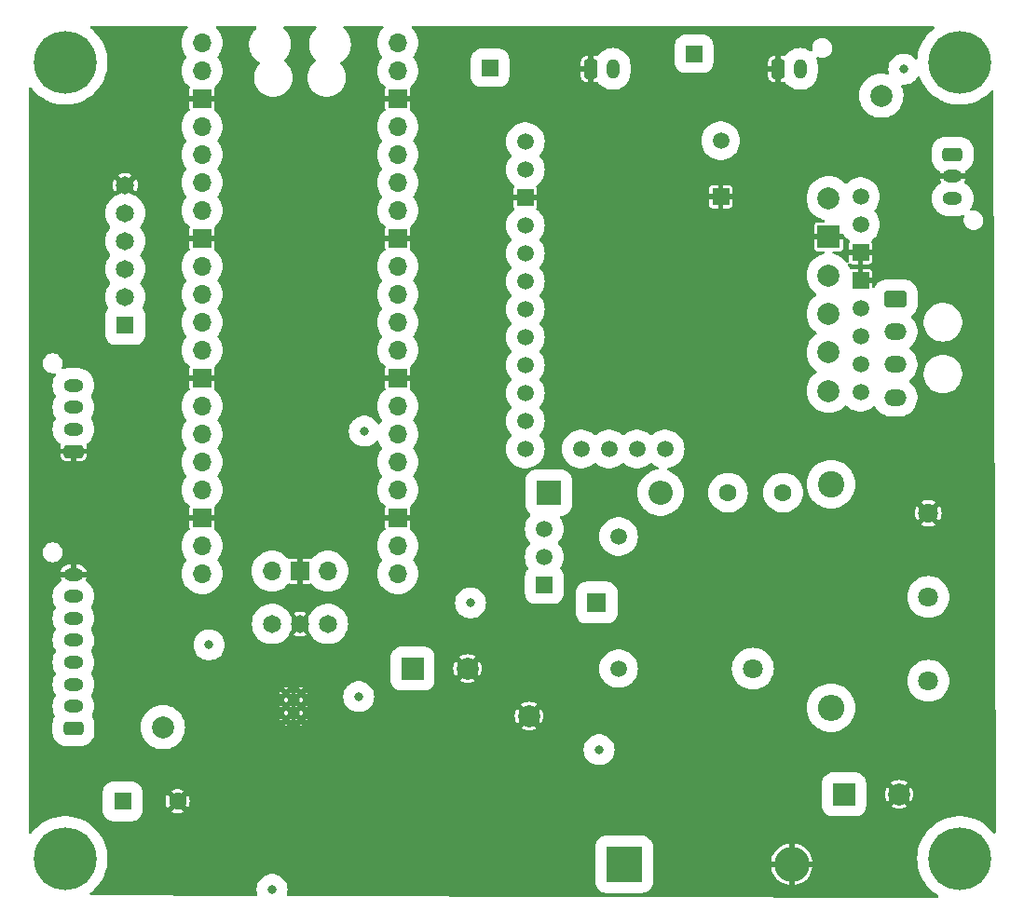
<source format=gbr>
%TF.GenerationSoftware,KiCad,Pcbnew,7.0.10*%
%TF.CreationDate,2024-03-28T21:50:04-04:00*%
%TF.ProjectId,WaveWise_PMIC,57617665-5769-4736-955f-504d49432e6b,rev?*%
%TF.SameCoordinates,Original*%
%TF.FileFunction,Copper,L3,Inr*%
%TF.FilePolarity,Positive*%
%FSLAX46Y46*%
G04 Gerber Fmt 4.6, Leading zero omitted, Abs format (unit mm)*
G04 Created by KiCad (PCBNEW 7.0.10) date 2024-03-28 21:50:04*
%MOMM*%
%LPD*%
G01*
G04 APERTURE LIST*
G04 Aperture macros list*
%AMRoundRect*
0 Rectangle with rounded corners*
0 $1 Rounding radius*
0 $2 $3 $4 $5 $6 $7 $8 $9 X,Y pos of 4 corners*
0 Add a 4 corners polygon primitive as box body*
4,1,4,$2,$3,$4,$5,$6,$7,$8,$9,$2,$3,0*
0 Add four circle primitives for the rounded corners*
1,1,$1+$1,$2,$3*
1,1,$1+$1,$4,$5*
1,1,$1+$1,$6,$7*
1,1,$1+$1,$8,$9*
0 Add four rect primitives between the rounded corners*
20,1,$1+$1,$2,$3,$4,$5,0*
20,1,$1+$1,$4,$5,$6,$7,0*
20,1,$1+$1,$6,$7,$8,$9,0*
20,1,$1+$1,$8,$9,$2,$3,0*%
G04 Aperture macros list end*
%TA.AperFunction,ComponentPad*%
%ADD10RoundRect,0.250000X-0.350000X-0.650000X0.350000X-0.650000X0.350000X0.650000X-0.350000X0.650000X0*%
%TD*%
%TA.AperFunction,ComponentPad*%
%ADD11O,1.200000X1.800000*%
%TD*%
%TA.AperFunction,ComponentPad*%
%ADD12RoundRect,0.250000X-0.650000X0.350000X-0.650000X-0.350000X0.650000X-0.350000X0.650000X0.350000X0*%
%TD*%
%TA.AperFunction,ComponentPad*%
%ADD13O,1.800000X1.200000*%
%TD*%
%TA.AperFunction,ComponentPad*%
%ADD14RoundRect,0.250000X0.650000X-0.350000X0.650000X0.350000X-0.650000X0.350000X-0.650000X-0.350000X0*%
%TD*%
%TA.AperFunction,ComponentPad*%
%ADD15O,2.020000X1.500000*%
%TD*%
%TA.AperFunction,ComponentPad*%
%ADD16RoundRect,0.250001X-0.759999X0.499999X-0.759999X-0.499999X0.759999X-0.499999X0.759999X0.499999X0*%
%TD*%
%TA.AperFunction,ComponentPad*%
%ADD17R,1.650000X1.650000*%
%TD*%
%TA.AperFunction,ComponentPad*%
%ADD18C,1.650000*%
%TD*%
%TA.AperFunction,ComponentPad*%
%ADD19R,1.500000X1.500000*%
%TD*%
%TA.AperFunction,ComponentPad*%
%ADD20C,1.500000*%
%TD*%
%TA.AperFunction,ComponentPad*%
%ADD21C,5.700000*%
%TD*%
%TA.AperFunction,ComponentPad*%
%ADD22R,2.000000X2.000000*%
%TD*%
%TA.AperFunction,ComponentPad*%
%ADD23C,2.000000*%
%TD*%
%TA.AperFunction,ComponentPad*%
%ADD24C,1.651000*%
%TD*%
%TA.AperFunction,ComponentPad*%
%ADD25C,2.400000*%
%TD*%
%TA.AperFunction,ComponentPad*%
%ADD26O,2.400000X2.400000*%
%TD*%
%TA.AperFunction,ComponentPad*%
%ADD27C,1.498600*%
%TD*%
%TA.AperFunction,ComponentPad*%
%ADD28C,1.803400*%
%TD*%
%TA.AperFunction,ComponentPad*%
%ADD29R,1.803400X1.803400*%
%TD*%
%TA.AperFunction,ComponentPad*%
%ADD30O,3.200000X3.200000*%
%TD*%
%TA.AperFunction,ComponentPad*%
%ADD31R,3.200000X3.200000*%
%TD*%
%TA.AperFunction,ComponentPad*%
%ADD32C,1.600000*%
%TD*%
%TA.AperFunction,ComponentPad*%
%ADD33R,2.200000X2.200000*%
%TD*%
%TA.AperFunction,ComponentPad*%
%ADD34O,2.200000X2.200000*%
%TD*%
%TA.AperFunction,ComponentPad*%
%ADD35C,0.500000*%
%TD*%
%TA.AperFunction,ComponentPad*%
%ADD36O,1.700000X1.700000*%
%TD*%
%TA.AperFunction,ComponentPad*%
%ADD37R,1.700000X1.700000*%
%TD*%
%TA.AperFunction,ComponentPad*%
%ADD38R,1.600000X1.600000*%
%TD*%
%TA.AperFunction,ViaPad*%
%ADD39C,0.800000*%
%TD*%
G04 APERTURE END LIST*
D10*
%TO.N,GND*%
%TO.C,J11*%
X102378000Y-55214000D03*
D11*
%TO.N,VBUS*%
X104378000Y-55214000D03*
%TD*%
D10*
%TO.N,GND*%
%TO.C,J10*%
X119396000Y-55214000D03*
D11*
%TO.N,+BATT*%
X121396000Y-55214000D03*
%TD*%
D12*
%TO.N,+5V*%
%TO.C,J9*%
X135255000Y-62992000D03*
D13*
%TO.N,GND*%
X135255000Y-64992000D03*
%TO.N,/Connectors/PWM_Servo*%
X135255000Y-66992000D03*
%TD*%
D14*
%TO.N,+24V*%
%TO.C,J8*%
X55372000Y-115157000D03*
D13*
%TO.N,+5V*%
X55372000Y-113157000D03*
%TO.N,/Connectors/SICO_TX*%
X55372000Y-111157000D03*
%TO.N,/Connectors/SICO_RX*%
X55372000Y-109157000D03*
%TO.N,/Connectors/SICO_PUMP_CONTROL*%
X55372000Y-107157000D03*
%TO.N,panel_sense*%
X55372000Y-105157000D03*
%TO.N,batt_sense*%
X55372000Y-103157000D03*
%TO.N,GND*%
X55372000Y-101157000D03*
%TD*%
D14*
%TO.N,GND*%
%TO.C,J6*%
X55372000Y-89974500D03*
D13*
%TO.N,/Connectors/rockblock_TX*%
X55372000Y-87974500D03*
%TO.N,/Connectors/rockblock_RX*%
X55372000Y-85974500D03*
%TO.N,+5V*%
X55372000Y-83974500D03*
%TD*%
D15*
%TO.N,/BOUT2*%
%TO.C,J5*%
X130048000Y-85090000D03*
%TO.N,/BOUT1*%
X130048000Y-82090000D03*
%TO.N,/AOUT2*%
X130048000Y-79090000D03*
D16*
%TO.N,/AOUT1*%
X130048000Y-76090000D03*
%TD*%
D17*
%TO.N,/Connectors/GPIO4*%
%TO.C,J2*%
X60071000Y-78486000D03*
D18*
%TO.N,/Connectors/GPIO3*%
X60071000Y-75946000D03*
%TO.N,/Connectors/GPIO2*%
X60071000Y-73406000D03*
%TO.N,/Connectors/GPIO1*%
X60071000Y-70866000D03*
%TO.N,+5V*%
X60071000Y-68326000D03*
%TO.N,GND*%
X60071000Y-65786000D03*
%TD*%
D19*
%TO.N,+48V*%
%TO.C,Q2*%
X98150000Y-102108000D03*
D20*
%TO.N,Net-(Q2-B)*%
X98150000Y-99568000D03*
%TO.N,Net-(D2-A)*%
X98150000Y-97028000D03*
%TD*%
D19*
%TO.N,/Connectors/Batt V Sense*%
%TO.C,BatteryV1*%
X111760000Y-53848000D03*
%TD*%
D21*
%TO.N,Net-(HE1-Pad1)*%
%TO.C,HE1*%
X54610000Y-127000000D03*
%TD*%
D22*
%TO.N,+5V*%
%TO.C,C6*%
X86186000Y-109728000D03*
D23*
%TO.N,GND*%
X91186000Y-109728000D03*
%TD*%
D24*
%TO.N,/Connectors/SWCLK*%
%TO.C,J3*%
X73406000Y-105664000D03*
%TO.N,GND*%
X75946000Y-105664000D03*
%TO.N,/Connectors/SWDIO*%
X78486000Y-105664000D03*
%TD*%
D25*
%TO.N,Net-(C2-Pad1)*%
%TO.C,R7*%
X124206000Y-92964000D03*
D26*
%TO.N,+48V*%
X124206000Y-113284000D03*
%TD*%
D27*
%TO.N,+5V*%
%TO.C,K1*%
X104902000Y-97728002D03*
D28*
%TO.N,/Inverter_Input*%
X117101198Y-109728000D03*
D27*
%TO.N,Net-(D2-A)*%
X104902000Y-109728000D03*
D29*
%TO.N,+48V*%
X102901999Y-103728001D03*
%TD*%
D23*
%TO.N,+24V*%
%TO.C,24V_1*%
X63500000Y-115062000D03*
%TD*%
D28*
%TO.N,+48V*%
%TO.C,J13*%
X133050000Y-110832900D03*
%TO.N,/Inverter_Input*%
X133050000Y-103212900D03*
%TO.N,GND*%
X133050000Y-95592900D03*
%TD*%
D30*
%TO.N,GND*%
%TO.C,D1*%
X120650000Y-127508000D03*
D31*
%TO.N,Net-(D1-K)*%
X105410000Y-127508000D03*
%TD*%
D21*
%TO.N,Net-(H4-Pad1)*%
%TO.C,H4*%
X135890000Y-127000000D03*
%TD*%
D32*
%TO.N,Net-(C2-Pad1)*%
%TO.C,C2*%
X119848000Y-93726000D03*
%TO.N,/Inverter_Input*%
X114848000Y-93726000D03*
%TD*%
D21*
%TO.N,Net-(H1-Pad1)*%
%TO.C,H1*%
X54610000Y-54610000D03*
%TD*%
D19*
%TO.N,/Connectors/Panel V Sense*%
%TO.C,PanelV1*%
X93218000Y-55118000D03*
%TD*%
D23*
%TO.N,GND*%
%TO.C,GND1*%
X96774000Y-114046000D03*
%TD*%
D33*
%TO.N,+5V*%
%TO.C,D2*%
X98552000Y-93726000D03*
D34*
%TO.N,Net-(D2-A)*%
X108712000Y-93726000D03*
%TD*%
D23*
%TO.N,+48V*%
%TO.C,U2*%
X123988500Y-66978200D03*
D20*
X126884100Y-66825800D03*
X126884100Y-69365800D03*
D23*
%TO.N,/AOUT1*%
X123988500Y-73978200D03*
D20*
X126884100Y-76985800D03*
D23*
%TO.N,/AOUT2*%
X123988500Y-77478200D03*
D20*
X126884100Y-79525800D03*
D23*
%TO.N,/BOUT1*%
X123988500Y-80978200D03*
D20*
X126884100Y-82065800D03*
D23*
%TO.N,/BOUT2*%
X123988500Y-84478200D03*
D20*
X126884100Y-84605800D03*
%TO.N,/PICO (BICO)/MOTOR_BEMF*%
X109129500Y-89762000D03*
%TO.N,/PICO (BICO)/MOTOR_STALL*%
X106589500Y-89762000D03*
%TO.N,unconnected-(U2-BIN2-Pad8)*%
X104049500Y-89762000D03*
%TO.N,unconnected-(U2-BIN1-Pad9)*%
X101509500Y-89762000D03*
%TO.N,/PICO (BICO)/MOTOR_FLT*%
X96429500Y-89762000D03*
%TO.N,/PICO (BICO)/MOTOR_RESET*%
X96429500Y-87222000D03*
%TO.N,/PICO (BICO)/MOTOR_SLP*%
X96429500Y-84682000D03*
%TO.N,/PICO (BICO)/MOTOR_SPI0_CSn*%
X96429500Y-82142000D03*
%TO.N,/PICO (BICO)/MOTOR_SPI0_SCK*%
X96429500Y-79602000D03*
%TO.N,/PICO (BICO)/MOTOR_SPI0_TX*%
X96429500Y-77062000D03*
%TO.N,/PICO (BICO)/MOTOR_SPI0_RX*%
X96429500Y-74522000D03*
%TO.N,/PICO (BICO)/MOTOR_DIR{slash}AIN2*%
X96429500Y-71982000D03*
%TO.N,/PICO (BICO)/MOTOR_STEP{slash}AIN1*%
X96429500Y-69442000D03*
%TO.N,/Pneumatic Control/ICREF*%
X96429500Y-64362000D03*
%TO.N,unconnected-(U2-V5(OUT)-Pad20)*%
X96429500Y-61822000D03*
%TO.N,unconnected-(U2-VM-Pad21)*%
X114184100Y-61745800D03*
D19*
%TO.N,GND*%
X96429500Y-66902000D03*
X114184100Y-66825800D03*
D22*
X123988500Y-70478200D03*
D19*
X126884100Y-71905800D03*
X126884100Y-74445800D03*
%TD*%
D21*
%TO.N,Net-(H2-Pad1)*%
%TO.C,H2*%
X135890000Y-54610000D03*
%TD*%
D35*
%TO.N,GND*%
%TO.C,IC1*%
X74676000Y-111957000D03*
X74676000Y-113157000D03*
X74676000Y-114357000D03*
X76076000Y-111957000D03*
X76076000Y-113157000D03*
X76076000Y-114357000D03*
%TD*%
D23*
%TO.N,GND*%
%TO.C,C1*%
X130394323Y-121158000D03*
D22*
%TO.N,+48V*%
X125394323Y-121158000D03*
%TD*%
D23*
%TO.N,+5V*%
%TO.C,5V1*%
X128778000Y-57658000D03*
%TD*%
D36*
%TO.N,/Connectors/SWDIO*%
%TO.C,U1*%
X78486000Y-100862000D03*
D37*
%TO.N,GND*%
X75946000Y-100862000D03*
D36*
%TO.N,/Connectors/SWCLK*%
X73406000Y-100862000D03*
%TO.N,unconnected-(U1-VBUS-Pad40)*%
X84836000Y-52832000D03*
%TO.N,+5V*%
X84836000Y-55372000D03*
D37*
%TO.N,GND*%
X84836000Y-57912000D03*
D36*
%TO.N,unconnected-(U1-3V3_EN-Pad37)*%
X84836000Y-60452000D03*
%TO.N,+3.3V*%
X84836000Y-62992000D03*
%TO.N,unconnected-(U1-ADC_VREF-Pad35)*%
X84836000Y-65532000D03*
%TO.N,/Connectors/Panel V Sense*%
X84836000Y-68072000D03*
D37*
%TO.N,GND*%
X84836000Y-70612000D03*
D36*
%TO.N,/Connectors/Batt V Sense*%
X84836000Y-73152000D03*
%TO.N,/PICO (BICO)/MOTOR_BEMF*%
X84836000Y-75692000D03*
%TO.N,unconnected-(U1-RUN-Pad30)*%
X84836000Y-78232000D03*
%TO.N,/PICO (BICO)/MOTOR_STALL*%
X84836000Y-80772000D03*
D37*
%TO.N,GND*%
X84836000Y-83312000D03*
D36*
%TO.N,/PICO (BICO)/MOTOR_STEP{slash}AIN1*%
X84836000Y-85852000D03*
%TO.N,/PICO (BICO)/MOTOR_DIR{slash}AIN2*%
X84836000Y-88392000D03*
%TO.N,/PICO (BICO)/MOTOR_SPI0_TX*%
X84836000Y-90932000D03*
%TO.N,/PICO (BICO)/MOTOR_SPI0_SCK*%
X84836000Y-93472000D03*
D37*
%TO.N,GND*%
X84836000Y-96012000D03*
D36*
%TO.N,/PICO (BICO)/MOTOR_SPI0_CSn*%
X84836000Y-98552000D03*
%TO.N,/PICO (BICO)/MOTOR_SPI0_RX*%
X84836000Y-101092000D03*
%TO.N,/PICO (BICO)/MOTOR_FLT*%
X67056000Y-101092000D03*
%TO.N,/PICO (BICO)/MOTOR_RESET*%
X67056000Y-98552000D03*
D37*
%TO.N,GND*%
X67056000Y-96012000D03*
D36*
%TO.N,/PICO (BICO)/MOTOR_SLP*%
X67056000Y-93472000D03*
%TO.N,unconnected-(U1-GPIO12-Pad16)*%
X67056000Y-90932000D03*
%TO.N,unconnected-(U1-GPIO11-Pad15)*%
X67056000Y-88392000D03*
%TO.N,unconnected-(U1-GPIO10-Pad14)*%
X67056000Y-85852000D03*
D37*
%TO.N,GND*%
X67056000Y-83312000D03*
D36*
%TO.N,/Connectors/GPIO4*%
X67056000Y-80772000D03*
%TO.N,/Connectors/GPIO3*%
X67056000Y-78232000D03*
%TO.N,/Connectors/GPIO2*%
X67056000Y-75692000D03*
%TO.N,/Connectors/GPIO1*%
X67056000Y-73152000D03*
D37*
%TO.N,GND*%
X67056000Y-70612000D03*
D36*
%TO.N,/PICO (BICO)/BICO_PUMP_CTRL*%
X67056000Y-68072000D03*
%TO.N,/Connectors/PWM_Servo*%
X67056000Y-65532000D03*
%TO.N,/Connectors/PANEL_SENSE_DIO*%
X67056000Y-62992000D03*
%TO.N,/Connectors/BATT_SENSE_DIO*%
X67056000Y-60452000D03*
D37*
%TO.N,GND*%
X67056000Y-57912000D03*
D36*
%TO.N,/Connectors/BICO_UART_RX*%
X67056000Y-55372000D03*
%TO.N,/Connectors/BICO_UART_TX*%
X67056000Y-52832000D03*
%TD*%
D38*
%TO.N,+24V*%
%TO.C,C9*%
X59827349Y-121793000D03*
D32*
%TO.N,GND*%
X64827349Y-121793000D03*
%TD*%
D39*
%TO.N,/PUMP_CONTROL*%
X91440000Y-103759000D03*
X67691000Y-107569000D03*
%TO.N,+48V*%
X81280000Y-112268000D03*
%TO.N,GND*%
X126492000Y-55118000D03*
X99060000Y-114046000D03*
X121666000Y-122174000D03*
X93218000Y-91694000D03*
X121666000Y-123444000D03*
X121666000Y-118364000D03*
X53975000Y-63246000D03*
X64956276Y-127480334D03*
X122936000Y-116840000D03*
X121666000Y-120904000D03*
X122936000Y-115824000D03*
X135890000Y-117856000D03*
X121666000Y-119634000D03*
%TO.N,+24V*%
X73406000Y-129794000D03*
%TO.N,Net-(D1-K)*%
X103124000Y-117094000D03*
%TO.N,+5V*%
X130810000Y-55245000D03*
%TO.N,/PICO (BICO)/BICO_PUMP_CTRL*%
X81788000Y-88138000D03*
%TD*%
%TA.AperFunction,Conductor*%
%TO.N,GND*%
G36*
X125356152Y-70247885D02*
G01*
X125396499Y-70290199D01*
X125433714Y-70354657D01*
X125496756Y-70433709D01*
X125597298Y-70559785D01*
X125679419Y-70635981D01*
X125789621Y-70738233D01*
X125866811Y-70790860D01*
X125911112Y-70844888D01*
X125919172Y-70914291D01*
X125888429Y-70977034D01*
X125884644Y-70980990D01*
X125882315Y-70983318D01*
X125882311Y-70983325D01*
X125837010Y-71085922D01*
X125837010Y-71085924D01*
X125834100Y-71111005D01*
X125834100Y-71655800D01*
X126438528Y-71655800D01*
X126415418Y-71691760D01*
X126374100Y-71832473D01*
X126374100Y-71979127D01*
X126415418Y-72119840D01*
X126438528Y-72155800D01*
X125834101Y-72155800D01*
X125834101Y-72700596D01*
X125836724Y-72723212D01*
X125824892Y-72792073D01*
X125777710Y-72843605D01*
X125710157Y-72861449D01*
X125643681Y-72839937D01*
X125614282Y-72811805D01*
X125504245Y-72664812D01*
X125504229Y-72664794D01*
X125301905Y-72462470D01*
X125301887Y-72462454D01*
X125072817Y-72290975D01*
X125072809Y-72290970D01*
X124821666Y-72153835D01*
X124821667Y-72153835D01*
X124707189Y-72111137D01*
X124553546Y-72053831D01*
X124553543Y-72053830D01*
X124553537Y-72053828D01*
X124413499Y-72023365D01*
X124352176Y-71989880D01*
X124318691Y-71928557D01*
X124323675Y-71858865D01*
X124365547Y-71802932D01*
X124431011Y-71778515D01*
X124439857Y-71778199D01*
X125033286Y-71778199D01*
X125033308Y-71778197D01*
X125058369Y-71775291D01*
X125058373Y-71775290D01*
X125160974Y-71729988D01*
X125160979Y-71729985D01*
X125240285Y-71650679D01*
X125240288Y-71650674D01*
X125285589Y-71548077D01*
X125285589Y-71548075D01*
X125288499Y-71522994D01*
X125288500Y-71522991D01*
X125288500Y-70728200D01*
X124706983Y-70728200D01*
X124742049Y-70611071D01*
X124752379Y-70433709D01*
X124721529Y-70258746D01*
X124708353Y-70228200D01*
X125289113Y-70228200D01*
X125356152Y-70247885D01*
G37*
%TD.AperFunction*%
%TA.AperFunction,Conductor*%
G36*
X65730674Y-51327685D02*
G01*
X65776429Y-51380489D01*
X65786373Y-51449647D01*
X65757348Y-51513203D01*
X65751316Y-51519681D01*
X65653922Y-51617074D01*
X65653906Y-51617092D01*
X65495285Y-51828986D01*
X65495280Y-51828994D01*
X65368428Y-52061305D01*
X65368426Y-52061309D01*
X65275921Y-52309326D01*
X65219658Y-52567965D01*
X65219657Y-52567972D01*
X65200773Y-52831998D01*
X65200773Y-52832001D01*
X65219657Y-53096027D01*
X65219658Y-53096034D01*
X65275921Y-53354673D01*
X65368427Y-53602692D01*
X65495280Y-53835005D01*
X65495285Y-53835013D01*
X65639520Y-54027690D01*
X65663937Y-54093155D01*
X65649085Y-54161427D01*
X65639520Y-54176310D01*
X65495285Y-54368986D01*
X65495280Y-54368994D01*
X65368428Y-54601305D01*
X65368426Y-54601309D01*
X65275921Y-54849326D01*
X65219658Y-55107965D01*
X65219657Y-55107972D01*
X65200773Y-55371998D01*
X65200773Y-55372001D01*
X65219657Y-55636027D01*
X65219658Y-55636034D01*
X65275921Y-55894673D01*
X65368426Y-56142690D01*
X65368428Y-56142694D01*
X65495280Y-56375005D01*
X65495285Y-56375013D01*
X65653906Y-56586907D01*
X65653922Y-56586925D01*
X65841074Y-56774077D01*
X65841092Y-56774093D01*
X65885448Y-56807297D01*
X65927320Y-56863230D01*
X65932304Y-56932922D01*
X65924573Y-56956648D01*
X65908911Y-56992119D01*
X65908910Y-56992124D01*
X65906000Y-57017205D01*
X65906000Y-57662000D01*
X66610428Y-57662000D01*
X66587318Y-57697960D01*
X66546000Y-57838673D01*
X66546000Y-57985327D01*
X66587318Y-58126040D01*
X66610428Y-58162000D01*
X65906001Y-58162000D01*
X65906001Y-58806785D01*
X65906002Y-58806808D01*
X65908908Y-58831869D01*
X65908910Y-58831876D01*
X65924573Y-58867350D01*
X65933643Y-58936628D01*
X65903819Y-58999813D01*
X65885451Y-59016699D01*
X65841091Y-59049907D01*
X65841074Y-59049922D01*
X65653922Y-59237074D01*
X65653906Y-59237092D01*
X65495285Y-59448986D01*
X65495280Y-59448994D01*
X65368428Y-59681305D01*
X65368426Y-59681309D01*
X65275921Y-59929326D01*
X65219658Y-60187965D01*
X65219657Y-60187972D01*
X65200773Y-60451998D01*
X65200773Y-60452001D01*
X65219657Y-60716027D01*
X65219658Y-60716034D01*
X65275921Y-60974673D01*
X65368426Y-61222690D01*
X65368428Y-61222694D01*
X65495280Y-61455005D01*
X65495285Y-61455013D01*
X65639520Y-61647690D01*
X65663937Y-61713155D01*
X65649085Y-61781427D01*
X65639520Y-61796310D01*
X65495285Y-61988986D01*
X65495280Y-61988994D01*
X65368428Y-62221305D01*
X65368426Y-62221309D01*
X65275921Y-62469326D01*
X65219658Y-62727965D01*
X65219657Y-62727972D01*
X65200773Y-62991998D01*
X65200773Y-62992001D01*
X65219657Y-63256027D01*
X65219658Y-63256034D01*
X65275921Y-63514673D01*
X65368426Y-63762690D01*
X65368428Y-63762694D01*
X65495280Y-63995005D01*
X65495285Y-63995013D01*
X65639520Y-64187690D01*
X65663937Y-64253155D01*
X65649085Y-64321427D01*
X65639520Y-64336310D01*
X65495285Y-64528986D01*
X65495280Y-64528994D01*
X65368428Y-64761305D01*
X65368426Y-64761309D01*
X65275921Y-65009326D01*
X65219658Y-65267965D01*
X65219657Y-65267972D01*
X65200773Y-65531998D01*
X65200773Y-65532001D01*
X65219657Y-65796027D01*
X65219658Y-65796034D01*
X65275921Y-66054673D01*
X65368426Y-66302690D01*
X65368428Y-66302694D01*
X65495280Y-66535005D01*
X65495285Y-66535013D01*
X65639520Y-66727690D01*
X65663937Y-66793155D01*
X65649085Y-66861427D01*
X65639520Y-66876310D01*
X65495285Y-67068986D01*
X65495280Y-67068994D01*
X65368428Y-67301305D01*
X65368426Y-67301309D01*
X65275921Y-67549326D01*
X65219658Y-67807965D01*
X65219657Y-67807972D01*
X65200773Y-68071998D01*
X65200773Y-68072001D01*
X65219657Y-68336027D01*
X65219658Y-68336034D01*
X65275921Y-68594673D01*
X65368426Y-68842690D01*
X65368428Y-68842694D01*
X65495280Y-69075005D01*
X65495285Y-69075013D01*
X65653906Y-69286907D01*
X65653922Y-69286925D01*
X65841074Y-69474077D01*
X65841092Y-69474093D01*
X65885448Y-69507297D01*
X65927320Y-69563230D01*
X65932304Y-69632922D01*
X65924573Y-69656648D01*
X65908911Y-69692119D01*
X65908910Y-69692124D01*
X65906000Y-69717205D01*
X65906000Y-70362000D01*
X66610428Y-70362000D01*
X66587318Y-70397960D01*
X66546000Y-70538673D01*
X66546000Y-70685327D01*
X66587318Y-70826040D01*
X66610428Y-70862000D01*
X65906001Y-70862000D01*
X65906001Y-71506785D01*
X65906002Y-71506808D01*
X65908908Y-71531869D01*
X65908910Y-71531876D01*
X65924573Y-71567350D01*
X65933643Y-71636628D01*
X65903819Y-71699813D01*
X65885451Y-71716699D01*
X65841091Y-71749907D01*
X65841074Y-71749922D01*
X65653922Y-71937074D01*
X65653906Y-71937092D01*
X65495285Y-72148986D01*
X65495280Y-72148994D01*
X65368428Y-72381305D01*
X65368426Y-72381309D01*
X65275921Y-72629326D01*
X65219658Y-72887965D01*
X65219657Y-72887972D01*
X65200773Y-73151998D01*
X65200773Y-73152001D01*
X65219657Y-73416027D01*
X65219658Y-73416034D01*
X65275921Y-73674673D01*
X65368426Y-73922690D01*
X65368428Y-73922694D01*
X65495280Y-74155005D01*
X65495285Y-74155013D01*
X65639520Y-74347690D01*
X65663937Y-74413155D01*
X65649085Y-74481427D01*
X65639520Y-74496310D01*
X65495285Y-74688986D01*
X65495280Y-74688994D01*
X65368428Y-74921305D01*
X65368426Y-74921309D01*
X65275921Y-75169326D01*
X65219658Y-75427965D01*
X65219657Y-75427972D01*
X65200773Y-75691998D01*
X65200773Y-75692001D01*
X65219657Y-75956027D01*
X65219658Y-75956034D01*
X65275921Y-76214673D01*
X65368426Y-76462690D01*
X65368428Y-76462694D01*
X65495280Y-76695005D01*
X65495285Y-76695013D01*
X65639520Y-76887690D01*
X65663937Y-76953155D01*
X65649085Y-77021427D01*
X65639520Y-77036310D01*
X65495285Y-77228986D01*
X65495280Y-77228994D01*
X65368428Y-77461305D01*
X65368426Y-77461309D01*
X65275921Y-77709326D01*
X65219658Y-77967965D01*
X65219657Y-77967972D01*
X65200773Y-78231998D01*
X65200773Y-78232001D01*
X65219657Y-78496027D01*
X65219658Y-78496034D01*
X65275921Y-78754673D01*
X65368426Y-79002690D01*
X65368428Y-79002694D01*
X65495280Y-79235005D01*
X65495285Y-79235013D01*
X65639520Y-79427690D01*
X65663937Y-79493155D01*
X65649085Y-79561427D01*
X65639520Y-79576310D01*
X65495285Y-79768986D01*
X65495280Y-79768994D01*
X65368428Y-80001305D01*
X65368426Y-80001309D01*
X65275921Y-80249326D01*
X65219658Y-80507965D01*
X65219657Y-80507972D01*
X65200773Y-80771998D01*
X65200773Y-80772001D01*
X65219657Y-81036027D01*
X65219658Y-81036034D01*
X65275921Y-81294673D01*
X65368426Y-81542690D01*
X65368428Y-81542694D01*
X65495280Y-81775005D01*
X65495285Y-81775013D01*
X65653906Y-81986907D01*
X65653922Y-81986925D01*
X65841074Y-82174077D01*
X65841092Y-82174093D01*
X65885448Y-82207297D01*
X65927320Y-82263230D01*
X65932304Y-82332922D01*
X65924573Y-82356648D01*
X65908911Y-82392119D01*
X65908910Y-82392124D01*
X65906000Y-82417205D01*
X65906000Y-83062000D01*
X66610428Y-83062000D01*
X66587318Y-83097960D01*
X66546000Y-83238673D01*
X66546000Y-83385327D01*
X66587318Y-83526040D01*
X66610428Y-83562000D01*
X65906001Y-83562000D01*
X65906001Y-84206785D01*
X65906002Y-84206808D01*
X65908908Y-84231869D01*
X65908910Y-84231876D01*
X65924573Y-84267350D01*
X65933643Y-84336628D01*
X65903819Y-84399813D01*
X65885451Y-84416699D01*
X65841091Y-84449907D01*
X65841074Y-84449922D01*
X65653922Y-84637074D01*
X65653906Y-84637092D01*
X65495285Y-84848986D01*
X65495280Y-84848994D01*
X65368428Y-85081305D01*
X65368426Y-85081309D01*
X65275921Y-85329326D01*
X65219658Y-85587965D01*
X65219657Y-85587972D01*
X65200773Y-85851998D01*
X65200773Y-85852001D01*
X65219657Y-86116027D01*
X65219658Y-86116034D01*
X65275921Y-86374673D01*
X65368426Y-86622690D01*
X65368428Y-86622694D01*
X65495280Y-86855005D01*
X65495285Y-86855013D01*
X65639520Y-87047690D01*
X65663937Y-87113155D01*
X65649085Y-87181427D01*
X65639520Y-87196310D01*
X65495285Y-87388986D01*
X65495280Y-87388994D01*
X65368428Y-87621305D01*
X65368426Y-87621309D01*
X65275921Y-87869326D01*
X65219658Y-88127965D01*
X65219657Y-88127972D01*
X65200773Y-88391998D01*
X65200773Y-88392001D01*
X65219657Y-88656027D01*
X65219658Y-88656034D01*
X65275921Y-88914673D01*
X65368426Y-89162690D01*
X65368428Y-89162694D01*
X65495280Y-89395005D01*
X65495285Y-89395013D01*
X65639520Y-89587690D01*
X65663937Y-89653155D01*
X65649085Y-89721427D01*
X65639520Y-89736310D01*
X65495285Y-89928986D01*
X65495280Y-89928994D01*
X65368428Y-90161305D01*
X65368426Y-90161309D01*
X65275921Y-90409326D01*
X65219658Y-90667965D01*
X65219657Y-90667972D01*
X65200773Y-90931998D01*
X65200773Y-90932001D01*
X65219657Y-91196027D01*
X65219658Y-91196034D01*
X65275921Y-91454673D01*
X65368426Y-91702690D01*
X65368428Y-91702694D01*
X65495280Y-91935005D01*
X65495285Y-91935013D01*
X65639520Y-92127690D01*
X65663937Y-92193155D01*
X65649085Y-92261427D01*
X65639520Y-92276310D01*
X65495285Y-92468986D01*
X65495280Y-92468994D01*
X65368428Y-92701305D01*
X65368426Y-92701309D01*
X65275921Y-92949326D01*
X65219658Y-93207965D01*
X65219657Y-93207972D01*
X65200773Y-93471998D01*
X65200773Y-93472001D01*
X65219657Y-93736027D01*
X65219658Y-93736034D01*
X65275921Y-93994673D01*
X65368426Y-94242690D01*
X65368428Y-94242694D01*
X65495280Y-94475005D01*
X65495285Y-94475013D01*
X65653906Y-94686907D01*
X65653922Y-94686925D01*
X65841074Y-94874077D01*
X65841092Y-94874093D01*
X65885448Y-94907297D01*
X65927320Y-94963230D01*
X65932304Y-95032922D01*
X65924573Y-95056648D01*
X65908911Y-95092119D01*
X65908910Y-95092124D01*
X65906000Y-95117205D01*
X65906000Y-95762000D01*
X66610428Y-95762000D01*
X66587318Y-95797960D01*
X66546000Y-95938673D01*
X66546000Y-96085327D01*
X66587318Y-96226040D01*
X66610428Y-96262000D01*
X65906001Y-96262000D01*
X65906001Y-96906785D01*
X65906002Y-96906808D01*
X65908908Y-96931869D01*
X65908910Y-96931876D01*
X65924573Y-96967350D01*
X65933643Y-97036628D01*
X65903819Y-97099813D01*
X65885451Y-97116699D01*
X65841091Y-97149907D01*
X65841074Y-97149922D01*
X65653922Y-97337074D01*
X65653906Y-97337092D01*
X65495285Y-97548986D01*
X65495280Y-97548994D01*
X65368428Y-97781305D01*
X65368426Y-97781309D01*
X65275921Y-98029326D01*
X65219658Y-98287965D01*
X65219657Y-98287972D01*
X65200773Y-98551998D01*
X65200773Y-98552001D01*
X65219657Y-98816027D01*
X65219658Y-98816034D01*
X65275921Y-99074673D01*
X65368426Y-99322690D01*
X65368428Y-99322694D01*
X65495280Y-99555005D01*
X65495285Y-99555013D01*
X65639520Y-99747690D01*
X65663937Y-99813155D01*
X65649085Y-99881427D01*
X65639520Y-99896310D01*
X65495285Y-100088986D01*
X65495280Y-100088994D01*
X65368428Y-100321305D01*
X65368426Y-100321309D01*
X65275921Y-100569326D01*
X65219658Y-100827965D01*
X65219657Y-100827972D01*
X65200773Y-101091998D01*
X65200773Y-101092001D01*
X65219657Y-101356027D01*
X65219658Y-101356034D01*
X65275921Y-101614673D01*
X65368426Y-101862690D01*
X65368428Y-101862694D01*
X65495280Y-102095005D01*
X65495285Y-102095013D01*
X65653906Y-102306907D01*
X65653922Y-102306925D01*
X65841074Y-102494077D01*
X65841092Y-102494093D01*
X66052986Y-102652714D01*
X66052994Y-102652719D01*
X66285305Y-102779571D01*
X66285309Y-102779573D01*
X66285311Y-102779574D01*
X66533322Y-102872077D01*
X66533325Y-102872077D01*
X66533326Y-102872078D01*
X66688584Y-102905852D01*
X66791974Y-102928343D01*
X67035660Y-102945772D01*
X67055999Y-102947227D01*
X67056000Y-102947227D01*
X67056001Y-102947227D01*
X67074885Y-102945876D01*
X67320026Y-102928343D01*
X67578678Y-102872077D01*
X67826689Y-102779574D01*
X68059011Y-102652716D01*
X68270915Y-102494087D01*
X68458087Y-102306915D01*
X68616716Y-102095011D01*
X68743574Y-101862689D01*
X68836077Y-101614678D01*
X68892343Y-101356026D01*
X68911227Y-101092000D01*
X68910085Y-101076040D01*
X68906925Y-101031852D01*
X68894777Y-100862001D01*
X71550773Y-100862001D01*
X71569657Y-101126027D01*
X71569658Y-101126034D01*
X71625921Y-101384673D01*
X71718426Y-101632690D01*
X71718428Y-101632694D01*
X71845280Y-101865005D01*
X71845285Y-101865013D01*
X72003906Y-102076907D01*
X72003922Y-102076925D01*
X72191074Y-102264077D01*
X72191092Y-102264093D01*
X72402986Y-102422714D01*
X72402994Y-102422719D01*
X72635305Y-102549571D01*
X72635309Y-102549573D01*
X72635311Y-102549574D01*
X72883322Y-102642077D01*
X72883325Y-102642077D01*
X72883326Y-102642078D01*
X73037513Y-102675619D01*
X73141974Y-102698343D01*
X73385660Y-102715772D01*
X73405999Y-102717227D01*
X73406000Y-102717227D01*
X73406001Y-102717227D01*
X73424885Y-102715876D01*
X73670026Y-102698343D01*
X73928678Y-102642077D01*
X74176689Y-102549574D01*
X74409011Y-102422716D01*
X74620915Y-102264087D01*
X74808087Y-102076915D01*
X74841297Y-102032550D01*
X74897229Y-101990680D01*
X74966921Y-101985694D01*
X74990650Y-101993427D01*
X75026120Y-102009088D01*
X75026124Y-102009089D01*
X75051206Y-102011999D01*
X75695999Y-102011999D01*
X75696000Y-102011998D01*
X75696000Y-101308494D01*
X75800839Y-101356373D01*
X75909527Y-101372000D01*
X75982473Y-101372000D01*
X76091161Y-101356373D01*
X76196000Y-101308494D01*
X76196000Y-102011999D01*
X76840786Y-102011999D01*
X76840808Y-102011997D01*
X76865869Y-102009091D01*
X76865875Y-102009089D01*
X76901348Y-101993427D01*
X76970626Y-101984355D01*
X77033811Y-102014179D01*
X77050700Y-102032549D01*
X77083909Y-102076910D01*
X77083922Y-102076925D01*
X77271074Y-102264077D01*
X77271092Y-102264093D01*
X77482986Y-102422714D01*
X77482994Y-102422719D01*
X77715305Y-102549571D01*
X77715309Y-102549573D01*
X77715311Y-102549574D01*
X77963322Y-102642077D01*
X77963325Y-102642077D01*
X77963326Y-102642078D01*
X78117513Y-102675619D01*
X78221974Y-102698343D01*
X78465660Y-102715772D01*
X78485999Y-102717227D01*
X78486000Y-102717227D01*
X78486001Y-102717227D01*
X78504885Y-102715876D01*
X78750026Y-102698343D01*
X79008678Y-102642077D01*
X79256689Y-102549574D01*
X79489011Y-102422716D01*
X79700915Y-102264087D01*
X79888087Y-102076915D01*
X80046716Y-101865011D01*
X80173574Y-101632689D01*
X80266077Y-101384678D01*
X80322343Y-101126026D01*
X80341227Y-100862000D01*
X80322343Y-100597974D01*
X80266077Y-100339322D01*
X80173574Y-100091311D01*
X80172304Y-100088986D01*
X80046719Y-99858994D01*
X80046714Y-99858986D01*
X79888093Y-99647092D01*
X79888077Y-99647074D01*
X79700925Y-99459922D01*
X79700907Y-99459906D01*
X79489013Y-99301285D01*
X79489005Y-99301280D01*
X79256694Y-99174428D01*
X79256690Y-99174426D01*
X79008673Y-99081921D01*
X78750034Y-99025658D01*
X78750027Y-99025657D01*
X78486001Y-99006773D01*
X78485999Y-99006773D01*
X78221972Y-99025657D01*
X78221965Y-99025658D01*
X77963326Y-99081921D01*
X77715309Y-99174426D01*
X77715305Y-99174428D01*
X77482994Y-99301280D01*
X77482986Y-99301285D01*
X77271092Y-99459906D01*
X77271074Y-99459922D01*
X77083922Y-99647074D01*
X77083904Y-99647095D01*
X77050701Y-99691449D01*
X76994767Y-99733320D01*
X76925076Y-99738304D01*
X76901350Y-99730573D01*
X76865876Y-99714910D01*
X76840794Y-99712000D01*
X76196000Y-99712000D01*
X76196000Y-100415505D01*
X76091161Y-100367627D01*
X75982473Y-100352000D01*
X75909527Y-100352000D01*
X75800839Y-100367627D01*
X75696000Y-100415505D01*
X75696000Y-99712000D01*
X75051214Y-99712000D01*
X75051191Y-99712002D01*
X75026130Y-99714908D01*
X75026126Y-99714909D01*
X74990648Y-99730574D01*
X74921370Y-99739643D01*
X74858185Y-99709818D01*
X74841299Y-99691449D01*
X74808095Y-99647095D01*
X74808090Y-99647090D01*
X74808087Y-99647085D01*
X74808083Y-99647081D01*
X74808077Y-99647074D01*
X74620925Y-99459922D01*
X74620907Y-99459906D01*
X74409013Y-99301285D01*
X74409005Y-99301280D01*
X74176694Y-99174428D01*
X74176690Y-99174426D01*
X73928673Y-99081921D01*
X73670034Y-99025658D01*
X73670027Y-99025657D01*
X73406001Y-99006773D01*
X73405999Y-99006773D01*
X73141972Y-99025657D01*
X73141965Y-99025658D01*
X72883326Y-99081921D01*
X72635309Y-99174426D01*
X72635305Y-99174428D01*
X72402994Y-99301280D01*
X72402986Y-99301285D01*
X72191092Y-99459906D01*
X72191074Y-99459922D01*
X72003922Y-99647074D01*
X72003906Y-99647092D01*
X71845285Y-99858986D01*
X71845280Y-99858994D01*
X71718428Y-100091305D01*
X71718426Y-100091309D01*
X71625921Y-100339326D01*
X71569658Y-100597965D01*
X71569657Y-100597972D01*
X71550773Y-100861998D01*
X71550773Y-100862001D01*
X68894777Y-100862001D01*
X68892343Y-100827974D01*
X68842310Y-100597974D01*
X68836078Y-100569326D01*
X68831427Y-100556857D01*
X68743574Y-100321311D01*
X68708457Y-100257000D01*
X68616719Y-100088994D01*
X68616714Y-100088986D01*
X68472479Y-99896310D01*
X68448062Y-99830846D01*
X68462914Y-99762573D01*
X68472479Y-99747690D01*
X68575754Y-99609730D01*
X68616716Y-99555011D01*
X68743574Y-99322689D01*
X68836077Y-99074678D01*
X68892343Y-98816026D01*
X68911227Y-98552000D01*
X68892343Y-98287974D01*
X68836077Y-98029322D01*
X68743574Y-97781311D01*
X68616716Y-97548989D01*
X68614045Y-97545421D01*
X68458093Y-97337092D01*
X68458077Y-97337074D01*
X68270925Y-97149922D01*
X68270907Y-97149906D01*
X68226551Y-97116702D01*
X68184679Y-97060769D01*
X68179695Y-96991077D01*
X68187427Y-96967348D01*
X68203089Y-96931876D01*
X68203089Y-96931875D01*
X68205999Y-96906794D01*
X68206000Y-96906791D01*
X68206000Y-96262000D01*
X67501572Y-96262000D01*
X67524682Y-96226040D01*
X67566000Y-96085327D01*
X67566000Y-95938673D01*
X67524682Y-95797960D01*
X67501572Y-95762000D01*
X68205999Y-95762000D01*
X68205999Y-95117214D01*
X68205997Y-95117191D01*
X68203091Y-95092130D01*
X68203089Y-95092124D01*
X68187426Y-95056648D01*
X68178356Y-94987370D01*
X68208180Y-94924185D01*
X68226548Y-94907299D01*
X68270915Y-94874087D01*
X68458087Y-94686915D01*
X68616716Y-94475011D01*
X68743574Y-94242689D01*
X68836077Y-93994678D01*
X68892343Y-93736026D01*
X68911227Y-93472000D01*
X68892343Y-93207974D01*
X68836077Y-92949322D01*
X68743574Y-92701311D01*
X68670761Y-92567965D01*
X68616719Y-92468994D01*
X68616714Y-92468986D01*
X68472479Y-92276310D01*
X68448062Y-92210846D01*
X68462914Y-92142573D01*
X68472479Y-92127690D01*
X68534263Y-92045155D01*
X68616716Y-91935011D01*
X68743574Y-91702689D01*
X68836077Y-91454678D01*
X68892343Y-91196026D01*
X68911227Y-90932000D01*
X68892343Y-90667974D01*
X68836077Y-90409322D01*
X68743574Y-90161311D01*
X68709903Y-90099648D01*
X68616719Y-89928994D01*
X68616714Y-89928986D01*
X68472479Y-89736310D01*
X68448062Y-89670846D01*
X68462914Y-89602573D01*
X68472479Y-89587690D01*
X68583251Y-89439715D01*
X68616716Y-89395011D01*
X68743574Y-89162689D01*
X68836077Y-88914678D01*
X68892343Y-88656026D01*
X68911227Y-88392000D01*
X68892343Y-88127974D01*
X68875513Y-88050606D01*
X68836078Y-87869326D01*
X68787626Y-87739421D01*
X68743574Y-87621311D01*
X68668391Y-87483625D01*
X68616719Y-87388994D01*
X68616714Y-87388986D01*
X68472479Y-87196310D01*
X68448062Y-87130846D01*
X68462914Y-87062573D01*
X68472479Y-87047690D01*
X68575769Y-86909710D01*
X68616716Y-86855011D01*
X68743574Y-86622689D01*
X68836077Y-86374678D01*
X68892343Y-86116026D01*
X68911227Y-85852000D01*
X68892343Y-85587974D01*
X68836077Y-85329322D01*
X68743574Y-85081311D01*
X68676687Y-84958818D01*
X68616719Y-84848994D01*
X68616714Y-84848986D01*
X68458093Y-84637092D01*
X68458077Y-84637074D01*
X68270925Y-84449922D01*
X68270907Y-84449906D01*
X68226551Y-84416702D01*
X68184679Y-84360769D01*
X68179695Y-84291077D01*
X68187427Y-84267348D01*
X68203089Y-84231876D01*
X68203089Y-84231875D01*
X68205999Y-84206794D01*
X68206000Y-84206791D01*
X68206000Y-83562000D01*
X67501572Y-83562000D01*
X67524682Y-83526040D01*
X67566000Y-83385327D01*
X67566000Y-83238673D01*
X67524682Y-83097960D01*
X67501572Y-83062000D01*
X68205999Y-83062000D01*
X68205999Y-82417214D01*
X68205997Y-82417191D01*
X68203091Y-82392130D01*
X68203089Y-82392124D01*
X68187426Y-82356648D01*
X68178356Y-82287370D01*
X68208180Y-82224185D01*
X68226548Y-82207299D01*
X68270915Y-82174087D01*
X68458087Y-81986915D01*
X68616716Y-81775011D01*
X68743574Y-81542689D01*
X68836077Y-81294678D01*
X68892343Y-81036026D01*
X68911227Y-80772000D01*
X68892343Y-80507974D01*
X68849603Y-80311499D01*
X68836078Y-80249326D01*
X68811891Y-80184479D01*
X68743574Y-80001311D01*
X68725219Y-79967697D01*
X68616719Y-79768994D01*
X68616714Y-79768986D01*
X68472479Y-79576310D01*
X68448062Y-79510846D01*
X68462914Y-79442573D01*
X68472479Y-79427690D01*
X68547504Y-79327467D01*
X68616716Y-79235011D01*
X68743574Y-79002689D01*
X68836077Y-78754678D01*
X68892343Y-78496026D01*
X68911227Y-78232000D01*
X68892343Y-77967974D01*
X68847892Y-77763633D01*
X68836078Y-77709326D01*
X68834265Y-77704466D01*
X68743574Y-77461311D01*
X68707176Y-77394654D01*
X68616719Y-77228994D01*
X68616714Y-77228986D01*
X68472479Y-77036310D01*
X68448062Y-76970846D01*
X68462914Y-76902573D01*
X68472479Y-76887690D01*
X68582833Y-76740273D01*
X68616716Y-76695011D01*
X68743574Y-76462689D01*
X68836077Y-76214678D01*
X68892343Y-75956026D01*
X68911227Y-75692000D01*
X68909879Y-75673159D01*
X68905603Y-75613364D01*
X68892343Y-75427974D01*
X68836077Y-75169322D01*
X68743574Y-74921311D01*
X68720607Y-74879251D01*
X68616719Y-74688994D01*
X68616714Y-74688986D01*
X68472479Y-74496310D01*
X68448062Y-74430846D01*
X68462914Y-74362573D01*
X68472479Y-74347690D01*
X68537845Y-74260370D01*
X68616716Y-74155011D01*
X68743574Y-73922689D01*
X68836077Y-73674678D01*
X68892343Y-73416026D01*
X68911227Y-73152000D01*
X68909879Y-73133159D01*
X68908525Y-73114230D01*
X68892343Y-72887974D01*
X68843796Y-72664805D01*
X68836078Y-72629326D01*
X68829512Y-72611723D01*
X68743574Y-72381311D01*
X68720607Y-72339251D01*
X68616719Y-72148994D01*
X68616714Y-72148986D01*
X68458093Y-71937092D01*
X68458077Y-71937074D01*
X68270925Y-71749922D01*
X68270907Y-71749906D01*
X68226551Y-71716702D01*
X68184679Y-71660769D01*
X68179695Y-71591077D01*
X68187427Y-71567348D01*
X68203089Y-71531876D01*
X68203089Y-71531875D01*
X68205999Y-71506794D01*
X68206000Y-71506791D01*
X68206000Y-70862000D01*
X67501572Y-70862000D01*
X67524682Y-70826040D01*
X67566000Y-70685327D01*
X67566000Y-70538673D01*
X67524682Y-70397960D01*
X67501572Y-70362000D01*
X68205999Y-70362000D01*
X68205999Y-69717214D01*
X68205997Y-69717191D01*
X68203091Y-69692130D01*
X68203089Y-69692124D01*
X68187426Y-69656648D01*
X68178356Y-69587370D01*
X68208180Y-69524185D01*
X68226548Y-69507299D01*
X68270915Y-69474087D01*
X68458087Y-69286915D01*
X68616716Y-69075011D01*
X68743574Y-68842689D01*
X68836077Y-68594678D01*
X68892343Y-68336026D01*
X68911227Y-68072000D01*
X68909879Y-68053159D01*
X68904392Y-67976434D01*
X68892343Y-67807974D01*
X68836077Y-67549322D01*
X68743574Y-67301311D01*
X68722997Y-67263628D01*
X68616719Y-67068994D01*
X68616714Y-67068986D01*
X68472479Y-66876310D01*
X68448062Y-66810846D01*
X68462914Y-66742573D01*
X68472479Y-66727690D01*
X68551653Y-66621925D01*
X68616716Y-66535011D01*
X68743574Y-66302689D01*
X68836077Y-66054678D01*
X68892343Y-65796026D01*
X68911227Y-65532000D01*
X68892343Y-65267974D01*
X68836077Y-65009322D01*
X68743574Y-64761311D01*
X68739557Y-64753955D01*
X68616719Y-64528994D01*
X68616714Y-64528986D01*
X68472479Y-64336310D01*
X68448062Y-64270846D01*
X68462914Y-64202573D01*
X68472479Y-64187690D01*
X68537845Y-64100370D01*
X68616716Y-63995011D01*
X68743574Y-63762689D01*
X68836077Y-63514678D01*
X68892343Y-63256026D01*
X68911227Y-62992000D01*
X68892343Y-62727974D01*
X68836077Y-62469322D01*
X68743574Y-62221311D01*
X68668391Y-62083625D01*
X68616719Y-61988994D01*
X68616714Y-61988986D01*
X68472479Y-61796310D01*
X68448062Y-61730846D01*
X68462914Y-61662573D01*
X68472479Y-61647690D01*
X68537845Y-61560370D01*
X68616716Y-61455011D01*
X68743574Y-61222689D01*
X68836077Y-60974678D01*
X68892343Y-60716026D01*
X68911227Y-60452000D01*
X68892343Y-60187974D01*
X68875513Y-60110606D01*
X68836078Y-59929326D01*
X68743573Y-59681309D01*
X68743571Y-59681305D01*
X68616719Y-59448994D01*
X68616714Y-59448986D01*
X68458093Y-59237092D01*
X68458077Y-59237074D01*
X68270925Y-59049922D01*
X68270907Y-59049906D01*
X68226551Y-59016702D01*
X68184679Y-58960769D01*
X68179695Y-58891077D01*
X68187427Y-58867348D01*
X68203089Y-58831876D01*
X68203089Y-58831875D01*
X68205999Y-58806794D01*
X68206000Y-58806791D01*
X68206000Y-58162000D01*
X67501572Y-58162000D01*
X67524682Y-58126040D01*
X67566000Y-57985327D01*
X67566000Y-57838673D01*
X67524682Y-57697960D01*
X67501572Y-57662000D01*
X68205999Y-57662000D01*
X68205999Y-57017214D01*
X68205997Y-57017191D01*
X68203091Y-56992130D01*
X68203089Y-56992124D01*
X68187426Y-56956648D01*
X68178356Y-56887370D01*
X68208180Y-56824185D01*
X68226548Y-56807299D01*
X68270915Y-56774087D01*
X68458087Y-56586915D01*
X68616716Y-56375011D01*
X68743574Y-56142689D01*
X68836077Y-55894678D01*
X68892343Y-55636026D01*
X68911227Y-55372000D01*
X68892343Y-55107974D01*
X68878546Y-55044552D01*
X68836078Y-54849326D01*
X68834742Y-54845745D01*
X68743574Y-54601311D01*
X68740671Y-54595995D01*
X68616719Y-54368994D01*
X68616714Y-54368986D01*
X68472479Y-54176310D01*
X68448062Y-54110846D01*
X68462914Y-54042573D01*
X68472479Y-54027690D01*
X68556388Y-53915600D01*
X68616716Y-53835011D01*
X68743574Y-53602689D01*
X68836077Y-53354678D01*
X68892343Y-53096026D01*
X68911227Y-52832000D01*
X68892343Y-52567974D01*
X68836077Y-52309322D01*
X68743574Y-52061311D01*
X68727544Y-52031955D01*
X68616719Y-51828994D01*
X68616714Y-51828986D01*
X68458093Y-51617092D01*
X68458077Y-51617074D01*
X68360684Y-51519681D01*
X68327199Y-51458358D01*
X68332183Y-51388666D01*
X68374055Y-51332733D01*
X68439519Y-51308316D01*
X68448365Y-51308000D01*
X71887925Y-51308000D01*
X71954964Y-51327685D01*
X72000719Y-51380489D01*
X72010663Y-51449647D01*
X71981638Y-51513203D01*
X71975593Y-51519694D01*
X71968771Y-51526514D01*
X71956895Y-51536961D01*
X71949369Y-51542772D01*
X71949366Y-51542775D01*
X71865654Y-51629601D01*
X71864070Y-51631215D01*
X71781034Y-51714252D01*
X71781029Y-51714258D01*
X71781026Y-51714261D01*
X71781020Y-51714269D01*
X71775213Y-51722026D01*
X71765223Y-51733770D01*
X71756279Y-51743046D01*
X71688075Y-51838377D01*
X71686497Y-51840533D01*
X71618112Y-51931887D01*
X71611843Y-51943369D01*
X71603862Y-51956088D01*
X71594408Y-51969302D01*
X71542333Y-52070587D01*
X71540893Y-52073304D01*
X71491321Y-52164091D01*
X71487826Y-52170491D01*
X71482074Y-52185910D01*
X71476179Y-52199255D01*
X71467204Y-52216714D01*
X71431522Y-52321302D01*
X71430347Y-52324594D01*
X71399425Y-52407504D01*
X71392825Y-52425199D01*
X71391012Y-52433532D01*
X71388608Y-52444581D01*
X71384804Y-52458246D01*
X71377379Y-52480011D01*
X71377378Y-52480018D01*
X71357919Y-52585363D01*
X71357149Y-52589195D01*
X71335039Y-52690838D01*
X71333383Y-52713982D01*
X71331637Y-52727649D01*
X71326847Y-52753584D01*
X71323056Y-52857312D01*
X71322823Y-52861628D01*
X71315645Y-52961998D01*
X71315645Y-52962001D01*
X71317540Y-52988498D01*
X71317773Y-53001873D01*
X71316686Y-53031595D01*
X71327672Y-53131438D01*
X71328100Y-53136153D01*
X71335039Y-53233160D01*
X71335040Y-53233171D01*
X71341401Y-53262410D01*
X71343491Y-53275201D01*
X71347115Y-53308129D01*
X71371667Y-53402043D01*
X71372865Y-53407048D01*
X71389504Y-53483534D01*
X71392825Y-53498801D01*
X71392825Y-53498802D01*
X71392824Y-53498802D01*
X71404467Y-53530016D01*
X71408253Y-53541984D01*
X71417479Y-53577274D01*
X71454127Y-53663513D01*
X71456186Y-53668677D01*
X71487826Y-53753508D01*
X71487829Y-53753515D01*
X71505407Y-53785708D01*
X71510694Y-53796631D01*
X71526281Y-53833308D01*
X71526287Y-53833320D01*
X71573347Y-53910432D01*
X71576333Y-53915600D01*
X71618109Y-53992107D01*
X71618114Y-53992115D01*
X71642114Y-54024175D01*
X71648691Y-54033886D01*
X71656643Y-54046915D01*
X71671205Y-54070776D01*
X71671205Y-54070777D01*
X71671207Y-54070779D01*
X71671208Y-54070781D01*
X71694599Y-54098889D01*
X71726862Y-54137658D01*
X71730812Y-54142662D01*
X71781029Y-54209742D01*
X71811733Y-54240446D01*
X71819345Y-54248787D01*
X71849163Y-54284617D01*
X71911471Y-54340444D01*
X71916367Y-54345080D01*
X71973258Y-54401971D01*
X71973261Y-54401973D01*
X71973268Y-54401979D01*
X72010712Y-54430010D01*
X72019148Y-54436924D01*
X72056357Y-54470263D01*
X72089039Y-54491885D01*
X72123291Y-54514546D01*
X72129162Y-54518680D01*
X72190887Y-54564887D01*
X72225126Y-54583582D01*
X72274532Y-54632986D01*
X72289385Y-54701259D01*
X72264969Y-54766724D01*
X72250046Y-54783310D01*
X72234193Y-54798020D01*
X72196133Y-54845745D01*
X72190087Y-54852771D01*
X72148572Y-54897514D01*
X72148566Y-54897522D01*
X72114180Y-54947955D01*
X72108677Y-54955412D01*
X72070609Y-55003149D01*
X72040089Y-55056011D01*
X72035157Y-55063860D01*
X72000774Y-55114290D01*
X72000772Y-55114295D01*
X71974283Y-55169298D01*
X71969953Y-55177491D01*
X71939431Y-55230358D01*
X71917132Y-55287174D01*
X71913425Y-55295669D01*
X71886943Y-55350660D01*
X71886934Y-55350683D01*
X71868945Y-55409002D01*
X71865884Y-55417751D01*
X71843581Y-55474579D01*
X71843577Y-55474593D01*
X71829994Y-55534104D01*
X71827594Y-55543059D01*
X71809606Y-55601375D01*
X71800505Y-55661747D01*
X71798782Y-55670852D01*
X71786012Y-55726806D01*
X71785198Y-55730372D01*
X71785198Y-55730373D01*
X71780635Y-55791244D01*
X71779597Y-55800455D01*
X71770500Y-55860808D01*
X71770500Y-55921869D01*
X71770153Y-55931136D01*
X71765592Y-55991996D01*
X71765592Y-55992003D01*
X71770153Y-56052862D01*
X71770500Y-56062129D01*
X71770500Y-56123192D01*
X71779597Y-56183546D01*
X71780635Y-56192756D01*
X71785198Y-56253627D01*
X71785199Y-56253636D01*
X71798782Y-56313148D01*
X71800506Y-56322256D01*
X71809564Y-56382352D01*
X71809605Y-56382620D01*
X71827595Y-56440941D01*
X71829995Y-56449898D01*
X71837107Y-56481056D01*
X71843580Y-56509416D01*
X71865888Y-56566257D01*
X71868945Y-56574995D01*
X71886930Y-56633306D01*
X71886939Y-56633328D01*
X71913420Y-56688316D01*
X71917128Y-56696814D01*
X71939431Y-56753640D01*
X71939432Y-56753644D01*
X71950891Y-56773491D01*
X71969952Y-56806505D01*
X71974278Y-56814690D01*
X71979166Y-56824839D01*
X72000770Y-56869700D01*
X72000772Y-56869704D01*
X72035154Y-56920134D01*
X72040086Y-56927984D01*
X72070610Y-56980851D01*
X72070611Y-56980853D01*
X72070614Y-56980857D01*
X72108680Y-57028591D01*
X72114180Y-57036043D01*
X72148561Y-57086471D01*
X72148564Y-57086475D01*
X72148567Y-57086479D01*
X72190091Y-57131232D01*
X72196124Y-57138242D01*
X72234195Y-57185981D01*
X72278942Y-57227500D01*
X72285498Y-57234056D01*
X72327023Y-57278809D01*
X72374739Y-57316860D01*
X72381767Y-57322907D01*
X72426521Y-57364433D01*
X72438450Y-57372566D01*
X72476958Y-57398821D01*
X72484417Y-57404326D01*
X72532143Y-57442386D01*
X72585002Y-57472904D01*
X72592853Y-57477837D01*
X72614431Y-57492548D01*
X72643296Y-57512228D01*
X72698312Y-57538722D01*
X72706486Y-57543043D01*
X72759357Y-57573568D01*
X72809044Y-57593068D01*
X72816185Y-57595871D01*
X72824684Y-57599580D01*
X72853805Y-57613603D01*
X72879677Y-57626063D01*
X72938005Y-57644054D01*
X72946750Y-57647114D01*
X72962898Y-57653451D01*
X73003584Y-57669420D01*
X73063106Y-57683004D01*
X73072048Y-57685401D01*
X73101782Y-57694572D01*
X73130385Y-57703396D01*
X73130387Y-57703396D01*
X73130399Y-57703399D01*
X73181784Y-57711142D01*
X73190735Y-57712491D01*
X73199834Y-57714212D01*
X73259370Y-57727802D01*
X73320278Y-57732366D01*
X73329424Y-57733396D01*
X73389818Y-57742500D01*
X73389824Y-57742500D01*
X73652176Y-57742500D01*
X73652182Y-57742500D01*
X73712577Y-57733396D01*
X73721720Y-57732366D01*
X73782630Y-57727802D01*
X73842174Y-57714210D01*
X73851232Y-57712496D01*
X73911615Y-57703396D01*
X73969942Y-57685403D01*
X73978881Y-57683007D01*
X74038416Y-57669420D01*
X74038419Y-57669418D01*
X74038422Y-57669418D01*
X74095236Y-57647119D01*
X74103984Y-57644057D01*
X74162323Y-57626063D01*
X74201547Y-57607173D01*
X74217323Y-57599576D01*
X74225825Y-57595867D01*
X74282636Y-57573571D01*
X74282637Y-57573570D01*
X74282643Y-57573568D01*
X74335516Y-57543040D01*
X74343705Y-57538714D01*
X74360939Y-57530414D01*
X74398704Y-57512228D01*
X74398709Y-57512224D01*
X74398712Y-57512223D01*
X74449137Y-57477843D01*
X74456992Y-57472907D01*
X74509853Y-57442389D01*
X74509857Y-57442386D01*
X74557609Y-57404304D01*
X74565022Y-57398833D01*
X74615479Y-57364433D01*
X74660237Y-57322901D01*
X74667239Y-57316876D01*
X74714981Y-57278805D01*
X74756518Y-57234037D01*
X74763037Y-57227518D01*
X74807805Y-57185981D01*
X74845876Y-57138239D01*
X74851901Y-57131237D01*
X74893433Y-57086479D01*
X74927833Y-57036022D01*
X74933304Y-57028609D01*
X74971386Y-56980857D01*
X74971386Y-56980856D01*
X74971389Y-56980853D01*
X75001907Y-56927992D01*
X75006843Y-56920137D01*
X75041223Y-56869712D01*
X75041224Y-56869709D01*
X75041228Y-56869704D01*
X75059414Y-56831939D01*
X75067714Y-56814705D01*
X75072040Y-56806516D01*
X75102568Y-56753643D01*
X75103269Y-56751857D01*
X75124867Y-56696825D01*
X75128576Y-56688323D01*
X75147405Y-56649224D01*
X75155063Y-56633323D01*
X75173057Y-56574984D01*
X75176119Y-56566236D01*
X75198418Y-56509422D01*
X75198419Y-56509418D01*
X75198420Y-56509416D01*
X75212007Y-56449881D01*
X75214404Y-56440940D01*
X75220429Y-56421409D01*
X75232396Y-56382615D01*
X75241496Y-56322232D01*
X75243210Y-56313174D01*
X75256802Y-56253630D01*
X75261366Y-56192720D01*
X75262396Y-56183577D01*
X75271500Y-56123182D01*
X75271500Y-56062129D01*
X75271847Y-56052862D01*
X75276408Y-55992003D01*
X75276408Y-55991996D01*
X75271847Y-55931136D01*
X75271500Y-55921869D01*
X75271500Y-55860824D01*
X75271500Y-55860818D01*
X75262396Y-55800424D01*
X75261366Y-55791278D01*
X75256802Y-55730370D01*
X75243212Y-55670834D01*
X75241491Y-55661731D01*
X75232399Y-55601399D01*
X75232396Y-55601386D01*
X75231505Y-55598499D01*
X75214401Y-55543048D01*
X75212004Y-55534104D01*
X75198420Y-55474584D01*
X75176114Y-55417750D01*
X75173053Y-55409002D01*
X75155063Y-55350677D01*
X75135045Y-55309109D01*
X75128580Y-55295684D01*
X75124871Y-55287185D01*
X75108317Y-55245006D01*
X75102568Y-55230357D01*
X75072043Y-55177486D01*
X75067715Y-55169298D01*
X75041228Y-55114296D01*
X75021548Y-55085431D01*
X75006837Y-55063853D01*
X75001904Y-55056002D01*
X74971386Y-55003143D01*
X74933326Y-54955417D01*
X74927821Y-54947958D01*
X74912121Y-54924931D01*
X74893433Y-54897521D01*
X74851907Y-54852767D01*
X74845860Y-54845739D01*
X74807809Y-54798023D01*
X74797761Y-54788700D01*
X74763052Y-54756494D01*
X74756500Y-54749942D01*
X74731764Y-54723283D01*
X74714981Y-54705195D01*
X74710045Y-54701259D01*
X74667245Y-54667127D01*
X74660232Y-54661091D01*
X74615479Y-54619567D01*
X74615475Y-54619564D01*
X74615471Y-54619561D01*
X74565043Y-54585180D01*
X74557595Y-54579684D01*
X74519207Y-54549070D01*
X74479068Y-54491885D01*
X74476218Y-54422073D01*
X74507249Y-54366064D01*
X74576447Y-54294290D01*
X74577931Y-54292781D01*
X74660963Y-54209750D01*
X74660963Y-54209749D01*
X74660971Y-54209742D01*
X74666786Y-54201972D01*
X74676782Y-54190221D01*
X74685722Y-54180951D01*
X74753977Y-54085546D01*
X74755516Y-54083445D01*
X74807502Y-54014000D01*
X74823887Y-53992113D01*
X74830157Y-53980627D01*
X74838134Y-53967915D01*
X74847593Y-53954696D01*
X74899669Y-53853405D01*
X74901102Y-53850701D01*
X74904488Y-53844500D01*
X74954172Y-53753513D01*
X74959923Y-53738090D01*
X74965823Y-53724735D01*
X74974797Y-53707283D01*
X75010494Y-53602644D01*
X75011656Y-53599391D01*
X75011808Y-53598985D01*
X75049175Y-53498801D01*
X75053393Y-53479406D01*
X75057191Y-53465762D01*
X75064621Y-53443986D01*
X75084083Y-53338614D01*
X75084854Y-53334782D01*
X75106961Y-53233160D01*
X75108615Y-53210021D01*
X75110362Y-53196344D01*
X75115152Y-53170416D01*
X75118944Y-53066644D01*
X75119171Y-53062430D01*
X75126355Y-52962000D01*
X75124458Y-52935501D01*
X75124226Y-52922119D01*
X75125313Y-52892405D01*
X75118666Y-52832000D01*
X75114321Y-52792514D01*
X75113900Y-52787871D01*
X75106961Y-52690840D01*
X75100594Y-52661575D01*
X75098508Y-52648799D01*
X75094886Y-52615876D01*
X75070322Y-52521921D01*
X75069143Y-52516999D01*
X75049175Y-52425199D01*
X75037527Y-52393972D01*
X75033748Y-52382026D01*
X75024520Y-52346724D01*
X75008627Y-52309326D01*
X74987869Y-52260478D01*
X74985809Y-52255312D01*
X74971413Y-52216714D01*
X74954172Y-52170487D01*
X74954170Y-52170484D01*
X74954169Y-52170480D01*
X74936592Y-52138291D01*
X74931304Y-52127370D01*
X74915716Y-52090686D01*
X74868647Y-52013561D01*
X74865675Y-52008417D01*
X74823887Y-51931887D01*
X74799886Y-51899825D01*
X74793307Y-51890111D01*
X74770791Y-51853217D01*
X74715137Y-51786341D01*
X74711194Y-51781347D01*
X74660971Y-51714258D01*
X74630270Y-51683557D01*
X74622648Y-51675204D01*
X74592839Y-51639384D01*
X74592838Y-51639383D01*
X74530547Y-51583571D01*
X74525630Y-51578917D01*
X74468742Y-51522029D01*
X74468741Y-51522028D01*
X74466394Y-51519681D01*
X74432910Y-51458357D01*
X74437895Y-51388665D01*
X74479766Y-51332732D01*
X74545231Y-51308316D01*
X74554076Y-51308000D01*
X77337925Y-51308000D01*
X77404964Y-51327685D01*
X77450719Y-51380489D01*
X77460663Y-51449647D01*
X77431638Y-51513203D01*
X77425593Y-51519694D01*
X77418771Y-51526514D01*
X77406895Y-51536961D01*
X77399369Y-51542772D01*
X77399366Y-51542775D01*
X77315654Y-51629601D01*
X77314070Y-51631215D01*
X77231034Y-51714252D01*
X77231029Y-51714258D01*
X77231026Y-51714261D01*
X77231020Y-51714269D01*
X77225213Y-51722026D01*
X77215223Y-51733770D01*
X77206279Y-51743046D01*
X77138075Y-51838377D01*
X77136497Y-51840533D01*
X77068112Y-51931887D01*
X77061843Y-51943369D01*
X77053862Y-51956088D01*
X77044408Y-51969302D01*
X76992333Y-52070587D01*
X76990893Y-52073304D01*
X76941321Y-52164091D01*
X76937826Y-52170491D01*
X76932074Y-52185910D01*
X76926179Y-52199255D01*
X76917204Y-52216714D01*
X76881522Y-52321302D01*
X76880347Y-52324594D01*
X76849425Y-52407504D01*
X76842825Y-52425199D01*
X76841012Y-52433532D01*
X76838608Y-52444581D01*
X76834804Y-52458246D01*
X76827379Y-52480011D01*
X76827378Y-52480018D01*
X76807919Y-52585363D01*
X76807149Y-52589195D01*
X76785039Y-52690838D01*
X76783383Y-52713982D01*
X76781637Y-52727649D01*
X76776847Y-52753584D01*
X76773056Y-52857312D01*
X76772823Y-52861628D01*
X76765645Y-52961998D01*
X76765645Y-52962001D01*
X76767540Y-52988498D01*
X76767773Y-53001873D01*
X76766686Y-53031595D01*
X76777672Y-53131438D01*
X76778100Y-53136153D01*
X76785039Y-53233160D01*
X76785040Y-53233171D01*
X76791401Y-53262410D01*
X76793491Y-53275201D01*
X76797115Y-53308129D01*
X76821667Y-53402043D01*
X76822865Y-53407048D01*
X76839504Y-53483534D01*
X76842825Y-53498801D01*
X76842825Y-53498802D01*
X76842824Y-53498802D01*
X76854467Y-53530016D01*
X76858253Y-53541984D01*
X76867479Y-53577274D01*
X76904127Y-53663513D01*
X76906186Y-53668677D01*
X76937826Y-53753508D01*
X76937829Y-53753515D01*
X76955407Y-53785708D01*
X76960694Y-53796631D01*
X76976281Y-53833308D01*
X76976287Y-53833320D01*
X77023347Y-53910432D01*
X77026333Y-53915600D01*
X77068109Y-53992107D01*
X77068114Y-53992115D01*
X77092114Y-54024175D01*
X77098691Y-54033886D01*
X77106643Y-54046915D01*
X77121205Y-54070776D01*
X77121205Y-54070777D01*
X77121207Y-54070779D01*
X77121208Y-54070781D01*
X77144599Y-54098889D01*
X77176862Y-54137658D01*
X77180812Y-54142662D01*
X77231029Y-54209742D01*
X77261733Y-54240446D01*
X77269345Y-54248787D01*
X77299163Y-54284617D01*
X77361470Y-54340444D01*
X77366385Y-54345098D01*
X77384589Y-54363302D01*
X77418074Y-54424625D01*
X77413090Y-54494317D01*
X77374221Y-54547930D01*
X77334414Y-54579675D01*
X77326955Y-54585180D01*
X77276522Y-54619566D01*
X77276514Y-54619572D01*
X77231771Y-54661087D01*
X77224745Y-54667133D01*
X77177021Y-54705192D01*
X77135496Y-54749944D01*
X77128944Y-54756496D01*
X77084192Y-54798021D01*
X77046133Y-54845745D01*
X77040087Y-54852771D01*
X76998572Y-54897514D01*
X76998566Y-54897522D01*
X76964180Y-54947955D01*
X76958677Y-54955412D01*
X76920609Y-55003149D01*
X76890089Y-55056011D01*
X76885157Y-55063860D01*
X76850774Y-55114290D01*
X76850772Y-55114295D01*
X76824283Y-55169298D01*
X76819953Y-55177491D01*
X76789431Y-55230358D01*
X76767132Y-55287174D01*
X76763425Y-55295669D01*
X76736943Y-55350660D01*
X76736934Y-55350683D01*
X76718945Y-55409002D01*
X76715884Y-55417751D01*
X76693581Y-55474579D01*
X76693577Y-55474593D01*
X76679994Y-55534104D01*
X76677594Y-55543059D01*
X76659606Y-55601375D01*
X76650505Y-55661747D01*
X76648782Y-55670852D01*
X76636012Y-55726806D01*
X76635198Y-55730372D01*
X76635198Y-55730373D01*
X76630635Y-55791244D01*
X76629597Y-55800455D01*
X76620500Y-55860808D01*
X76620500Y-55921869D01*
X76620153Y-55931136D01*
X76615592Y-55991996D01*
X76615592Y-55992003D01*
X76620153Y-56052862D01*
X76620500Y-56062129D01*
X76620500Y-56123192D01*
X76629597Y-56183546D01*
X76630635Y-56192756D01*
X76635198Y-56253627D01*
X76635199Y-56253636D01*
X76648782Y-56313148D01*
X76650506Y-56322256D01*
X76659564Y-56382352D01*
X76659605Y-56382620D01*
X76677595Y-56440941D01*
X76679995Y-56449898D01*
X76687107Y-56481056D01*
X76693580Y-56509416D01*
X76715888Y-56566257D01*
X76718945Y-56574995D01*
X76736930Y-56633306D01*
X76736939Y-56633328D01*
X76763420Y-56688316D01*
X76767128Y-56696814D01*
X76789431Y-56753640D01*
X76789432Y-56753644D01*
X76800891Y-56773491D01*
X76819952Y-56806505D01*
X76824278Y-56814690D01*
X76829166Y-56824839D01*
X76850770Y-56869700D01*
X76850772Y-56869704D01*
X76885154Y-56920134D01*
X76890086Y-56927984D01*
X76920610Y-56980851D01*
X76920611Y-56980853D01*
X76920614Y-56980857D01*
X76958680Y-57028591D01*
X76964180Y-57036043D01*
X76998561Y-57086471D01*
X76998564Y-57086475D01*
X76998567Y-57086479D01*
X77040091Y-57131232D01*
X77046124Y-57138242D01*
X77084195Y-57185981D01*
X77128942Y-57227500D01*
X77135498Y-57234056D01*
X77177023Y-57278809D01*
X77224739Y-57316860D01*
X77231767Y-57322907D01*
X77276521Y-57364433D01*
X77288450Y-57372566D01*
X77326958Y-57398821D01*
X77334417Y-57404326D01*
X77382143Y-57442386D01*
X77435002Y-57472904D01*
X77442853Y-57477837D01*
X77464431Y-57492548D01*
X77493296Y-57512228D01*
X77548312Y-57538722D01*
X77556486Y-57543043D01*
X77609357Y-57573568D01*
X77659044Y-57593068D01*
X77666185Y-57595871D01*
X77674684Y-57599580D01*
X77703805Y-57613603D01*
X77729677Y-57626063D01*
X77788005Y-57644054D01*
X77796750Y-57647114D01*
X77812898Y-57653451D01*
X77853584Y-57669420D01*
X77913106Y-57683004D01*
X77922048Y-57685401D01*
X77951782Y-57694572D01*
X77980385Y-57703396D01*
X77980387Y-57703396D01*
X77980399Y-57703399D01*
X78031784Y-57711142D01*
X78040735Y-57712491D01*
X78049834Y-57714212D01*
X78109370Y-57727802D01*
X78170278Y-57732366D01*
X78179424Y-57733396D01*
X78239818Y-57742500D01*
X78239824Y-57742500D01*
X78502176Y-57742500D01*
X78502182Y-57742500D01*
X78562577Y-57733396D01*
X78571720Y-57732366D01*
X78632630Y-57727802D01*
X78692174Y-57714210D01*
X78701232Y-57712496D01*
X78761615Y-57703396D01*
X78819942Y-57685403D01*
X78828881Y-57683007D01*
X78888416Y-57669420D01*
X78888419Y-57669418D01*
X78888422Y-57669418D01*
X78945236Y-57647119D01*
X78953984Y-57644057D01*
X79012323Y-57626063D01*
X79051547Y-57607173D01*
X79067323Y-57599576D01*
X79075825Y-57595867D01*
X79132636Y-57573571D01*
X79132637Y-57573570D01*
X79132643Y-57573568D01*
X79185516Y-57543040D01*
X79193705Y-57538714D01*
X79210939Y-57530414D01*
X79248704Y-57512228D01*
X79248709Y-57512224D01*
X79248712Y-57512223D01*
X79299137Y-57477843D01*
X79306992Y-57472907D01*
X79359853Y-57442389D01*
X79359857Y-57442386D01*
X79407609Y-57404304D01*
X79415022Y-57398833D01*
X79465479Y-57364433D01*
X79510237Y-57322901D01*
X79517239Y-57316876D01*
X79564981Y-57278805D01*
X79606518Y-57234037D01*
X79613037Y-57227518D01*
X79657805Y-57185981D01*
X79695876Y-57138239D01*
X79701901Y-57131237D01*
X79743433Y-57086479D01*
X79777833Y-57036022D01*
X79783304Y-57028609D01*
X79821386Y-56980857D01*
X79821386Y-56980856D01*
X79821389Y-56980853D01*
X79851907Y-56927992D01*
X79856843Y-56920137D01*
X79891223Y-56869712D01*
X79891224Y-56869709D01*
X79891228Y-56869704D01*
X79909414Y-56831939D01*
X79917714Y-56814705D01*
X79922040Y-56806516D01*
X79952568Y-56753643D01*
X79953269Y-56751857D01*
X79974867Y-56696825D01*
X79978576Y-56688323D01*
X79997405Y-56649224D01*
X80005063Y-56633323D01*
X80023057Y-56574984D01*
X80026119Y-56566236D01*
X80048418Y-56509422D01*
X80048419Y-56509418D01*
X80048420Y-56509416D01*
X80062007Y-56449881D01*
X80064404Y-56440940D01*
X80070429Y-56421409D01*
X80082396Y-56382615D01*
X80091496Y-56322232D01*
X80093210Y-56313174D01*
X80106802Y-56253630D01*
X80111366Y-56192720D01*
X80112396Y-56183577D01*
X80121500Y-56123182D01*
X80121500Y-56062129D01*
X80121847Y-56052862D01*
X80126408Y-55992003D01*
X80126408Y-55991996D01*
X80121847Y-55931136D01*
X80121500Y-55921869D01*
X80121500Y-55860824D01*
X80121500Y-55860818D01*
X80112396Y-55800424D01*
X80111366Y-55791278D01*
X80106802Y-55730370D01*
X80093212Y-55670834D01*
X80091491Y-55661731D01*
X80082399Y-55601399D01*
X80082396Y-55601386D01*
X80081505Y-55598499D01*
X80064401Y-55543048D01*
X80062004Y-55534104D01*
X80048420Y-55474584D01*
X80026114Y-55417750D01*
X80023053Y-55409002D01*
X80005063Y-55350677D01*
X79985045Y-55309109D01*
X79978580Y-55295684D01*
X79974871Y-55287185D01*
X79958317Y-55245006D01*
X79952568Y-55230357D01*
X79922043Y-55177486D01*
X79917715Y-55169298D01*
X79891228Y-55114296D01*
X79871548Y-55085431D01*
X79856837Y-55063853D01*
X79851904Y-55056002D01*
X79821386Y-55003143D01*
X79783326Y-54955417D01*
X79777821Y-54947958D01*
X79762121Y-54924931D01*
X79743433Y-54897521D01*
X79701907Y-54852767D01*
X79695860Y-54845739D01*
X79657809Y-54798023D01*
X79657808Y-54798022D01*
X79641955Y-54783312D01*
X79606202Y-54723283D01*
X79608578Y-54653454D01*
X79648329Y-54595995D01*
X79666860Y-54583590D01*
X79701113Y-54564887D01*
X79703466Y-54563124D01*
X79717100Y-54554248D01*
X79722440Y-54551253D01*
X79820705Y-54475373D01*
X79821959Y-54474421D01*
X79918742Y-54401971D01*
X79923214Y-54397497D01*
X79935111Y-54387032D01*
X79942632Y-54381226D01*
X80026398Y-54294341D01*
X80027931Y-54292781D01*
X80110963Y-54209750D01*
X80110963Y-54209749D01*
X80110971Y-54209742D01*
X80116786Y-54201972D01*
X80126782Y-54190221D01*
X80135722Y-54180951D01*
X80203977Y-54085546D01*
X80205516Y-54083445D01*
X80257502Y-54014000D01*
X80273887Y-53992113D01*
X80280157Y-53980627D01*
X80288134Y-53967915D01*
X80297593Y-53954696D01*
X80349669Y-53853405D01*
X80351102Y-53850701D01*
X80354488Y-53844500D01*
X80404172Y-53753513D01*
X80409923Y-53738090D01*
X80415823Y-53724735D01*
X80424797Y-53707283D01*
X80460494Y-53602644D01*
X80461656Y-53599391D01*
X80461808Y-53598985D01*
X80499175Y-53498801D01*
X80503393Y-53479406D01*
X80507191Y-53465762D01*
X80514621Y-53443986D01*
X80534083Y-53338614D01*
X80534854Y-53334782D01*
X80556961Y-53233160D01*
X80558615Y-53210021D01*
X80560362Y-53196344D01*
X80565152Y-53170416D01*
X80568944Y-53066644D01*
X80569171Y-53062430D01*
X80576355Y-52962000D01*
X80574458Y-52935501D01*
X80574226Y-52922119D01*
X80575313Y-52892405D01*
X80568666Y-52832000D01*
X80564321Y-52792514D01*
X80563900Y-52787871D01*
X80556961Y-52690840D01*
X80550594Y-52661575D01*
X80548508Y-52648799D01*
X80544886Y-52615876D01*
X80520322Y-52521921D01*
X80519143Y-52516999D01*
X80499175Y-52425199D01*
X80487527Y-52393972D01*
X80483748Y-52382026D01*
X80474520Y-52346724D01*
X80458627Y-52309326D01*
X80437869Y-52260478D01*
X80435809Y-52255312D01*
X80421413Y-52216714D01*
X80404172Y-52170487D01*
X80404170Y-52170484D01*
X80404169Y-52170480D01*
X80386592Y-52138291D01*
X80381304Y-52127370D01*
X80365716Y-52090686D01*
X80318647Y-52013561D01*
X80315675Y-52008417D01*
X80273887Y-51931887D01*
X80249886Y-51899825D01*
X80243307Y-51890111D01*
X80220791Y-51853217D01*
X80165137Y-51786341D01*
X80161194Y-51781347D01*
X80110971Y-51714258D01*
X80080270Y-51683557D01*
X80072648Y-51675204D01*
X80042839Y-51639384D01*
X80042838Y-51639383D01*
X79980547Y-51583571D01*
X79975630Y-51578917D01*
X79918742Y-51522029D01*
X79918741Y-51522028D01*
X79916394Y-51519681D01*
X79882910Y-51458357D01*
X79887895Y-51388665D01*
X79929766Y-51332732D01*
X79995231Y-51308316D01*
X80004076Y-51308000D01*
X83443635Y-51308000D01*
X83510674Y-51327685D01*
X83556429Y-51380489D01*
X83566373Y-51449647D01*
X83537348Y-51513203D01*
X83531316Y-51519681D01*
X83433922Y-51617074D01*
X83433906Y-51617092D01*
X83275285Y-51828986D01*
X83275280Y-51828994D01*
X83148428Y-52061305D01*
X83148426Y-52061309D01*
X83055921Y-52309326D01*
X82999658Y-52567965D01*
X82999657Y-52567972D01*
X82980773Y-52831998D01*
X82980773Y-52832001D01*
X82999657Y-53096027D01*
X82999658Y-53096034D01*
X83055921Y-53354673D01*
X83148427Y-53602692D01*
X83275280Y-53835005D01*
X83275285Y-53835013D01*
X83419520Y-54027690D01*
X83443937Y-54093155D01*
X83429085Y-54161427D01*
X83419520Y-54176310D01*
X83275285Y-54368986D01*
X83275280Y-54368994D01*
X83148428Y-54601305D01*
X83148426Y-54601309D01*
X83055921Y-54849326D01*
X82999658Y-55107965D01*
X82999657Y-55107972D01*
X82980773Y-55371998D01*
X82980773Y-55372001D01*
X82999657Y-55636027D01*
X82999658Y-55636034D01*
X83055921Y-55894673D01*
X83148426Y-56142690D01*
X83148428Y-56142694D01*
X83275280Y-56375005D01*
X83275285Y-56375013D01*
X83433906Y-56586907D01*
X83433922Y-56586925D01*
X83621074Y-56774077D01*
X83621092Y-56774093D01*
X83665448Y-56807297D01*
X83707320Y-56863230D01*
X83712304Y-56932922D01*
X83704573Y-56956648D01*
X83688911Y-56992119D01*
X83688910Y-56992124D01*
X83686000Y-57017205D01*
X83686000Y-57662000D01*
X84390428Y-57662000D01*
X84367318Y-57697960D01*
X84326000Y-57838673D01*
X84326000Y-57985327D01*
X84367318Y-58126040D01*
X84390428Y-58162000D01*
X83686001Y-58162000D01*
X83686001Y-58806785D01*
X83686002Y-58806808D01*
X83688908Y-58831869D01*
X83688910Y-58831876D01*
X83704573Y-58867350D01*
X83713643Y-58936628D01*
X83683819Y-58999813D01*
X83665451Y-59016699D01*
X83621091Y-59049907D01*
X83621074Y-59049922D01*
X83433922Y-59237074D01*
X83433906Y-59237092D01*
X83275285Y-59448986D01*
X83275280Y-59448994D01*
X83148428Y-59681305D01*
X83148426Y-59681309D01*
X83055921Y-59929326D01*
X82999658Y-60187965D01*
X82999657Y-60187972D01*
X82980773Y-60451998D01*
X82980773Y-60452001D01*
X82999657Y-60716027D01*
X82999658Y-60716034D01*
X83055921Y-60974673D01*
X83148426Y-61222690D01*
X83148428Y-61222694D01*
X83275280Y-61455005D01*
X83275285Y-61455013D01*
X83419520Y-61647690D01*
X83443937Y-61713155D01*
X83429085Y-61781427D01*
X83419520Y-61796310D01*
X83275285Y-61988986D01*
X83275280Y-61988994D01*
X83148428Y-62221305D01*
X83148426Y-62221309D01*
X83055921Y-62469326D01*
X82999658Y-62727965D01*
X82999657Y-62727972D01*
X82980773Y-62991998D01*
X82980773Y-62992001D01*
X82999657Y-63256027D01*
X82999658Y-63256034D01*
X83055921Y-63514673D01*
X83148426Y-63762690D01*
X83148428Y-63762694D01*
X83275280Y-63995005D01*
X83275285Y-63995013D01*
X83419520Y-64187690D01*
X83443937Y-64253155D01*
X83429085Y-64321427D01*
X83419520Y-64336310D01*
X83275285Y-64528986D01*
X83275280Y-64528994D01*
X83148428Y-64761305D01*
X83148426Y-64761309D01*
X83055921Y-65009326D01*
X82999658Y-65267965D01*
X82999657Y-65267972D01*
X82980773Y-65531998D01*
X82980773Y-65532001D01*
X82999657Y-65796027D01*
X82999658Y-65796034D01*
X83055921Y-66054673D01*
X83148426Y-66302690D01*
X83148428Y-66302694D01*
X83275280Y-66535005D01*
X83275285Y-66535013D01*
X83419520Y-66727690D01*
X83443937Y-66793155D01*
X83429085Y-66861427D01*
X83419520Y-66876310D01*
X83275285Y-67068986D01*
X83275280Y-67068994D01*
X83148428Y-67301305D01*
X83148426Y-67301309D01*
X83055921Y-67549326D01*
X82999658Y-67807965D01*
X82999657Y-67807972D01*
X82980773Y-68071998D01*
X82980773Y-68072001D01*
X82999657Y-68336027D01*
X82999658Y-68336034D01*
X83055921Y-68594673D01*
X83148426Y-68842690D01*
X83148428Y-68842694D01*
X83275280Y-69075005D01*
X83275285Y-69075013D01*
X83433906Y-69286907D01*
X83433922Y-69286925D01*
X83621074Y-69474077D01*
X83621092Y-69474093D01*
X83665448Y-69507297D01*
X83707320Y-69563230D01*
X83712304Y-69632922D01*
X83704573Y-69656648D01*
X83688911Y-69692119D01*
X83688910Y-69692124D01*
X83686000Y-69717205D01*
X83686000Y-70362000D01*
X84390428Y-70362000D01*
X84367318Y-70397960D01*
X84326000Y-70538673D01*
X84326000Y-70685327D01*
X84367318Y-70826040D01*
X84390428Y-70862000D01*
X83686001Y-70862000D01*
X83686001Y-71506785D01*
X83686002Y-71506808D01*
X83688908Y-71531869D01*
X83688910Y-71531876D01*
X83704573Y-71567350D01*
X83713643Y-71636628D01*
X83683819Y-71699813D01*
X83665451Y-71716699D01*
X83621091Y-71749907D01*
X83621074Y-71749922D01*
X83433922Y-71937074D01*
X83433906Y-71937092D01*
X83275285Y-72148986D01*
X83275280Y-72148994D01*
X83148428Y-72381305D01*
X83148426Y-72381309D01*
X83055921Y-72629326D01*
X82999658Y-72887965D01*
X82999657Y-72887972D01*
X82980773Y-73151998D01*
X82980773Y-73152001D01*
X82999657Y-73416027D01*
X82999658Y-73416034D01*
X83055921Y-73674673D01*
X83148426Y-73922690D01*
X83148428Y-73922694D01*
X83275280Y-74155005D01*
X83275285Y-74155013D01*
X83419520Y-74347690D01*
X83443937Y-74413155D01*
X83429085Y-74481427D01*
X83419520Y-74496310D01*
X83275285Y-74688986D01*
X83275280Y-74688994D01*
X83148428Y-74921305D01*
X83148426Y-74921309D01*
X83055921Y-75169326D01*
X82999658Y-75427965D01*
X82999657Y-75427972D01*
X82980773Y-75691998D01*
X82980773Y-75692001D01*
X82999657Y-75956027D01*
X82999658Y-75956034D01*
X83055921Y-76214673D01*
X83148426Y-76462690D01*
X83148428Y-76462694D01*
X83275280Y-76695005D01*
X83275285Y-76695013D01*
X83419520Y-76887690D01*
X83443937Y-76953155D01*
X83429085Y-77021427D01*
X83419520Y-77036310D01*
X83275285Y-77228986D01*
X83275280Y-77228994D01*
X83148428Y-77461305D01*
X83148426Y-77461309D01*
X83055921Y-77709326D01*
X82999658Y-77967965D01*
X82999657Y-77967972D01*
X82980773Y-78231998D01*
X82980773Y-78232001D01*
X82999657Y-78496027D01*
X82999658Y-78496034D01*
X83055921Y-78754673D01*
X83148426Y-79002690D01*
X83148428Y-79002694D01*
X83275280Y-79235005D01*
X83275285Y-79235013D01*
X83419520Y-79427690D01*
X83443937Y-79493155D01*
X83429085Y-79561427D01*
X83419520Y-79576310D01*
X83275285Y-79768986D01*
X83275280Y-79768994D01*
X83148428Y-80001305D01*
X83148426Y-80001309D01*
X83055921Y-80249326D01*
X82999658Y-80507965D01*
X82999657Y-80507972D01*
X82980773Y-80771998D01*
X82980773Y-80772001D01*
X82999657Y-81036027D01*
X82999658Y-81036034D01*
X83055921Y-81294673D01*
X83148426Y-81542690D01*
X83148428Y-81542694D01*
X83275280Y-81775005D01*
X83275285Y-81775013D01*
X83433906Y-81986907D01*
X83433922Y-81986925D01*
X83621074Y-82174077D01*
X83621092Y-82174093D01*
X83665448Y-82207297D01*
X83707320Y-82263230D01*
X83712304Y-82332922D01*
X83704573Y-82356648D01*
X83688911Y-82392119D01*
X83688910Y-82392124D01*
X83686000Y-82417205D01*
X83686000Y-83062000D01*
X84390428Y-83062000D01*
X84367318Y-83097960D01*
X84326000Y-83238673D01*
X84326000Y-83385327D01*
X84367318Y-83526040D01*
X84390428Y-83562000D01*
X83686001Y-83562000D01*
X83686001Y-84206785D01*
X83686002Y-84206808D01*
X83688908Y-84231869D01*
X83688910Y-84231876D01*
X83704573Y-84267350D01*
X83713643Y-84336628D01*
X83683819Y-84399813D01*
X83665451Y-84416699D01*
X83621091Y-84449907D01*
X83621074Y-84449922D01*
X83433922Y-84637074D01*
X83433906Y-84637092D01*
X83275285Y-84848986D01*
X83275280Y-84848994D01*
X83148428Y-85081305D01*
X83148426Y-85081309D01*
X83055921Y-85329326D01*
X82999658Y-85587965D01*
X82999657Y-85587972D01*
X82980773Y-85851998D01*
X82980773Y-85852001D01*
X82999657Y-86116027D01*
X82999658Y-86116034D01*
X83055921Y-86374673D01*
X83148426Y-86622690D01*
X83148428Y-86622694D01*
X83275280Y-86855005D01*
X83275285Y-86855013D01*
X83419520Y-87047690D01*
X83443937Y-87113155D01*
X83429085Y-87181427D01*
X83419520Y-87196310D01*
X83275285Y-87388986D01*
X83275280Y-87388994D01*
X83236309Y-87460365D01*
X83186904Y-87509770D01*
X83118631Y-87524622D01*
X83053166Y-87500205D01*
X83023668Y-87468759D01*
X82896983Y-87274852D01*
X82896980Y-87274849D01*
X82896979Y-87274847D01*
X82739784Y-87104087D01*
X82739779Y-87104083D01*
X82739777Y-87104081D01*
X82556634Y-86961535D01*
X82556628Y-86961531D01*
X82352504Y-86851064D01*
X82352495Y-86851061D01*
X82132984Y-86775702D01*
X81961282Y-86747050D01*
X81904049Y-86737500D01*
X81671951Y-86737500D01*
X81626164Y-86745140D01*
X81443015Y-86775702D01*
X81223504Y-86851061D01*
X81223495Y-86851064D01*
X81019371Y-86961531D01*
X81019365Y-86961535D01*
X80836222Y-87104081D01*
X80836219Y-87104084D01*
X80836216Y-87104086D01*
X80836216Y-87104087D01*
X80819726Y-87122000D01*
X80679016Y-87274852D01*
X80552075Y-87469151D01*
X80458842Y-87681699D01*
X80401866Y-87906691D01*
X80401864Y-87906702D01*
X80382700Y-88137993D01*
X80382700Y-88138006D01*
X80401864Y-88369297D01*
X80401866Y-88369308D01*
X80458842Y-88594300D01*
X80552075Y-88806848D01*
X80679016Y-89001147D01*
X80679019Y-89001151D01*
X80679021Y-89001153D01*
X80836216Y-89171913D01*
X80836219Y-89171915D01*
X80836222Y-89171918D01*
X81019365Y-89314464D01*
X81019371Y-89314468D01*
X81019374Y-89314470D01*
X81223497Y-89424936D01*
X81266547Y-89439715D01*
X81443015Y-89500297D01*
X81443017Y-89500297D01*
X81443019Y-89500298D01*
X81671951Y-89538500D01*
X81671952Y-89538500D01*
X81904048Y-89538500D01*
X81904049Y-89538500D01*
X82132981Y-89500298D01*
X82352503Y-89424936D01*
X82556626Y-89314470D01*
X82739784Y-89171913D01*
X82896232Y-89001963D01*
X82956115Y-88965975D01*
X83025953Y-88968074D01*
X83083570Y-89007598D01*
X83103641Y-89042615D01*
X83148426Y-89162690D01*
X83148428Y-89162694D01*
X83275280Y-89395005D01*
X83275285Y-89395013D01*
X83419520Y-89587690D01*
X83443937Y-89653155D01*
X83429085Y-89721427D01*
X83419520Y-89736310D01*
X83275285Y-89928986D01*
X83275280Y-89928994D01*
X83148428Y-90161305D01*
X83148426Y-90161309D01*
X83055921Y-90409326D01*
X82999658Y-90667965D01*
X82999657Y-90667972D01*
X82980773Y-90931998D01*
X82980773Y-90932001D01*
X82999657Y-91196027D01*
X82999658Y-91196034D01*
X83055921Y-91454673D01*
X83148426Y-91702690D01*
X83148428Y-91702694D01*
X83275280Y-91935005D01*
X83275285Y-91935013D01*
X83419520Y-92127690D01*
X83443937Y-92193155D01*
X83429085Y-92261427D01*
X83419520Y-92276310D01*
X83275285Y-92468986D01*
X83275280Y-92468994D01*
X83148428Y-92701305D01*
X83148426Y-92701309D01*
X83055921Y-92949326D01*
X82999658Y-93207965D01*
X82999657Y-93207972D01*
X82980773Y-93471998D01*
X82980773Y-93472001D01*
X82999657Y-93736027D01*
X82999658Y-93736034D01*
X83055921Y-93994673D01*
X83148426Y-94242690D01*
X83148428Y-94242694D01*
X83275280Y-94475005D01*
X83275285Y-94475013D01*
X83433906Y-94686907D01*
X83433922Y-94686925D01*
X83621074Y-94874077D01*
X83621092Y-94874093D01*
X83665448Y-94907297D01*
X83707320Y-94963230D01*
X83712304Y-95032922D01*
X83704573Y-95056648D01*
X83688911Y-95092119D01*
X83688910Y-95092124D01*
X83686000Y-95117205D01*
X83686000Y-95762000D01*
X84390428Y-95762000D01*
X84367318Y-95797960D01*
X84326000Y-95938673D01*
X84326000Y-96085327D01*
X84367318Y-96226040D01*
X84390428Y-96262000D01*
X83686001Y-96262000D01*
X83686001Y-96906785D01*
X83686002Y-96906808D01*
X83688908Y-96931869D01*
X83688910Y-96931876D01*
X83704573Y-96967350D01*
X83713643Y-97036628D01*
X83683819Y-97099813D01*
X83665451Y-97116699D01*
X83621091Y-97149907D01*
X83621074Y-97149922D01*
X83433922Y-97337074D01*
X83433906Y-97337092D01*
X83275285Y-97548986D01*
X83275280Y-97548994D01*
X83148428Y-97781305D01*
X83148426Y-97781309D01*
X83055921Y-98029326D01*
X82999658Y-98287965D01*
X82999657Y-98287972D01*
X82980773Y-98551998D01*
X82980773Y-98552001D01*
X82999657Y-98816027D01*
X82999658Y-98816034D01*
X83055921Y-99074673D01*
X83148426Y-99322690D01*
X83148428Y-99322694D01*
X83275280Y-99555005D01*
X83275285Y-99555013D01*
X83419520Y-99747690D01*
X83443937Y-99813155D01*
X83429085Y-99881427D01*
X83419520Y-99896310D01*
X83275285Y-100088986D01*
X83275280Y-100088994D01*
X83148428Y-100321305D01*
X83148426Y-100321309D01*
X83055921Y-100569326D01*
X82999658Y-100827965D01*
X82999657Y-100827972D01*
X82980773Y-101091998D01*
X82980773Y-101092001D01*
X82999657Y-101356027D01*
X82999658Y-101356034D01*
X83055921Y-101614673D01*
X83148426Y-101862690D01*
X83148428Y-101862694D01*
X83275280Y-102095005D01*
X83275285Y-102095013D01*
X83433906Y-102306907D01*
X83433922Y-102306925D01*
X83621074Y-102494077D01*
X83621092Y-102494093D01*
X83832986Y-102652714D01*
X83832994Y-102652719D01*
X84065305Y-102779571D01*
X84065309Y-102779573D01*
X84065311Y-102779574D01*
X84313322Y-102872077D01*
X84313325Y-102872077D01*
X84313326Y-102872078D01*
X84468584Y-102905852D01*
X84571974Y-102928343D01*
X84815660Y-102945772D01*
X84835999Y-102947227D01*
X84836000Y-102947227D01*
X84836001Y-102947227D01*
X84854885Y-102945876D01*
X85100026Y-102928343D01*
X85358678Y-102872077D01*
X85606689Y-102779574D01*
X85839011Y-102652716D01*
X86050915Y-102494087D01*
X86238087Y-102306915D01*
X86396716Y-102095011D01*
X86523574Y-101862689D01*
X86616077Y-101614678D01*
X86672343Y-101356026D01*
X86691227Y-101092000D01*
X86690085Y-101076040D01*
X86686925Y-101031852D01*
X86672343Y-100827974D01*
X86622310Y-100597974D01*
X86616078Y-100569326D01*
X86611427Y-100556857D01*
X86523574Y-100321311D01*
X86488457Y-100257000D01*
X86396719Y-100088994D01*
X86396714Y-100088986D01*
X86252479Y-99896310D01*
X86228062Y-99830846D01*
X86242914Y-99762573D01*
X86252479Y-99747690D01*
X86355754Y-99609730D01*
X86386990Y-99568004D01*
X96394592Y-99568004D01*
X96414196Y-99829620D01*
X96414197Y-99829625D01*
X96472576Y-100085402D01*
X96472582Y-100085421D01*
X96568432Y-100329643D01*
X96568431Y-100329643D01*
X96682836Y-100527796D01*
X96699309Y-100595696D01*
X96676457Y-100661723D01*
X96671551Y-100668157D01*
X96587013Y-100771835D01*
X96560302Y-100804593D01*
X96522295Y-100877354D01*
X96466089Y-100984954D01*
X96410114Y-101180583D01*
X96410113Y-101180586D01*
X96399500Y-101299966D01*
X96399500Y-102916028D01*
X96399501Y-102916034D01*
X96410113Y-103035415D01*
X96466089Y-103231045D01*
X96466090Y-103231048D01*
X96466091Y-103231049D01*
X96560302Y-103411407D01*
X96560304Y-103411409D01*
X96688890Y-103569109D01*
X96782803Y-103645684D01*
X96846593Y-103697698D01*
X97026951Y-103791909D01*
X97222582Y-103847886D01*
X97341963Y-103858500D01*
X98958036Y-103858499D01*
X99077418Y-103847886D01*
X99273049Y-103791909D01*
X99453407Y-103697698D01*
X99611109Y-103569109D01*
X99739698Y-103411407D01*
X99833909Y-103231049D01*
X99889886Y-103035418D01*
X99900500Y-102916037D01*
X99900499Y-101299964D01*
X99889886Y-101180582D01*
X99833909Y-100984951D01*
X99739698Y-100804593D01*
X99628448Y-100668156D01*
X99601340Y-100603761D01*
X99613349Y-100534931D01*
X99617164Y-100527796D01*
X99619017Y-100524587D01*
X99731568Y-100329643D01*
X99827420Y-100085416D01*
X99885802Y-99829630D01*
X99890827Y-99762573D01*
X99905408Y-99568004D01*
X99905408Y-99567995D01*
X99885803Y-99306379D01*
X99885802Y-99306374D01*
X99885802Y-99306370D01*
X99827420Y-99050584D01*
X99731568Y-98806357D01*
X99600386Y-98579143D01*
X99437835Y-98375310D01*
X99411428Y-98310626D01*
X99424183Y-98241931D01*
X99437832Y-98220693D01*
X99600386Y-98016857D01*
X99731568Y-97789643D01*
X99755759Y-97728006D01*
X103147293Y-97728006D01*
X103166890Y-97989518D01*
X103166891Y-97989523D01*
X103225246Y-98245197D01*
X103225248Y-98245206D01*
X103225250Y-98245211D01*
X103321064Y-98489341D01*
X103452193Y-98716464D01*
X103531592Y-98816027D01*
X103615712Y-98921510D01*
X103754822Y-99050584D01*
X103807958Y-99099887D01*
X104024647Y-99247623D01*
X104260930Y-99361411D01*
X104260931Y-99361411D01*
X104260934Y-99361413D01*
X104511541Y-99438715D01*
X104511542Y-99438715D01*
X104511545Y-99438716D01*
X104770863Y-99477801D01*
X104770868Y-99477801D01*
X104770871Y-99477802D01*
X104770872Y-99477802D01*
X105033128Y-99477802D01*
X105033129Y-99477802D01*
X105033136Y-99477801D01*
X105292454Y-99438716D01*
X105292455Y-99438715D01*
X105292459Y-99438715D01*
X105543066Y-99361413D01*
X105779354Y-99247623D01*
X105996042Y-99099887D01*
X106188291Y-98921506D01*
X106351807Y-98716464D01*
X106482936Y-98489341D01*
X106578750Y-98245211D01*
X106637108Y-97989528D01*
X106652712Y-97781309D01*
X106656707Y-97728006D01*
X106656707Y-97727997D01*
X106637109Y-97466485D01*
X106637108Y-97466480D01*
X106637108Y-97466476D01*
X106578750Y-97210793D01*
X106482936Y-96966663D01*
X106351807Y-96739540D01*
X106188291Y-96534498D01*
X106188290Y-96534497D01*
X106188287Y-96534493D01*
X105996042Y-96356117D01*
X105986209Y-96349413D01*
X105779354Y-96208381D01*
X105779350Y-96208379D01*
X105779347Y-96208377D01*
X105779346Y-96208376D01*
X105543068Y-96094592D01*
X105543070Y-96094592D01*
X105292460Y-96017289D01*
X105292454Y-96017287D01*
X105033136Y-95978202D01*
X105033129Y-95978202D01*
X104770871Y-95978202D01*
X104770863Y-95978202D01*
X104511545Y-96017287D01*
X104511539Y-96017289D01*
X104260930Y-96094592D01*
X104024655Y-96208376D01*
X104024653Y-96208377D01*
X103807957Y-96356117D01*
X103615712Y-96534493D01*
X103452193Y-96739540D01*
X103321064Y-96966662D01*
X103225252Y-97210787D01*
X103225246Y-97210806D01*
X103166891Y-97466480D01*
X103166890Y-97466485D01*
X103147293Y-97727997D01*
X103147293Y-97728006D01*
X99755759Y-97728006D01*
X99827420Y-97545416D01*
X99885802Y-97289630D01*
X99891710Y-97210793D01*
X99905408Y-97028004D01*
X99905408Y-97027995D01*
X99885803Y-96766379D01*
X99885802Y-96766374D01*
X99885802Y-96766370D01*
X99827420Y-96510584D01*
X99731568Y-96266357D01*
X99600386Y-96039143D01*
X99592190Y-96028865D01*
X99591349Y-96027810D01*
X99564941Y-95963123D01*
X99577699Y-95894428D01*
X99625570Y-95843535D01*
X99688297Y-95826499D01*
X99710028Y-95826499D01*
X99710036Y-95826499D01*
X99829418Y-95815886D01*
X100025049Y-95759909D01*
X100205407Y-95665698D01*
X100363109Y-95537109D01*
X100491698Y-95379407D01*
X100585909Y-95199049D01*
X100641886Y-95003418D01*
X100652500Y-94884037D01*
X100652499Y-92567964D01*
X100641886Y-92448582D01*
X100585909Y-92252951D01*
X100491698Y-92072593D01*
X100404553Y-91965718D01*
X100363109Y-91914890D01*
X100205409Y-91786304D01*
X100205410Y-91786304D01*
X100205407Y-91786302D01*
X100025049Y-91692091D01*
X100025048Y-91692090D01*
X100025045Y-91692089D01*
X99907829Y-91658550D01*
X99829418Y-91636114D01*
X99829415Y-91636113D01*
X99829413Y-91636113D01*
X99763102Y-91630217D01*
X99710037Y-91625500D01*
X99710032Y-91625500D01*
X97393971Y-91625500D01*
X97393965Y-91625500D01*
X97393964Y-91625501D01*
X97382316Y-91626536D01*
X97274584Y-91636113D01*
X97078954Y-91692089D01*
X96999869Y-91733400D01*
X96898593Y-91786302D01*
X96898591Y-91786303D01*
X96898590Y-91786304D01*
X96740890Y-91914890D01*
X96612304Y-92072590D01*
X96612302Y-92072593D01*
X96565420Y-92162344D01*
X96518089Y-92252954D01*
X96462114Y-92448583D01*
X96462113Y-92448586D01*
X96451500Y-92567966D01*
X96451500Y-94884028D01*
X96451501Y-94884034D01*
X96462113Y-95003415D01*
X96518089Y-95199045D01*
X96518090Y-95199048D01*
X96518091Y-95199049D01*
X96612302Y-95379407D01*
X96646977Y-95421933D01*
X96740890Y-95537109D01*
X96865853Y-95639002D01*
X96905370Y-95696623D01*
X96907462Y-95766461D01*
X96871835Y-95826001D01*
X96863199Y-95834013D01*
X96699614Y-96039143D01*
X96568432Y-96266356D01*
X96472582Y-96510578D01*
X96472576Y-96510597D01*
X96414197Y-96766374D01*
X96414196Y-96766379D01*
X96394592Y-97027995D01*
X96394592Y-97028004D01*
X96414196Y-97289620D01*
X96414197Y-97289625D01*
X96472576Y-97545402D01*
X96472578Y-97545411D01*
X96472580Y-97545416D01*
X96568432Y-97789643D01*
X96699614Y-98016857D01*
X96709555Y-98029322D01*
X96862163Y-98220687D01*
X96888572Y-98285374D01*
X96875815Y-98354069D01*
X96862163Y-98375313D01*
X96699614Y-98579143D01*
X96568432Y-98806356D01*
X96472582Y-99050578D01*
X96472576Y-99050597D01*
X96414197Y-99306374D01*
X96414196Y-99306379D01*
X96394592Y-99567995D01*
X96394592Y-99568004D01*
X86386990Y-99568004D01*
X86396716Y-99555011D01*
X86523574Y-99322689D01*
X86616077Y-99074678D01*
X86672343Y-98816026D01*
X86691227Y-98552000D01*
X86672343Y-98287974D01*
X86616077Y-98029322D01*
X86523574Y-97781311D01*
X86396716Y-97548989D01*
X86394045Y-97545421D01*
X86238093Y-97337092D01*
X86238077Y-97337074D01*
X86050925Y-97149922D01*
X86050907Y-97149906D01*
X86006551Y-97116702D01*
X85964679Y-97060769D01*
X85959695Y-96991077D01*
X85967427Y-96967348D01*
X85983089Y-96931876D01*
X85983089Y-96931875D01*
X85985999Y-96906794D01*
X85986000Y-96906791D01*
X85986000Y-96262000D01*
X85281572Y-96262000D01*
X85304682Y-96226040D01*
X85346000Y-96085327D01*
X85346000Y-95938673D01*
X85304682Y-95797960D01*
X85281572Y-95762000D01*
X85985999Y-95762000D01*
X85985999Y-95117214D01*
X85985997Y-95117191D01*
X85983091Y-95092130D01*
X85983089Y-95092124D01*
X85967426Y-95056648D01*
X85958356Y-94987370D01*
X85988180Y-94924185D01*
X86006548Y-94907299D01*
X86050915Y-94874087D01*
X86238087Y-94686915D01*
X86396716Y-94475011D01*
X86523574Y-94242689D01*
X86616077Y-93994678D01*
X86672343Y-93736026D01*
X86691227Y-93472000D01*
X86672343Y-93207974D01*
X86616077Y-92949322D01*
X86523574Y-92701311D01*
X86450761Y-92567965D01*
X86396719Y-92468994D01*
X86396714Y-92468986D01*
X86252479Y-92276310D01*
X86228062Y-92210846D01*
X86242914Y-92142573D01*
X86252479Y-92127690D01*
X86314263Y-92045155D01*
X86396716Y-91935011D01*
X86523574Y-91702689D01*
X86616077Y-91454678D01*
X86672343Y-91196026D01*
X86691227Y-90932000D01*
X86672343Y-90667974D01*
X86616077Y-90409322D01*
X86523574Y-90161311D01*
X86489903Y-90099648D01*
X86396719Y-89928994D01*
X86396714Y-89928986D01*
X86271713Y-89762004D01*
X94674092Y-89762004D01*
X94693696Y-90023620D01*
X94693697Y-90023625D01*
X94752076Y-90279402D01*
X94752078Y-90279411D01*
X94752080Y-90279416D01*
X94847932Y-90523643D01*
X94979114Y-90750857D01*
X95069252Y-90863886D01*
X95142698Y-90955985D01*
X95324253Y-91124441D01*
X95335021Y-91134433D01*
X95551796Y-91282228D01*
X95551801Y-91282230D01*
X95551802Y-91282231D01*
X95551803Y-91282232D01*
X95677343Y-91342688D01*
X95788173Y-91396061D01*
X95788174Y-91396061D01*
X95788177Y-91396063D01*
X96038885Y-91473396D01*
X96298318Y-91512500D01*
X96560682Y-91512500D01*
X96820115Y-91473396D01*
X97070823Y-91396063D01*
X97307204Y-91282228D01*
X97523979Y-91134433D01*
X97716305Y-90955981D01*
X97879886Y-90750857D01*
X98011068Y-90523643D01*
X98106920Y-90279416D01*
X98165302Y-90023630D01*
X98172394Y-89928989D01*
X98184908Y-89762004D01*
X99754092Y-89762004D01*
X99773696Y-90023620D01*
X99773697Y-90023625D01*
X99832076Y-90279402D01*
X99832078Y-90279411D01*
X99832080Y-90279416D01*
X99927932Y-90523643D01*
X100059114Y-90750857D01*
X100149252Y-90863886D01*
X100222698Y-90955985D01*
X100404253Y-91124441D01*
X100415021Y-91134433D01*
X100631796Y-91282228D01*
X100631801Y-91282230D01*
X100631802Y-91282231D01*
X100631803Y-91282232D01*
X100757343Y-91342688D01*
X100868173Y-91396061D01*
X100868174Y-91396061D01*
X100868177Y-91396063D01*
X101118885Y-91473396D01*
X101378318Y-91512500D01*
X101640682Y-91512500D01*
X101900115Y-91473396D01*
X102150823Y-91396063D01*
X102387204Y-91282228D01*
X102603979Y-91134433D01*
X102695160Y-91049828D01*
X102757690Y-91018661D01*
X102827147Y-91026248D01*
X102863838Y-91049827D01*
X102955021Y-91134433D01*
X103171796Y-91282228D01*
X103171801Y-91282230D01*
X103171802Y-91282231D01*
X103171803Y-91282232D01*
X103297343Y-91342688D01*
X103408173Y-91396061D01*
X103408174Y-91396061D01*
X103408177Y-91396063D01*
X103658885Y-91473396D01*
X103918318Y-91512500D01*
X104180682Y-91512500D01*
X104440115Y-91473396D01*
X104690823Y-91396063D01*
X104927204Y-91282228D01*
X105143979Y-91134433D01*
X105235160Y-91049828D01*
X105297690Y-91018661D01*
X105367147Y-91026248D01*
X105403838Y-91049827D01*
X105495021Y-91134433D01*
X105711796Y-91282228D01*
X105711801Y-91282230D01*
X105711802Y-91282231D01*
X105711803Y-91282232D01*
X105837343Y-91342688D01*
X105948173Y-91396061D01*
X105948174Y-91396061D01*
X105948177Y-91396063D01*
X106198885Y-91473396D01*
X106458318Y-91512500D01*
X106720682Y-91512500D01*
X106980115Y-91473396D01*
X107230823Y-91396063D01*
X107467204Y-91282228D01*
X107683979Y-91134433D01*
X107775160Y-91049828D01*
X107837690Y-91018661D01*
X107907147Y-91026248D01*
X107943838Y-91049827D01*
X108035021Y-91134433D01*
X108251796Y-91282228D01*
X108251801Y-91282230D01*
X108251802Y-91282231D01*
X108251803Y-91282232D01*
X108373554Y-91340863D01*
X108488177Y-91396063D01*
X108492254Y-91397320D01*
X108550513Y-91435886D01*
X108578675Y-91499829D01*
X108567795Y-91568846D01*
X108521330Y-91621026D01*
X108472595Y-91638657D01*
X108283641Y-91664629D01*
X108283635Y-91664630D01*
X108075861Y-91722845D01*
X108006942Y-91742156D01*
X108006939Y-91742156D01*
X108006936Y-91742158D01*
X108006935Y-91742158D01*
X107743382Y-91856634D01*
X107497853Y-92005944D01*
X107274950Y-92187289D01*
X107078812Y-92397299D01*
X106913098Y-92632064D01*
X106780894Y-92887206D01*
X106684667Y-93157962D01*
X106684666Y-93157965D01*
X106626201Y-93439319D01*
X106606592Y-93726000D01*
X106626201Y-94012680D01*
X106684666Y-94294034D01*
X106684667Y-94294037D01*
X106780894Y-94564793D01*
X106780893Y-94564793D01*
X106913098Y-94819935D01*
X107078812Y-95054700D01*
X107137197Y-95117214D01*
X107274947Y-95264708D01*
X107497853Y-95446055D01*
X107739326Y-95592899D01*
X107743382Y-95595365D01*
X107905307Y-95665698D01*
X108006942Y-95709844D01*
X108283642Y-95787371D01*
X108533920Y-95821771D01*
X108568321Y-95826500D01*
X108568322Y-95826500D01*
X108855679Y-95826500D01*
X108886370Y-95822281D01*
X109140358Y-95787371D01*
X109417058Y-95709844D01*
X109580153Y-95639002D01*
X109680617Y-95595365D01*
X109680620Y-95595363D01*
X109680625Y-95595361D01*
X109684672Y-95592900D01*
X131843152Y-95592900D01*
X131863700Y-95814657D01*
X131863701Y-95814660D01*
X131924645Y-96028859D01*
X131924648Y-96028865D01*
X132023913Y-96228217D01*
X132023921Y-96228230D01*
X132039924Y-96249421D01*
X132449277Y-95840068D01*
X132459285Y-95870869D01*
X132546972Y-96009041D01*
X132666266Y-96121065D01*
X132801204Y-96195248D01*
X132395437Y-96601014D01*
X132512061Y-96673225D01*
X132512065Y-96673227D01*
X132719727Y-96753675D01*
X132719732Y-96753676D01*
X132938648Y-96794600D01*
X133161352Y-96794600D01*
X133380267Y-96753676D01*
X133380272Y-96753675D01*
X133587934Y-96673227D01*
X133587941Y-96673224D01*
X133704560Y-96601015D01*
X133704560Y-96601014D01*
X133295762Y-96192215D01*
X133364512Y-96164995D01*
X133496905Y-96068806D01*
X133601218Y-95942713D01*
X133649903Y-95839250D01*
X134060075Y-96249421D01*
X134076079Y-96228229D01*
X134076087Y-96228217D01*
X134175349Y-96028870D01*
X134175354Y-96028859D01*
X134236298Y-95814660D01*
X134236299Y-95814657D01*
X134256848Y-95592900D01*
X134256848Y-95592899D01*
X134236299Y-95371142D01*
X134236298Y-95371139D01*
X134175354Y-95156940D01*
X134175351Y-95156934D01*
X134076082Y-94957575D01*
X134060074Y-94936377D01*
X133650721Y-95345729D01*
X133640715Y-95314931D01*
X133553028Y-95176759D01*
X133433734Y-95064735D01*
X133298794Y-94990551D01*
X133704561Y-94584784D01*
X133587936Y-94512573D01*
X133587932Y-94512571D01*
X133380272Y-94432124D01*
X133380267Y-94432123D01*
X133161352Y-94391200D01*
X132938648Y-94391200D01*
X132719732Y-94432123D01*
X132719727Y-94432124D01*
X132512067Y-94512571D01*
X132512058Y-94512575D01*
X132395438Y-94584783D01*
X132395437Y-94584784D01*
X132804238Y-94993584D01*
X132735488Y-95020805D01*
X132603095Y-95116994D01*
X132498782Y-95243087D01*
X132450096Y-95346550D01*
X132039924Y-94936378D01*
X132039923Y-94936378D01*
X132023919Y-94957572D01*
X131924648Y-95156934D01*
X131924645Y-95156940D01*
X131863701Y-95371139D01*
X131863700Y-95371142D01*
X131843152Y-95592899D01*
X131843152Y-95592900D01*
X109684672Y-95592900D01*
X109926147Y-95446055D01*
X110149053Y-95264708D01*
X110345189Y-95054698D01*
X110510901Y-94819936D01*
X110643104Y-94564797D01*
X110739334Y-94294032D01*
X110797798Y-94012686D01*
X110817408Y-93726004D01*
X113042451Y-93726004D01*
X113062616Y-93995101D01*
X113122664Y-94258188D01*
X113122666Y-94258195D01*
X113207758Y-94475005D01*
X113221257Y-94509398D01*
X113356185Y-94743102D01*
X113460645Y-94874090D01*
X113524442Y-94954089D01*
X113675319Y-95094081D01*
X113722259Y-95137635D01*
X113945226Y-95289651D01*
X114188359Y-95406738D01*
X114446228Y-95486280D01*
X114446229Y-95486280D01*
X114446232Y-95486281D01*
X114713063Y-95526499D01*
X114713068Y-95526499D01*
X114713071Y-95526500D01*
X114713072Y-95526500D01*
X114982928Y-95526500D01*
X114982929Y-95526500D01*
X115041798Y-95517627D01*
X115249767Y-95486281D01*
X115249768Y-95486280D01*
X115249772Y-95486280D01*
X115507641Y-95406738D01*
X115750775Y-95289651D01*
X115973741Y-95137635D01*
X116161705Y-94963230D01*
X116171557Y-94954089D01*
X116171557Y-94954087D01*
X116171561Y-94954085D01*
X116339815Y-94743102D01*
X116474743Y-94509398D01*
X116573334Y-94258195D01*
X116633383Y-93995103D01*
X116647411Y-93807905D01*
X116653549Y-93726004D01*
X118042451Y-93726004D01*
X118062616Y-93995101D01*
X118122664Y-94258188D01*
X118122666Y-94258195D01*
X118207758Y-94475005D01*
X118221257Y-94509398D01*
X118356185Y-94743102D01*
X118460645Y-94874090D01*
X118524442Y-94954089D01*
X118675319Y-95094081D01*
X118722259Y-95137635D01*
X118945226Y-95289651D01*
X119188359Y-95406738D01*
X119446228Y-95486280D01*
X119446229Y-95486280D01*
X119446232Y-95486281D01*
X119713063Y-95526499D01*
X119713068Y-95526499D01*
X119713071Y-95526500D01*
X119713072Y-95526500D01*
X119982928Y-95526500D01*
X119982929Y-95526500D01*
X120041798Y-95517627D01*
X120249767Y-95486281D01*
X120249768Y-95486280D01*
X120249772Y-95486280D01*
X120507641Y-95406738D01*
X120750775Y-95289651D01*
X120973741Y-95137635D01*
X121161705Y-94963230D01*
X121171557Y-94954089D01*
X121171557Y-94954087D01*
X121171561Y-94954085D01*
X121339815Y-94743102D01*
X121474743Y-94509398D01*
X121573334Y-94258195D01*
X121633383Y-93995103D01*
X121647411Y-93807905D01*
X121653549Y-93726004D01*
X121653549Y-93725995D01*
X121633383Y-93456898D01*
X121576568Y-93207974D01*
X121573334Y-93193805D01*
X121483141Y-92964000D01*
X122000778Y-92964000D01*
X122019644Y-93251837D01*
X122019646Y-93251849D01*
X122075917Y-93534745D01*
X122075921Y-93534760D01*
X122168642Y-93807905D01*
X122296219Y-94066606D01*
X122296223Y-94066613D01*
X122456478Y-94306452D01*
X122646672Y-94523327D01*
X122863547Y-94713521D01*
X123022807Y-94819935D01*
X123103389Y-94873778D01*
X123362098Y-95001359D01*
X123635247Y-95094081D01*
X123918161Y-95150356D01*
X124206000Y-95169222D01*
X124493839Y-95150356D01*
X124776753Y-95094081D01*
X125049902Y-95001359D01*
X125308611Y-94873778D01*
X125548454Y-94713520D01*
X125765327Y-94523327D01*
X125955520Y-94306454D01*
X126115778Y-94066611D01*
X126243359Y-93807902D01*
X126336081Y-93534753D01*
X126392356Y-93251839D01*
X126411222Y-92964000D01*
X126392356Y-92676161D01*
X126336081Y-92393247D01*
X126243359Y-92120098D01*
X126115778Y-91861389D01*
X126065608Y-91786304D01*
X125955521Y-91621547D01*
X125765327Y-91404672D01*
X125548452Y-91214478D01*
X125308613Y-91054223D01*
X125308606Y-91054219D01*
X125049905Y-90926642D01*
X124776760Y-90833921D01*
X124776754Y-90833919D01*
X124776753Y-90833919D01*
X124776751Y-90833918D01*
X124776745Y-90833917D01*
X124493849Y-90777646D01*
X124493839Y-90777644D01*
X124206000Y-90758778D01*
X123918161Y-90777644D01*
X123918155Y-90777645D01*
X123918150Y-90777646D01*
X123635254Y-90833917D01*
X123635239Y-90833921D01*
X123362094Y-90926642D01*
X123103393Y-91054219D01*
X123103386Y-91054223D01*
X122863547Y-91214478D01*
X122646672Y-91404672D01*
X122456478Y-91621547D01*
X122296223Y-91861386D01*
X122296219Y-91861393D01*
X122168642Y-92120094D01*
X122075921Y-92393239D01*
X122075917Y-92393254D01*
X122019646Y-92676150D01*
X122019644Y-92676162D01*
X122000778Y-92964000D01*
X121483141Y-92964000D01*
X121474743Y-92942602D01*
X121339815Y-92708898D01*
X121171561Y-92497915D01*
X121171560Y-92497914D01*
X121171557Y-92497910D01*
X120973741Y-92314365D01*
X120750775Y-92162349D01*
X120750769Y-92162346D01*
X120750768Y-92162345D01*
X120750767Y-92162344D01*
X120507643Y-92045263D01*
X120507645Y-92045263D01*
X120249773Y-91965720D01*
X120249767Y-91965718D01*
X119982936Y-91925500D01*
X119982929Y-91925500D01*
X119713071Y-91925500D01*
X119713063Y-91925500D01*
X119446232Y-91965718D01*
X119446226Y-91965720D01*
X119188358Y-92045262D01*
X118945230Y-92162346D01*
X118722258Y-92314365D01*
X118524442Y-92497910D01*
X118356185Y-92708898D01*
X118221258Y-92942599D01*
X118221256Y-92942603D01*
X118122666Y-93193804D01*
X118122664Y-93193811D01*
X118062616Y-93456898D01*
X118042451Y-93725995D01*
X118042451Y-93726004D01*
X116653549Y-93726004D01*
X116653549Y-93725995D01*
X116633383Y-93456898D01*
X116576568Y-93207974D01*
X116573334Y-93193805D01*
X116474743Y-92942602D01*
X116339815Y-92708898D01*
X116171561Y-92497915D01*
X116171560Y-92497914D01*
X116171557Y-92497910D01*
X115973741Y-92314365D01*
X115750775Y-92162349D01*
X115750769Y-92162346D01*
X115750768Y-92162345D01*
X115750767Y-92162344D01*
X115507643Y-92045263D01*
X115507645Y-92045263D01*
X115249773Y-91965720D01*
X115249767Y-91965718D01*
X114982936Y-91925500D01*
X114982929Y-91925500D01*
X114713071Y-91925500D01*
X114713063Y-91925500D01*
X114446232Y-91965718D01*
X114446226Y-91965720D01*
X114188358Y-92045262D01*
X113945230Y-92162346D01*
X113722258Y-92314365D01*
X113524442Y-92497910D01*
X113356185Y-92708898D01*
X113221258Y-92942599D01*
X113221256Y-92942603D01*
X113122666Y-93193804D01*
X113122664Y-93193811D01*
X113062616Y-93456898D01*
X113042451Y-93725995D01*
X113042451Y-93726004D01*
X110817408Y-93726004D01*
X110817408Y-93726000D01*
X110797798Y-93439314D01*
X110739334Y-93157968D01*
X110643105Y-92887206D01*
X110643106Y-92887206D01*
X110510901Y-92632064D01*
X110345187Y-92397299D01*
X110210374Y-92252951D01*
X110149053Y-92187292D01*
X110008065Y-92072590D01*
X109926146Y-92005944D01*
X109680617Y-91856634D01*
X109417063Y-91742158D01*
X109417061Y-91742157D01*
X109417058Y-91742156D01*
X109385805Y-91733399D01*
X109326564Y-91696358D01*
X109296752Y-91633168D01*
X109305836Y-91563891D01*
X109350931Y-91510523D01*
X109400777Y-91491383D01*
X109520115Y-91473396D01*
X109770823Y-91396063D01*
X110007204Y-91282228D01*
X110223979Y-91134433D01*
X110416305Y-90955981D01*
X110579886Y-90750857D01*
X110711068Y-90523643D01*
X110806920Y-90279416D01*
X110865302Y-90023630D01*
X110872394Y-89928989D01*
X110884908Y-89762004D01*
X110884908Y-89761995D01*
X110865303Y-89500379D01*
X110865302Y-89500374D01*
X110865302Y-89500370D01*
X110806920Y-89244584D01*
X110711068Y-89000357D01*
X110579886Y-88773143D01*
X110416305Y-88568019D01*
X110416304Y-88568018D01*
X110416301Y-88568014D01*
X110223979Y-88389567D01*
X110007204Y-88241772D01*
X110007200Y-88241770D01*
X110007197Y-88241768D01*
X110007196Y-88241767D01*
X109770825Y-88127938D01*
X109770827Y-88127938D01*
X109520123Y-88050606D01*
X109520119Y-88050605D01*
X109520115Y-88050604D01*
X109395323Y-88031794D01*
X109260687Y-88011500D01*
X109260682Y-88011500D01*
X108998318Y-88011500D01*
X108998312Y-88011500D01*
X108836747Y-88035853D01*
X108738885Y-88050604D01*
X108738882Y-88050605D01*
X108738876Y-88050606D01*
X108488173Y-88127938D01*
X108251803Y-88241767D01*
X108251802Y-88241768D01*
X108035020Y-88389567D01*
X107943841Y-88474169D01*
X107881308Y-88505337D01*
X107811852Y-88497750D01*
X107775159Y-88474169D01*
X107683979Y-88389567D01*
X107467204Y-88241772D01*
X107467200Y-88241770D01*
X107467197Y-88241768D01*
X107467196Y-88241767D01*
X107230825Y-88127938D01*
X107230827Y-88127938D01*
X106980123Y-88050606D01*
X106980119Y-88050605D01*
X106980115Y-88050604D01*
X106855323Y-88031794D01*
X106720687Y-88011500D01*
X106720682Y-88011500D01*
X106458318Y-88011500D01*
X106458312Y-88011500D01*
X106296747Y-88035853D01*
X106198885Y-88050604D01*
X106198882Y-88050605D01*
X106198876Y-88050606D01*
X105948173Y-88127938D01*
X105711803Y-88241767D01*
X105711802Y-88241768D01*
X105495020Y-88389567D01*
X105403841Y-88474169D01*
X105341308Y-88505337D01*
X105271852Y-88497750D01*
X105235159Y-88474169D01*
X105143979Y-88389567D01*
X104927204Y-88241772D01*
X104927200Y-88241770D01*
X104927197Y-88241768D01*
X104927196Y-88241767D01*
X104690825Y-88127938D01*
X104690827Y-88127938D01*
X104440123Y-88050606D01*
X104440119Y-88050605D01*
X104440115Y-88050604D01*
X104315323Y-88031794D01*
X104180687Y-88011500D01*
X104180682Y-88011500D01*
X103918318Y-88011500D01*
X103918312Y-88011500D01*
X103756747Y-88035853D01*
X103658885Y-88050604D01*
X103658882Y-88050605D01*
X103658876Y-88050606D01*
X103408173Y-88127938D01*
X103171803Y-88241767D01*
X103171802Y-88241768D01*
X102955020Y-88389567D01*
X102863841Y-88474169D01*
X102801308Y-88505337D01*
X102731852Y-88497750D01*
X102695159Y-88474169D01*
X102603979Y-88389567D01*
X102387204Y-88241772D01*
X102387200Y-88241770D01*
X102387197Y-88241768D01*
X102387196Y-88241767D01*
X102150825Y-88127938D01*
X102150827Y-88127938D01*
X101900123Y-88050606D01*
X101900119Y-88050605D01*
X101900115Y-88050604D01*
X101775323Y-88031794D01*
X101640687Y-88011500D01*
X101640682Y-88011500D01*
X101378318Y-88011500D01*
X101378312Y-88011500D01*
X101216747Y-88035853D01*
X101118885Y-88050604D01*
X101118882Y-88050605D01*
X101118876Y-88050606D01*
X100868173Y-88127938D01*
X100631803Y-88241767D01*
X100631802Y-88241768D01*
X100415020Y-88389567D01*
X100222698Y-88568014D01*
X100059114Y-88773143D01*
X99927932Y-89000356D01*
X99832082Y-89244578D01*
X99832076Y-89244597D01*
X99773697Y-89500374D01*
X99773696Y-89500379D01*
X99754092Y-89761995D01*
X99754092Y-89762004D01*
X98184908Y-89762004D01*
X98184908Y-89761995D01*
X98165303Y-89500379D01*
X98165302Y-89500374D01*
X98165302Y-89500370D01*
X98106920Y-89244584D01*
X98011068Y-89000357D01*
X97879886Y-88773143D01*
X97717335Y-88569310D01*
X97690928Y-88504626D01*
X97703683Y-88435931D01*
X97717332Y-88414693D01*
X97879886Y-88210857D01*
X98011068Y-87983643D01*
X98106920Y-87739416D01*
X98165302Y-87483630D01*
X98166387Y-87469151D01*
X98184908Y-87222004D01*
X98184908Y-87221995D01*
X98165303Y-86960379D01*
X98165302Y-86960374D01*
X98165302Y-86960370D01*
X98106920Y-86704584D01*
X98011068Y-86460357D01*
X97879886Y-86233143D01*
X97717335Y-86029310D01*
X97690928Y-85964626D01*
X97703683Y-85895931D01*
X97717332Y-85874693D01*
X97879886Y-85670857D01*
X98011068Y-85443643D01*
X98106920Y-85199416D01*
X98165302Y-84943630D01*
X98172394Y-84848989D01*
X98184908Y-84682004D01*
X98184908Y-84681995D01*
X98169636Y-84478201D01*
X121982890Y-84478201D01*
X122003304Y-84763633D01*
X122064128Y-85043237D01*
X122064130Y-85043243D01*
X122064131Y-85043246D01*
X122130498Y-85221182D01*
X122164135Y-85311366D01*
X122301270Y-85562509D01*
X122301275Y-85562517D01*
X122472754Y-85791587D01*
X122472770Y-85791605D01*
X122675094Y-85993929D01*
X122675112Y-85993945D01*
X122904182Y-86165424D01*
X122904190Y-86165429D01*
X123155333Y-86302564D01*
X123155332Y-86302564D01*
X123155336Y-86302565D01*
X123155339Y-86302567D01*
X123423454Y-86402569D01*
X123423460Y-86402570D01*
X123423462Y-86402571D01*
X123703066Y-86463395D01*
X123703068Y-86463395D01*
X123703072Y-86463396D01*
X123956720Y-86481537D01*
X123988499Y-86483810D01*
X123988500Y-86483810D01*
X123988501Y-86483810D01*
X124017095Y-86481764D01*
X124273928Y-86463396D01*
X124553546Y-86402569D01*
X124821661Y-86302567D01*
X125072815Y-86165426D01*
X125301895Y-85993939D01*
X125460319Y-85835514D01*
X125521641Y-85802031D01*
X125591332Y-85807015D01*
X125632340Y-85832298D01*
X125789621Y-85978233D01*
X126006396Y-86126028D01*
X126006401Y-86126030D01*
X126006402Y-86126031D01*
X126006403Y-86126032D01*
X126088213Y-86165429D01*
X126242773Y-86239861D01*
X126242774Y-86239861D01*
X126242777Y-86239863D01*
X126493485Y-86317196D01*
X126752918Y-86356300D01*
X127015282Y-86356300D01*
X127274715Y-86317196D01*
X127525423Y-86239863D01*
X127761804Y-86126028D01*
X127978579Y-85978233D01*
X128058800Y-85903799D01*
X128121332Y-85872630D01*
X128190788Y-85880217D01*
X128245117Y-85924150D01*
X128254860Y-85940894D01*
X128267767Y-85967694D01*
X128267768Y-85967697D01*
X128267770Y-85967700D01*
X128267772Y-85967704D01*
X128402577Y-86165426D01*
X128415567Y-86184479D01*
X128594014Y-86376801D01*
X128594018Y-86376804D01*
X128594019Y-86376805D01*
X128799143Y-86540386D01*
X129026357Y-86671568D01*
X129270584Y-86767420D01*
X129526370Y-86825802D01*
X129526376Y-86825802D01*
X129526379Y-86825803D01*
X129722484Y-86840499D01*
X129722503Y-86840499D01*
X129722506Y-86840500D01*
X129722508Y-86840500D01*
X130373492Y-86840500D01*
X130373494Y-86840500D01*
X130373496Y-86840499D01*
X130373515Y-86840499D01*
X130569620Y-86825803D01*
X130569622Y-86825802D01*
X130569630Y-86825802D01*
X130825416Y-86767420D01*
X131069643Y-86671568D01*
X131296857Y-86540386D01*
X131501981Y-86376805D01*
X131680433Y-86184479D01*
X131828228Y-85967704D01*
X131849203Y-85924150D01*
X131872399Y-85875981D01*
X131942063Y-85731323D01*
X132019396Y-85480615D01*
X132058500Y-85221182D01*
X132058500Y-84958818D01*
X132019396Y-84699385D01*
X131942063Y-84448677D01*
X131854740Y-84267348D01*
X131828232Y-84212303D01*
X131828231Y-84212302D01*
X131828230Y-84212301D01*
X131828228Y-84212296D01*
X131680433Y-83995521D01*
X131660928Y-83974500D01*
X131501985Y-83803198D01*
X131363980Y-83693143D01*
X131356209Y-83686945D01*
X131316070Y-83629759D01*
X131313220Y-83559947D01*
X131348565Y-83499677D01*
X131356202Y-83493059D01*
X131501981Y-83376805D01*
X131680433Y-83184479D01*
X131757674Y-83071187D01*
X132617500Y-83071187D01*
X132634277Y-83182487D01*
X132656604Y-83330615D01*
X132656605Y-83330617D01*
X132656606Y-83330623D01*
X132733938Y-83581326D01*
X132847767Y-83817696D01*
X132847768Y-83817697D01*
X132847770Y-83817700D01*
X132847772Y-83817704D01*
X132982734Y-84015657D01*
X132995567Y-84034479D01*
X133174014Y-84226801D01*
X133174018Y-84226804D01*
X133174019Y-84226805D01*
X133379143Y-84390386D01*
X133606357Y-84521568D01*
X133850584Y-84617420D01*
X134106370Y-84675802D01*
X134106376Y-84675802D01*
X134106379Y-84675803D01*
X134302484Y-84690499D01*
X134302503Y-84690499D01*
X134302506Y-84690500D01*
X134302508Y-84690500D01*
X134433492Y-84690500D01*
X134433494Y-84690500D01*
X134433496Y-84690499D01*
X134433515Y-84690499D01*
X134629620Y-84675803D01*
X134629622Y-84675802D01*
X134629630Y-84675802D01*
X134885416Y-84617420D01*
X135129643Y-84521568D01*
X135356857Y-84390386D01*
X135561981Y-84226805D01*
X135575444Y-84212296D01*
X135619701Y-84164597D01*
X135740433Y-84034479D01*
X135888228Y-83817704D01*
X136002063Y-83581323D01*
X136079396Y-83330615D01*
X136118500Y-83071182D01*
X136118500Y-82808818D01*
X136079396Y-82549385D01*
X136002063Y-82298677D01*
X135964746Y-82221187D01*
X135888232Y-82062303D01*
X135888231Y-82062302D01*
X135888230Y-82062301D01*
X135888228Y-82062296D01*
X135740433Y-81845521D01*
X135708737Y-81811361D01*
X135561985Y-81653198D01*
X135424109Y-81543246D01*
X135356857Y-81489614D01*
X135129643Y-81358432D01*
X134885416Y-81262580D01*
X134885411Y-81262578D01*
X134885402Y-81262576D01*
X134665109Y-81212296D01*
X134629630Y-81204198D01*
X134629629Y-81204197D01*
X134629625Y-81204197D01*
X134629620Y-81204196D01*
X134433515Y-81189500D01*
X134433494Y-81189500D01*
X134302506Y-81189500D01*
X134302484Y-81189500D01*
X134106379Y-81204196D01*
X134106374Y-81204197D01*
X133850597Y-81262576D01*
X133850578Y-81262582D01*
X133606356Y-81358432D01*
X133379143Y-81489614D01*
X133174014Y-81653198D01*
X132995567Y-81845520D01*
X132847768Y-82062302D01*
X132847767Y-82062303D01*
X132733938Y-82298673D01*
X132656606Y-82549376D01*
X132656605Y-82549381D01*
X132656604Y-82549385D01*
X132644871Y-82627227D01*
X132617500Y-82808812D01*
X132617500Y-83071187D01*
X131757674Y-83071187D01*
X131828228Y-82967704D01*
X131942063Y-82731323D01*
X132019396Y-82480615D01*
X132058500Y-82221182D01*
X132058500Y-81958818D01*
X132019396Y-81699385D01*
X131942063Y-81448677D01*
X131903514Y-81368629D01*
X131828232Y-81212303D01*
X131828231Y-81212302D01*
X131828230Y-81212301D01*
X131828228Y-81212296D01*
X131680433Y-80995521D01*
X131654429Y-80967495D01*
X131501985Y-80803198D01*
X131462861Y-80771998D01*
X131356209Y-80686945D01*
X131316070Y-80629759D01*
X131313220Y-80559947D01*
X131348565Y-80499677D01*
X131356202Y-80493059D01*
X131501981Y-80376805D01*
X131680433Y-80184479D01*
X131828228Y-79967704D01*
X131942063Y-79731323D01*
X132019396Y-79480615D01*
X132058500Y-79221182D01*
X132058500Y-78958818D01*
X132019396Y-78699385D01*
X131942063Y-78448677D01*
X131904746Y-78371187D01*
X132617500Y-78371187D01*
X132636318Y-78496026D01*
X132656604Y-78630615D01*
X132656605Y-78630617D01*
X132656606Y-78630623D01*
X132733938Y-78881326D01*
X132847767Y-79117696D01*
X132847768Y-79117697D01*
X132847770Y-79117700D01*
X132847772Y-79117704D01*
X132918326Y-79221187D01*
X132995567Y-79334479D01*
X133174014Y-79526801D01*
X133174018Y-79526804D01*
X133174019Y-79526805D01*
X133379143Y-79690386D01*
X133606357Y-79821568D01*
X133850584Y-79917420D01*
X134106370Y-79975802D01*
X134106376Y-79975802D01*
X134106379Y-79975803D01*
X134302484Y-79990499D01*
X134302503Y-79990499D01*
X134302506Y-79990500D01*
X134302508Y-79990500D01*
X134433492Y-79990500D01*
X134433494Y-79990500D01*
X134433496Y-79990499D01*
X134433515Y-79990499D01*
X134629620Y-79975803D01*
X134629622Y-79975802D01*
X134629630Y-79975802D01*
X134885416Y-79917420D01*
X135129643Y-79821568D01*
X135356857Y-79690386D01*
X135561981Y-79526805D01*
X135597604Y-79488413D01*
X135636108Y-79446915D01*
X135740433Y-79334479D01*
X135888228Y-79117704D01*
X135904172Y-79084597D01*
X135964746Y-78958812D01*
X136002063Y-78881323D01*
X136079396Y-78630615D01*
X136118500Y-78371182D01*
X136118500Y-78108818D01*
X136079396Y-77849385D01*
X136002063Y-77598677D01*
X135990121Y-77573880D01*
X135888232Y-77362303D01*
X135888231Y-77362302D01*
X135888230Y-77362301D01*
X135888228Y-77362296D01*
X135740433Y-77145521D01*
X135705238Y-77107590D01*
X135561985Y-76953198D01*
X135457930Y-76870217D01*
X135356857Y-76789614D01*
X135129643Y-76658432D01*
X134885416Y-76562580D01*
X134885411Y-76562578D01*
X134885402Y-76562576D01*
X134667818Y-76512914D01*
X134629630Y-76504198D01*
X134629629Y-76504197D01*
X134629625Y-76504197D01*
X134629620Y-76504196D01*
X134433515Y-76489500D01*
X134433494Y-76489500D01*
X134302506Y-76489500D01*
X134302484Y-76489500D01*
X134106379Y-76504196D01*
X134106374Y-76504197D01*
X133850597Y-76562576D01*
X133850578Y-76562582D01*
X133606356Y-76658432D01*
X133379143Y-76789614D01*
X133174014Y-76953198D01*
X132995567Y-77145520D01*
X132847768Y-77362302D01*
X132847767Y-77362303D01*
X132733938Y-77598673D01*
X132656606Y-77849376D01*
X132656605Y-77849381D01*
X132656604Y-77849385D01*
X132641853Y-77947247D01*
X132617500Y-78108812D01*
X132617500Y-78371187D01*
X131904746Y-78371187D01*
X131828232Y-78212303D01*
X131828231Y-78212302D01*
X131828230Y-78212301D01*
X131828228Y-78212296D01*
X131680433Y-77995521D01*
X131501981Y-77803195D01*
X131501979Y-77803194D01*
X131501707Y-77802900D01*
X131470539Y-77740368D01*
X131478126Y-77670911D01*
X131521989Y-77616631D01*
X131612654Y-77553819D01*
X131771819Y-77394654D01*
X131900007Y-77209626D01*
X131993096Y-77004683D01*
X132048096Y-76786411D01*
X132058500Y-76654216D01*
X132058500Y-75525784D01*
X132048096Y-75393589D01*
X132041718Y-75368279D01*
X131993097Y-75175321D01*
X131993096Y-75175318D01*
X131990374Y-75169326D01*
X131900007Y-74970374D01*
X131789846Y-74811366D01*
X131771825Y-74785354D01*
X131771822Y-74785350D01*
X131771819Y-74785346D01*
X131612654Y-74626181D01*
X131612650Y-74626178D01*
X131612645Y-74626174D01*
X131427632Y-74497997D01*
X131427630Y-74497995D01*
X131427626Y-74497993D01*
X131381595Y-74477085D01*
X131222681Y-74404903D01*
X131222678Y-74404902D01*
X131004419Y-74349905D01*
X131004412Y-74349904D01*
X130872221Y-74339500D01*
X130872216Y-74339500D01*
X129223784Y-74339500D01*
X129223778Y-74339500D01*
X129091587Y-74349904D01*
X129091580Y-74349905D01*
X128873321Y-74404902D01*
X128873318Y-74404903D01*
X128668377Y-74497991D01*
X128668367Y-74497997D01*
X128483354Y-74626174D01*
X128483342Y-74626184D01*
X128324184Y-74785342D01*
X128324174Y-74785354D01*
X128195997Y-74970367D01*
X128195991Y-74970377D01*
X128170999Y-75025400D01*
X128125352Y-75078298D01*
X128058353Y-75098119D01*
X127991273Y-75078571D01*
X127945411Y-75025860D01*
X127934100Y-74974119D01*
X127934100Y-74695800D01*
X127329672Y-74695800D01*
X127352782Y-74659840D01*
X127394100Y-74519127D01*
X127394100Y-74372473D01*
X127352782Y-74231760D01*
X127329672Y-74195800D01*
X127934099Y-74195800D01*
X127934099Y-73651014D01*
X127934097Y-73650991D01*
X127931191Y-73625930D01*
X127931190Y-73625926D01*
X127885888Y-73523325D01*
X127885885Y-73523320D01*
X127806579Y-73444014D01*
X127806574Y-73444011D01*
X127703976Y-73398710D01*
X127678894Y-73395800D01*
X127134100Y-73395800D01*
X127134100Y-73999305D01*
X127029261Y-73951427D01*
X126920573Y-73935800D01*
X126847627Y-73935800D01*
X126738939Y-73951427D01*
X126634100Y-73999305D01*
X126634100Y-73395800D01*
X126089314Y-73395800D01*
X126089291Y-73395802D01*
X126064230Y-73398708D01*
X126064226Y-73398709D01*
X126049950Y-73405013D01*
X125980671Y-73414082D01*
X125917487Y-73384257D01*
X125883686Y-73334913D01*
X125812867Y-73145039D01*
X125761643Y-73051229D01*
X125746791Y-72982956D01*
X125771208Y-72917492D01*
X125827141Y-72875620D01*
X125896833Y-72870636D01*
X125958156Y-72904120D01*
X125958156Y-72904121D01*
X125961620Y-72907585D01*
X125961625Y-72907588D01*
X126064223Y-72952889D01*
X126089306Y-72955799D01*
X126634099Y-72955799D01*
X126634100Y-72955798D01*
X126634100Y-72352294D01*
X126738939Y-72400173D01*
X126847627Y-72415800D01*
X126920573Y-72415800D01*
X127029261Y-72400173D01*
X127134100Y-72352294D01*
X127134100Y-72955799D01*
X127678886Y-72955799D01*
X127678908Y-72955797D01*
X127703969Y-72952891D01*
X127703973Y-72952890D01*
X127806574Y-72907588D01*
X127806579Y-72907585D01*
X127885885Y-72828279D01*
X127885888Y-72828274D01*
X127931189Y-72725677D01*
X127931189Y-72725675D01*
X127934099Y-72700594D01*
X127934100Y-72700591D01*
X127934100Y-72155800D01*
X127329672Y-72155800D01*
X127352782Y-72119840D01*
X127394100Y-71979127D01*
X127394100Y-71832473D01*
X127352782Y-71691760D01*
X127329672Y-71655800D01*
X127934099Y-71655800D01*
X127934099Y-71111014D01*
X127934097Y-71110991D01*
X127931191Y-71085930D01*
X127931190Y-71085926D01*
X127885888Y-70983325D01*
X127885885Y-70983320D01*
X127883559Y-70980994D01*
X127880680Y-70975722D01*
X127879395Y-70973846D01*
X127879584Y-70973715D01*
X127850074Y-70919671D01*
X127855058Y-70849979D01*
X127896930Y-70794046D01*
X127901347Y-70790888D01*
X127978579Y-70738233D01*
X128170905Y-70559781D01*
X128334486Y-70354657D01*
X128465668Y-70127443D01*
X128561520Y-69883216D01*
X128619902Y-69627430D01*
X128622117Y-69597870D01*
X128639508Y-69365804D01*
X128639508Y-69365795D01*
X128619903Y-69104179D01*
X128619902Y-69104174D01*
X128619902Y-69104170D01*
X128561520Y-68848384D01*
X128465668Y-68604157D01*
X128334486Y-68376943D01*
X128171935Y-68173110D01*
X128145528Y-68108426D01*
X128158283Y-68039731D01*
X128171932Y-68018493D01*
X128334486Y-67814657D01*
X128465668Y-67587443D01*
X128561520Y-67343216D01*
X128619902Y-67087430D01*
X128620394Y-67080863D01*
X128627053Y-66992000D01*
X133349551Y-66992000D01*
X133369317Y-67243151D01*
X133428126Y-67488110D01*
X133524533Y-67720859D01*
X133656160Y-67935653D01*
X133656161Y-67935656D01*
X133656164Y-67935659D01*
X133819776Y-68127224D01*
X133953255Y-68241226D01*
X134011343Y-68290838D01*
X134011346Y-68290839D01*
X134226140Y-68422466D01*
X134398693Y-68493939D01*
X134458889Y-68518873D01*
X134703852Y-68577683D01*
X134892118Y-68592500D01*
X134892126Y-68592500D01*
X135617874Y-68592500D01*
X135617882Y-68592500D01*
X135806148Y-68577683D01*
X136051111Y-68518873D01*
X136167134Y-68470814D01*
X136236601Y-68463346D01*
X136299080Y-68494621D01*
X136334733Y-68554709D01*
X136332240Y-68624535D01*
X136327865Y-68635811D01*
X136293855Y-68712197D01*
X136254500Y-68897354D01*
X136254500Y-69086645D01*
X136293855Y-69271802D01*
X136293857Y-69271807D01*
X136370848Y-69444729D01*
X136370851Y-69444734D01*
X136482111Y-69597870D01*
X136482112Y-69597871D01*
X136622784Y-69724533D01*
X136786716Y-69819179D01*
X136966744Y-69877674D01*
X137107808Y-69892500D01*
X137107812Y-69892500D01*
X137202188Y-69892500D01*
X137202192Y-69892500D01*
X137343256Y-69877674D01*
X137523284Y-69819179D01*
X137687216Y-69724533D01*
X137827888Y-69597871D01*
X137939151Y-69444730D01*
X138016144Y-69271803D01*
X138055500Y-69086646D01*
X138055500Y-68897354D01*
X138016144Y-68712197D01*
X137968040Y-68604156D01*
X137939151Y-68539270D01*
X137939148Y-68539265D01*
X137827888Y-68386129D01*
X137772243Y-68336026D01*
X137687216Y-68259467D01*
X137523284Y-68164821D01*
X137523277Y-68164818D01*
X137343259Y-68106327D01*
X137343256Y-68106326D01*
X137202192Y-68091500D01*
X137107808Y-68091500D01*
X136984346Y-68104475D01*
X136915617Y-68091906D01*
X136864594Y-68044174D01*
X136847476Y-67976434D01*
X136865659Y-67916365D01*
X136890520Y-67875797D01*
X136985466Y-67720859D01*
X137081873Y-67488111D01*
X137140683Y-67243148D01*
X137160449Y-66992000D01*
X137140683Y-66740852D01*
X137081873Y-66495889D01*
X137070548Y-66468549D01*
X136985466Y-66263140D01*
X136853839Y-66048346D01*
X136853838Y-66048343D01*
X136807085Y-65993603D01*
X136690224Y-65856776D01*
X136546979Y-65734433D01*
X136498656Y-65693161D01*
X136498653Y-65693160D01*
X136377345Y-65618822D01*
X136330470Y-65567010D01*
X136319047Y-65498081D01*
X136337480Y-65451273D01*
X136335465Y-65450110D01*
X136338713Y-65444483D01*
X136415664Y-65271647D01*
X136421967Y-65242000D01*
X135570686Y-65242000D01*
X135582641Y-65230045D01*
X135640165Y-65117148D01*
X135659986Y-64992000D01*
X135640165Y-64866852D01*
X135582641Y-64753955D01*
X135570686Y-64742000D01*
X136421967Y-64742000D01*
X136415664Y-64712350D01*
X136380972Y-64634431D01*
X136371687Y-64565181D01*
X136401315Y-64501904D01*
X136442966Y-64471098D01*
X136524626Y-64434007D01*
X136709654Y-64305819D01*
X136868819Y-64146654D01*
X136997007Y-63961626D01*
X137090096Y-63756683D01*
X137145096Y-63538412D01*
X137155500Y-63406217D01*
X137155499Y-62577784D01*
X137145096Y-62445588D01*
X137090096Y-62227317D01*
X136997007Y-62022374D01*
X136868819Y-61837346D01*
X136709654Y-61678181D01*
X136709650Y-61678178D01*
X136709645Y-61678174D01*
X136524632Y-61549997D01*
X136524630Y-61549995D01*
X136524626Y-61549993D01*
X136379711Y-61484170D01*
X136319681Y-61456903D01*
X136319678Y-61456902D01*
X136101420Y-61401905D01*
X136101413Y-61401904D01*
X136057347Y-61398436D01*
X135969217Y-61391500D01*
X135969215Y-61391500D01*
X134540791Y-61391500D01*
X134540776Y-61391501D01*
X134408586Y-61401904D01*
X134408579Y-61401905D01*
X134190321Y-61456902D01*
X134190318Y-61456903D01*
X133985377Y-61549991D01*
X133985367Y-61549997D01*
X133800354Y-61678174D01*
X133800342Y-61678184D01*
X133641184Y-61837342D01*
X133641174Y-61837354D01*
X133512997Y-62022367D01*
X133512991Y-62022377D01*
X133419903Y-62227318D01*
X133419902Y-62227321D01*
X133364905Y-62445579D01*
X133364904Y-62445586D01*
X133354500Y-62577777D01*
X133354500Y-63406208D01*
X133354501Y-63406223D01*
X133364904Y-63538413D01*
X133364905Y-63538420D01*
X133419902Y-63756678D01*
X133419903Y-63756681D01*
X133512991Y-63961622D01*
X133512997Y-63961632D01*
X133641174Y-64146645D01*
X133641178Y-64146650D01*
X133641181Y-64146654D01*
X133800346Y-64305819D01*
X133800350Y-64305822D01*
X133800354Y-64305825D01*
X133844357Y-64336310D01*
X133985374Y-64434007D01*
X134067029Y-64471096D01*
X134119926Y-64516743D01*
X134139748Y-64583742D01*
X134129028Y-64634430D01*
X134094335Y-64712351D01*
X134088033Y-64742000D01*
X134939314Y-64742000D01*
X134927359Y-64753955D01*
X134869835Y-64866852D01*
X134850014Y-64992000D01*
X134869835Y-65117148D01*
X134927359Y-65230045D01*
X134939314Y-65242000D01*
X134088033Y-65242000D01*
X134094334Y-65271645D01*
X134171288Y-65444485D01*
X134174536Y-65450111D01*
X134172204Y-65451457D01*
X134191664Y-65506061D01*
X134175814Y-65574109D01*
X134132654Y-65618822D01*
X134011346Y-65693160D01*
X134011343Y-65693161D01*
X133819776Y-65856776D01*
X133656161Y-66048343D01*
X133656160Y-66048346D01*
X133524533Y-66263140D01*
X133428126Y-66495889D01*
X133369317Y-66740848D01*
X133349551Y-66992000D01*
X128627053Y-66992000D01*
X128639508Y-66825804D01*
X128639508Y-66825795D01*
X128619903Y-66564179D01*
X128619902Y-66564174D01*
X128619902Y-66564170D01*
X128561520Y-66308384D01*
X128465668Y-66064157D01*
X128334486Y-65836943D01*
X128170905Y-65631819D01*
X128170904Y-65631818D01*
X128170901Y-65631814D01*
X127978579Y-65453367D01*
X127973802Y-65450110D01*
X127761804Y-65305572D01*
X127761800Y-65305570D01*
X127761797Y-65305568D01*
X127761796Y-65305567D01*
X127525425Y-65191738D01*
X127525427Y-65191738D01*
X127274723Y-65114406D01*
X127274719Y-65114405D01*
X127274715Y-65114404D01*
X127149923Y-65095594D01*
X127015287Y-65075300D01*
X127015282Y-65075300D01*
X126752918Y-65075300D01*
X126752912Y-65075300D01*
X126591347Y-65099653D01*
X126493485Y-65114404D01*
X126493482Y-65114405D01*
X126493476Y-65114406D01*
X126242773Y-65191738D01*
X126006403Y-65305567D01*
X126006402Y-65305568D01*
X125789620Y-65453367D01*
X125619476Y-65611237D01*
X125556943Y-65642405D01*
X125487487Y-65634818D01*
X125447454Y-65608019D01*
X125301905Y-65462470D01*
X125301887Y-65462454D01*
X125072817Y-65290975D01*
X125072809Y-65290970D01*
X124821666Y-65153835D01*
X124821667Y-65153835D01*
X124611106Y-65075300D01*
X124553546Y-65053831D01*
X124553543Y-65053830D01*
X124553537Y-65053828D01*
X124273933Y-64993004D01*
X123988501Y-64972590D01*
X123988499Y-64972590D01*
X123703066Y-64993004D01*
X123423462Y-65053828D01*
X123155333Y-65153835D01*
X122904190Y-65290970D01*
X122904182Y-65290975D01*
X122675112Y-65462454D01*
X122675094Y-65462470D01*
X122472770Y-65664794D01*
X122472754Y-65664812D01*
X122301275Y-65893882D01*
X122301270Y-65893890D01*
X122164135Y-66145033D01*
X122064128Y-66413162D01*
X122003304Y-66692766D01*
X121982890Y-66978198D01*
X121982890Y-66978201D01*
X122003304Y-67263633D01*
X122064128Y-67543237D01*
X122064130Y-67543243D01*
X122064131Y-67543246D01*
X122130757Y-67721877D01*
X122164135Y-67811366D01*
X122301270Y-68062509D01*
X122301275Y-68062517D01*
X122472754Y-68291587D01*
X122472770Y-68291605D01*
X122675094Y-68493929D01*
X122675112Y-68493945D01*
X122904182Y-68665424D01*
X122904190Y-68665429D01*
X123155333Y-68802564D01*
X123155332Y-68802564D01*
X123155336Y-68802565D01*
X123155339Y-68802567D01*
X123423454Y-68902569D01*
X123423460Y-68902570D01*
X123423462Y-68902571D01*
X123563500Y-68933034D01*
X123624823Y-68966518D01*
X123658308Y-69027841D01*
X123653324Y-69097533D01*
X123611453Y-69153467D01*
X123545989Y-69177884D01*
X123537142Y-69178200D01*
X122943714Y-69178200D01*
X122943691Y-69178202D01*
X122918630Y-69181108D01*
X122918626Y-69181109D01*
X122816025Y-69226411D01*
X122816020Y-69226414D01*
X122736714Y-69305720D01*
X122736711Y-69305725D01*
X122691410Y-69408322D01*
X122691410Y-69408324D01*
X122688500Y-69433405D01*
X122688500Y-70228200D01*
X123270017Y-70228200D01*
X123234951Y-70345329D01*
X123224621Y-70522691D01*
X123255471Y-70697654D01*
X123268647Y-70728200D01*
X122688501Y-70728200D01*
X122688501Y-71522985D01*
X122688502Y-71523008D01*
X122691408Y-71548069D01*
X122691409Y-71548073D01*
X122736711Y-71650674D01*
X122736714Y-71650679D01*
X122816020Y-71729985D01*
X122816025Y-71729988D01*
X122918623Y-71775289D01*
X122943706Y-71778199D01*
X123537140Y-71778199D01*
X123604179Y-71797883D01*
X123649934Y-71850687D01*
X123659878Y-71919846D01*
X123630853Y-71983402D01*
X123572075Y-72021176D01*
X123563499Y-72023365D01*
X123423461Y-72053829D01*
X123423457Y-72053830D01*
X123423454Y-72053831D01*
X123269811Y-72111137D01*
X123155333Y-72153835D01*
X122904190Y-72290970D01*
X122904182Y-72290975D01*
X122675112Y-72462454D01*
X122675094Y-72462470D01*
X122472770Y-72664794D01*
X122472754Y-72664812D01*
X122301275Y-72893882D01*
X122301270Y-72893890D01*
X122164135Y-73145033D01*
X122064128Y-73413162D01*
X122003304Y-73692766D01*
X121982890Y-73978198D01*
X121982890Y-73978201D01*
X122003304Y-74263633D01*
X122064128Y-74543237D01*
X122064130Y-74543243D01*
X122064131Y-74543246D01*
X122154430Y-74785346D01*
X122164135Y-74811366D01*
X122301270Y-75062509D01*
X122301275Y-75062517D01*
X122472754Y-75291587D01*
X122472770Y-75291605D01*
X122675094Y-75493929D01*
X122675112Y-75493945D01*
X122855435Y-75628933D01*
X122897307Y-75684867D01*
X122902291Y-75754558D01*
X122868806Y-75815881D01*
X122855435Y-75827467D01*
X122675112Y-75962454D01*
X122675094Y-75962470D01*
X122472770Y-76164794D01*
X122472754Y-76164812D01*
X122301275Y-76393882D01*
X122301270Y-76393890D01*
X122164135Y-76645033D01*
X122064128Y-76913162D01*
X122003304Y-77192766D01*
X121982890Y-77478198D01*
X121982890Y-77478201D01*
X122003304Y-77763633D01*
X122064128Y-78043237D01*
X122064130Y-78043243D01*
X122064131Y-78043246D01*
X122066970Y-78050857D01*
X122164135Y-78311366D01*
X122301270Y-78562509D01*
X122301275Y-78562517D01*
X122472754Y-78791587D01*
X122472770Y-78791605D01*
X122675094Y-78993929D01*
X122675112Y-78993945D01*
X122855435Y-79128933D01*
X122897307Y-79184867D01*
X122902291Y-79254558D01*
X122868806Y-79315881D01*
X122855435Y-79327467D01*
X122675112Y-79462454D01*
X122675094Y-79462470D01*
X122472770Y-79664794D01*
X122472754Y-79664812D01*
X122301275Y-79893882D01*
X122301270Y-79893890D01*
X122164135Y-80145033D01*
X122064128Y-80413162D01*
X122003304Y-80692766D01*
X121982890Y-80978198D01*
X121982890Y-80978201D01*
X122003304Y-81263633D01*
X122064128Y-81543237D01*
X122064130Y-81543243D01*
X122064131Y-81543246D01*
X122122365Y-81699376D01*
X122164135Y-81811366D01*
X122301270Y-82062509D01*
X122301275Y-82062517D01*
X122472754Y-82291587D01*
X122472770Y-82291605D01*
X122675094Y-82493929D01*
X122675112Y-82493945D01*
X122855435Y-82628933D01*
X122897307Y-82684867D01*
X122902291Y-82754558D01*
X122868806Y-82815881D01*
X122855435Y-82827467D01*
X122675112Y-82962454D01*
X122675094Y-82962470D01*
X122472770Y-83164794D01*
X122472754Y-83164812D01*
X122301275Y-83393882D01*
X122301270Y-83393890D01*
X122164135Y-83645033D01*
X122064128Y-83913162D01*
X122003304Y-84192766D01*
X121982890Y-84478198D01*
X121982890Y-84478201D01*
X98169636Y-84478201D01*
X98165303Y-84420379D01*
X98165302Y-84420374D01*
X98165302Y-84420370D01*
X98106920Y-84164584D01*
X98011068Y-83920357D01*
X97879886Y-83693143D01*
X97717335Y-83489310D01*
X97690928Y-83424626D01*
X97703683Y-83355931D01*
X97717332Y-83334693D01*
X97879886Y-83130857D01*
X98011068Y-82903643D01*
X98106920Y-82659416D01*
X98165302Y-82403630D01*
X98166412Y-82388817D01*
X98184908Y-82142004D01*
X98184908Y-82141995D01*
X98165303Y-81880379D01*
X98165302Y-81880374D01*
X98165302Y-81880370D01*
X98106920Y-81624584D01*
X98011068Y-81380357D01*
X97879886Y-81153143D01*
X97717335Y-80949310D01*
X97690928Y-80884626D01*
X97703683Y-80815931D01*
X97717332Y-80794693D01*
X97879886Y-80590857D01*
X98011068Y-80363643D01*
X98106920Y-80119416D01*
X98165302Y-79863630D01*
X98172394Y-79768989D01*
X98184908Y-79602004D01*
X98184908Y-79601995D01*
X98165303Y-79340379D01*
X98165302Y-79340374D01*
X98165302Y-79340370D01*
X98106920Y-79084584D01*
X98011068Y-78840357D01*
X97879886Y-78613143D01*
X97717335Y-78409310D01*
X97690928Y-78344626D01*
X97703683Y-78275931D01*
X97717332Y-78254693D01*
X97879886Y-78050857D01*
X98011068Y-77823643D01*
X98106920Y-77579416D01*
X98165302Y-77323630D01*
X98165303Y-77323620D01*
X98184908Y-77062004D01*
X98184908Y-77061995D01*
X98165303Y-76800379D01*
X98165302Y-76800374D01*
X98165302Y-76800370D01*
X98106920Y-76544584D01*
X98011068Y-76300357D01*
X97879886Y-76073143D01*
X97717335Y-75869310D01*
X97690928Y-75804626D01*
X97703683Y-75735931D01*
X97717332Y-75714693D01*
X97879886Y-75510857D01*
X98011068Y-75283643D01*
X98106920Y-75039416D01*
X98165302Y-74783630D01*
X98169166Y-74732070D01*
X98184908Y-74522004D01*
X98184908Y-74521995D01*
X98165303Y-74260379D01*
X98165302Y-74260374D01*
X98165302Y-74260370D01*
X98106920Y-74004584D01*
X98011068Y-73760357D01*
X97879886Y-73533143D01*
X97717335Y-73329310D01*
X97690928Y-73264626D01*
X97703683Y-73195931D01*
X97717332Y-73174693D01*
X97879886Y-72970857D01*
X98011068Y-72743643D01*
X98106920Y-72499416D01*
X98165302Y-72243630D01*
X98169166Y-72192070D01*
X98184908Y-71982004D01*
X98184908Y-71981995D01*
X98165303Y-71720379D01*
X98165302Y-71720374D01*
X98165302Y-71720370D01*
X98106920Y-71464584D01*
X98011068Y-71220357D01*
X97879886Y-70993143D01*
X97717335Y-70789310D01*
X97690928Y-70724626D01*
X97703683Y-70655931D01*
X97717332Y-70634693D01*
X97879886Y-70430857D01*
X98011068Y-70203643D01*
X98106920Y-69959416D01*
X98165302Y-69703630D01*
X98170616Y-69632716D01*
X98184908Y-69442004D01*
X98184908Y-69441995D01*
X98165303Y-69180379D01*
X98165302Y-69180374D01*
X98165302Y-69180370D01*
X98106920Y-68924584D01*
X98011068Y-68680357D01*
X97879886Y-68453143D01*
X97716305Y-68248019D01*
X97716304Y-68248018D01*
X97716301Y-68248014D01*
X97586119Y-68127224D01*
X97523979Y-68069567D01*
X97446788Y-68016939D01*
X97402487Y-67962911D01*
X97394427Y-67893508D01*
X97425170Y-67830765D01*
X97428963Y-67826801D01*
X97431287Y-67824476D01*
X97431288Y-67824474D01*
X97476589Y-67721877D01*
X97476589Y-67721875D01*
X97479499Y-67696794D01*
X97479500Y-67696791D01*
X97479500Y-67152000D01*
X96875072Y-67152000D01*
X96898182Y-67116040D01*
X96939500Y-66975327D01*
X96939500Y-66828673D01*
X96898182Y-66687960D01*
X96875072Y-66652000D01*
X97479499Y-66652000D01*
X97479499Y-66575800D01*
X113134100Y-66575800D01*
X113738528Y-66575800D01*
X113715418Y-66611760D01*
X113674100Y-66752473D01*
X113674100Y-66899127D01*
X113715418Y-67039840D01*
X113738528Y-67075800D01*
X113134101Y-67075800D01*
X113134101Y-67620585D01*
X113134102Y-67620608D01*
X113137008Y-67645669D01*
X113137009Y-67645673D01*
X113182311Y-67748274D01*
X113182314Y-67748279D01*
X113261620Y-67827585D01*
X113261625Y-67827588D01*
X113364223Y-67872889D01*
X113389306Y-67875799D01*
X113934099Y-67875799D01*
X113934100Y-67875798D01*
X113934100Y-67272294D01*
X114038939Y-67320173D01*
X114147627Y-67335800D01*
X114220573Y-67335800D01*
X114329261Y-67320173D01*
X114434100Y-67272294D01*
X114434100Y-67875799D01*
X114978886Y-67875799D01*
X114978908Y-67875797D01*
X115003969Y-67872891D01*
X115003973Y-67872890D01*
X115106574Y-67827588D01*
X115106579Y-67827585D01*
X115185885Y-67748279D01*
X115185888Y-67748274D01*
X115231189Y-67645677D01*
X115231189Y-67645675D01*
X115234099Y-67620594D01*
X115234100Y-67620591D01*
X115234100Y-67075800D01*
X114629672Y-67075800D01*
X114652782Y-67039840D01*
X114694100Y-66899127D01*
X114694100Y-66752473D01*
X114652782Y-66611760D01*
X114629672Y-66575800D01*
X115234099Y-66575800D01*
X115234099Y-66031014D01*
X115234097Y-66030991D01*
X115231191Y-66005930D01*
X115231190Y-66005926D01*
X115185888Y-65903325D01*
X115185885Y-65903320D01*
X115106579Y-65824014D01*
X115106574Y-65824011D01*
X115003976Y-65778710D01*
X114978894Y-65775800D01*
X114434100Y-65775800D01*
X114434100Y-66379305D01*
X114329261Y-66331427D01*
X114220573Y-66315800D01*
X114147627Y-66315800D01*
X114038939Y-66331427D01*
X113934100Y-66379305D01*
X113934100Y-65775800D01*
X113389314Y-65775800D01*
X113389291Y-65775802D01*
X113364230Y-65778708D01*
X113364226Y-65778709D01*
X113261625Y-65824011D01*
X113261620Y-65824014D01*
X113182314Y-65903320D01*
X113182311Y-65903325D01*
X113137010Y-66005922D01*
X113137010Y-66005924D01*
X113134100Y-66031005D01*
X113134100Y-66575800D01*
X97479499Y-66575800D01*
X97479499Y-66107214D01*
X97479497Y-66107191D01*
X97476591Y-66082130D01*
X97476590Y-66082126D01*
X97431288Y-65979525D01*
X97431285Y-65979520D01*
X97428959Y-65977194D01*
X97426080Y-65971922D01*
X97424795Y-65970046D01*
X97424984Y-65969915D01*
X97395474Y-65915871D01*
X97400458Y-65846179D01*
X97442330Y-65790246D01*
X97446747Y-65787088D01*
X97523979Y-65734433D01*
X97692147Y-65578396D01*
X97716301Y-65555985D01*
X97716301Y-65555983D01*
X97716305Y-65555981D01*
X97879886Y-65350857D01*
X98011068Y-65123643D01*
X98106920Y-64879416D01*
X98165302Y-64623630D01*
X98167635Y-64592499D01*
X98184908Y-64362004D01*
X98184908Y-64361995D01*
X98165303Y-64100379D01*
X98165302Y-64100374D01*
X98165302Y-64100370D01*
X98106920Y-63844584D01*
X98011068Y-63600357D01*
X97879886Y-63373143D01*
X97717335Y-63169310D01*
X97690928Y-63104626D01*
X97703683Y-63035931D01*
X97717332Y-63014693D01*
X97879886Y-62810857D01*
X98011068Y-62583643D01*
X98106920Y-62339416D01*
X98165302Y-62083630D01*
X98169892Y-62022377D01*
X98184908Y-61822004D01*
X98184908Y-61821995D01*
X98179198Y-61745804D01*
X112428692Y-61745804D01*
X112448296Y-62007420D01*
X112448297Y-62007425D01*
X112506676Y-62263202D01*
X112506678Y-62263211D01*
X112506680Y-62263216D01*
X112602532Y-62507443D01*
X112733714Y-62734657D01*
X112865836Y-62900333D01*
X112897298Y-62939785D01*
X112979419Y-63015981D01*
X113089621Y-63118233D01*
X113306396Y-63266028D01*
X113306401Y-63266030D01*
X113306402Y-63266031D01*
X113306403Y-63266032D01*
X113431943Y-63326488D01*
X113542773Y-63379861D01*
X113542774Y-63379861D01*
X113542777Y-63379863D01*
X113793485Y-63457196D01*
X114052918Y-63496300D01*
X114315282Y-63496300D01*
X114574715Y-63457196D01*
X114825423Y-63379863D01*
X115061804Y-63266028D01*
X115278579Y-63118233D01*
X115470905Y-62939781D01*
X115634486Y-62734657D01*
X115765668Y-62507443D01*
X115861520Y-62263216D01*
X115919902Y-62007430D01*
X115932648Y-61837342D01*
X115939508Y-61745804D01*
X115939508Y-61745795D01*
X115919903Y-61484179D01*
X115919902Y-61484174D01*
X115919902Y-61484170D01*
X115861520Y-61228384D01*
X115765668Y-60984157D01*
X115634486Y-60756943D01*
X115470905Y-60551819D01*
X115470904Y-60551818D01*
X115470901Y-60551814D01*
X115278579Y-60373367D01*
X115061804Y-60225572D01*
X115061800Y-60225570D01*
X115061797Y-60225568D01*
X115061796Y-60225567D01*
X114825425Y-60111738D01*
X114825427Y-60111738D01*
X114574723Y-60034406D01*
X114574719Y-60034405D01*
X114574715Y-60034404D01*
X114449923Y-60015594D01*
X114315287Y-59995300D01*
X114315282Y-59995300D01*
X114052918Y-59995300D01*
X114052912Y-59995300D01*
X113891347Y-60019653D01*
X113793485Y-60034404D01*
X113793482Y-60034405D01*
X113793476Y-60034406D01*
X113542773Y-60111738D01*
X113306403Y-60225567D01*
X113306402Y-60225568D01*
X113089620Y-60373367D01*
X112897298Y-60551814D01*
X112733714Y-60756943D01*
X112602532Y-60984156D01*
X112506682Y-61228378D01*
X112506676Y-61228397D01*
X112448297Y-61484174D01*
X112448296Y-61484179D01*
X112428692Y-61745795D01*
X112428692Y-61745804D01*
X98179198Y-61745804D01*
X98165303Y-61560379D01*
X98165302Y-61560374D01*
X98165302Y-61560370D01*
X98106920Y-61304584D01*
X98011068Y-61060357D01*
X97879886Y-60833143D01*
X97716305Y-60628019D01*
X97716304Y-60628018D01*
X97716301Y-60628014D01*
X97523979Y-60449567D01*
X97412214Y-60373367D01*
X97307204Y-60301772D01*
X97307200Y-60301770D01*
X97307197Y-60301768D01*
X97307196Y-60301767D01*
X97070825Y-60187938D01*
X97070827Y-60187938D01*
X96820123Y-60110606D01*
X96820119Y-60110605D01*
X96820115Y-60110604D01*
X96695323Y-60091794D01*
X96560687Y-60071500D01*
X96560682Y-60071500D01*
X96298318Y-60071500D01*
X96298312Y-60071500D01*
X96136747Y-60095853D01*
X96038885Y-60110604D01*
X96038882Y-60110605D01*
X96038876Y-60110606D01*
X95788173Y-60187938D01*
X95551803Y-60301767D01*
X95551802Y-60301768D01*
X95335020Y-60449567D01*
X95142698Y-60628014D01*
X94979114Y-60833143D01*
X94847932Y-61060356D01*
X94752082Y-61304578D01*
X94752076Y-61304597D01*
X94693697Y-61560374D01*
X94693696Y-61560379D01*
X94674092Y-61821995D01*
X94674092Y-61822004D01*
X94693696Y-62083620D01*
X94693697Y-62083625D01*
X94752076Y-62339402D01*
X94752078Y-62339411D01*
X94752080Y-62339416D01*
X94847932Y-62583643D01*
X94979114Y-62810857D01*
X95081928Y-62939781D01*
X95141663Y-63014687D01*
X95168072Y-63079374D01*
X95155315Y-63148069D01*
X95141663Y-63169313D01*
X94979114Y-63373143D01*
X94847932Y-63600356D01*
X94752082Y-63844578D01*
X94752076Y-63844597D01*
X94693697Y-64100374D01*
X94693696Y-64100379D01*
X94674092Y-64361995D01*
X94674092Y-64362004D01*
X94693696Y-64623620D01*
X94693697Y-64623625D01*
X94752076Y-64879402D01*
X94752078Y-64879411D01*
X94752080Y-64879416D01*
X94847932Y-65123643D01*
X94979114Y-65350857D01*
X95070813Y-65465844D01*
X95142698Y-65555985D01*
X95224429Y-65631819D01*
X95335021Y-65734433D01*
X95412211Y-65787060D01*
X95456512Y-65841088D01*
X95464572Y-65910491D01*
X95433829Y-65973234D01*
X95430044Y-65977190D01*
X95427715Y-65979518D01*
X95427711Y-65979525D01*
X95382410Y-66082122D01*
X95382410Y-66082124D01*
X95379500Y-66107205D01*
X95379500Y-66652000D01*
X95983928Y-66652000D01*
X95960818Y-66687960D01*
X95919500Y-66828673D01*
X95919500Y-66975327D01*
X95960818Y-67116040D01*
X95983928Y-67152000D01*
X95379501Y-67152000D01*
X95379501Y-67696785D01*
X95379502Y-67696808D01*
X95382408Y-67721869D01*
X95382409Y-67721873D01*
X95427711Y-67824474D01*
X95427714Y-67824479D01*
X95430040Y-67826805D01*
X95432917Y-67832074D01*
X95434205Y-67833954D01*
X95434014Y-67834084D01*
X95463525Y-67888128D01*
X95458541Y-67957820D01*
X95416669Y-68013753D01*
X95412211Y-68016939D01*
X95335024Y-68069564D01*
X95142698Y-68248014D01*
X94979114Y-68453143D01*
X94847932Y-68680356D01*
X94752082Y-68924578D01*
X94752076Y-68924597D01*
X94693697Y-69180374D01*
X94693696Y-69180379D01*
X94674092Y-69441995D01*
X94674092Y-69442004D01*
X94693696Y-69703620D01*
X94693697Y-69703625D01*
X94693697Y-69703629D01*
X94693698Y-69703630D01*
X94697024Y-69718200D01*
X94752076Y-69959402D01*
X94752078Y-69959411D01*
X94752080Y-69959416D01*
X94847932Y-70203643D01*
X94979114Y-70430857D01*
X95081928Y-70559781D01*
X95141663Y-70634687D01*
X95168072Y-70699374D01*
X95155315Y-70768069D01*
X95141663Y-70789313D01*
X94979114Y-70993143D01*
X94847932Y-71220356D01*
X94752082Y-71464578D01*
X94752076Y-71464597D01*
X94693697Y-71720374D01*
X94693696Y-71720379D01*
X94674092Y-71981995D01*
X94674092Y-71982004D01*
X94693696Y-72243620D01*
X94693697Y-72243625D01*
X94752076Y-72499402D01*
X94752078Y-72499411D01*
X94752080Y-72499416D01*
X94847932Y-72743643D01*
X94979114Y-72970857D01*
X94988763Y-72982956D01*
X95141663Y-73174687D01*
X95168072Y-73239374D01*
X95155315Y-73308069D01*
X95141663Y-73329313D01*
X94979114Y-73533143D01*
X94847932Y-73760356D01*
X94752082Y-74004578D01*
X94752076Y-74004597D01*
X94693697Y-74260374D01*
X94693696Y-74260379D01*
X94674092Y-74521995D01*
X94674092Y-74522004D01*
X94693696Y-74783620D01*
X94693697Y-74783625D01*
X94693697Y-74783629D01*
X94693698Y-74783630D01*
X94700029Y-74811366D01*
X94752076Y-75039402D01*
X94752078Y-75039411D01*
X94752080Y-75039416D01*
X94847932Y-75283643D01*
X94979114Y-75510857D01*
X95016353Y-75557553D01*
X95141663Y-75714687D01*
X95168072Y-75779374D01*
X95155315Y-75848069D01*
X95141663Y-75869313D01*
X94979114Y-76073143D01*
X94847932Y-76300356D01*
X94752082Y-76544578D01*
X94752076Y-76544597D01*
X94693697Y-76800374D01*
X94693696Y-76800379D01*
X94674092Y-77061995D01*
X94674092Y-77062004D01*
X94693696Y-77323620D01*
X94693697Y-77323625D01*
X94752076Y-77579402D01*
X94752078Y-77579411D01*
X94752080Y-77579416D01*
X94847932Y-77823643D01*
X94979114Y-78050857D01*
X95081928Y-78179781D01*
X95141663Y-78254687D01*
X95168072Y-78319374D01*
X95155315Y-78388069D01*
X95141663Y-78409313D01*
X94979114Y-78613143D01*
X94847932Y-78840356D01*
X94752082Y-79084578D01*
X94752076Y-79084597D01*
X94693697Y-79340374D01*
X94693696Y-79340379D01*
X94674092Y-79601995D01*
X94674092Y-79602004D01*
X94693696Y-79863620D01*
X94693697Y-79863625D01*
X94752076Y-80119402D01*
X94752078Y-80119411D01*
X94752080Y-80119416D01*
X94847932Y-80363643D01*
X94979114Y-80590857D01*
X95060384Y-80692766D01*
X95141663Y-80794687D01*
X95168072Y-80859374D01*
X95155315Y-80928069D01*
X95141663Y-80949313D01*
X94979114Y-81153143D01*
X94847932Y-81380356D01*
X94752082Y-81624578D01*
X94752076Y-81624597D01*
X94693697Y-81880374D01*
X94693696Y-81880379D01*
X94674092Y-82141995D01*
X94674092Y-82142004D01*
X94693696Y-82403620D01*
X94693697Y-82403625D01*
X94693697Y-82403629D01*
X94693698Y-82403630D01*
X94699084Y-82427229D01*
X94752076Y-82659402D01*
X94752078Y-82659411D01*
X94752080Y-82659416D01*
X94847932Y-82903643D01*
X94979114Y-83130857D01*
X95080896Y-83258487D01*
X95141663Y-83334687D01*
X95168072Y-83399374D01*
X95155315Y-83468069D01*
X95141663Y-83489313D01*
X94979114Y-83693143D01*
X94847932Y-83920356D01*
X94752082Y-84164578D01*
X94752076Y-84164597D01*
X94693697Y-84420374D01*
X94693696Y-84420379D01*
X94674092Y-84681995D01*
X94674092Y-84682004D01*
X94693696Y-84943620D01*
X94693697Y-84943625D01*
X94752076Y-85199402D01*
X94752078Y-85199411D01*
X94752080Y-85199416D01*
X94847932Y-85443643D01*
X94979114Y-85670857D01*
X95107859Y-85832298D01*
X95141663Y-85874687D01*
X95168072Y-85939374D01*
X95155315Y-86008069D01*
X95141663Y-86029313D01*
X94979114Y-86233143D01*
X94847932Y-86460356D01*
X94752082Y-86704578D01*
X94752076Y-86704597D01*
X94693697Y-86960374D01*
X94693696Y-86960379D01*
X94674092Y-87221995D01*
X94674092Y-87222004D01*
X94693696Y-87483620D01*
X94693697Y-87483625D01*
X94752076Y-87739402D01*
X94752078Y-87739411D01*
X94752080Y-87739416D01*
X94847932Y-87983643D01*
X94979114Y-88210857D01*
X95105466Y-88369297D01*
X95141663Y-88414687D01*
X95168072Y-88479374D01*
X95155315Y-88548069D01*
X95141663Y-88569313D01*
X94979114Y-88773143D01*
X94847932Y-89000356D01*
X94752082Y-89244578D01*
X94752076Y-89244597D01*
X94693697Y-89500374D01*
X94693696Y-89500379D01*
X94674092Y-89761995D01*
X94674092Y-89762004D01*
X86271713Y-89762004D01*
X86252479Y-89736310D01*
X86228062Y-89670846D01*
X86242914Y-89602573D01*
X86252479Y-89587690D01*
X86363251Y-89439715D01*
X86396716Y-89395011D01*
X86523574Y-89162689D01*
X86616077Y-88914678D01*
X86672343Y-88656026D01*
X86691227Y-88392000D01*
X86672343Y-88127974D01*
X86655513Y-88050606D01*
X86616078Y-87869326D01*
X86567626Y-87739421D01*
X86523574Y-87621311D01*
X86448391Y-87483625D01*
X86396719Y-87388994D01*
X86396714Y-87388986D01*
X86252479Y-87196310D01*
X86228062Y-87130846D01*
X86242914Y-87062573D01*
X86252479Y-87047690D01*
X86355769Y-86909710D01*
X86396716Y-86855011D01*
X86523574Y-86622689D01*
X86616077Y-86374678D01*
X86672343Y-86116026D01*
X86691227Y-85852000D01*
X86672343Y-85587974D01*
X86616077Y-85329322D01*
X86523574Y-85081311D01*
X86456687Y-84958818D01*
X86396719Y-84848994D01*
X86396714Y-84848986D01*
X86238093Y-84637092D01*
X86238077Y-84637074D01*
X86050925Y-84449922D01*
X86050907Y-84449906D01*
X86006551Y-84416702D01*
X85964679Y-84360769D01*
X85959695Y-84291077D01*
X85967427Y-84267348D01*
X85983089Y-84231876D01*
X85983089Y-84231875D01*
X85985999Y-84206794D01*
X85986000Y-84206791D01*
X85986000Y-83562000D01*
X85281572Y-83562000D01*
X85304682Y-83526040D01*
X85346000Y-83385327D01*
X85346000Y-83238673D01*
X85304682Y-83097960D01*
X85281572Y-83062000D01*
X85985999Y-83062000D01*
X85985999Y-82417214D01*
X85985997Y-82417191D01*
X85983091Y-82392130D01*
X85983089Y-82392124D01*
X85967426Y-82356648D01*
X85958356Y-82287370D01*
X85988180Y-82224185D01*
X86006548Y-82207299D01*
X86050915Y-82174087D01*
X86238087Y-81986915D01*
X86396716Y-81775011D01*
X86523574Y-81542689D01*
X86616077Y-81294678D01*
X86672343Y-81036026D01*
X86691227Y-80772000D01*
X86672343Y-80507974D01*
X86629603Y-80311499D01*
X86616078Y-80249326D01*
X86591891Y-80184479D01*
X86523574Y-80001311D01*
X86505219Y-79967697D01*
X86396719Y-79768994D01*
X86396714Y-79768986D01*
X86252479Y-79576310D01*
X86228062Y-79510846D01*
X86242914Y-79442573D01*
X86252479Y-79427690D01*
X86327504Y-79327467D01*
X86396716Y-79235011D01*
X86523574Y-79002689D01*
X86616077Y-78754678D01*
X86672343Y-78496026D01*
X86691227Y-78232000D01*
X86672343Y-77967974D01*
X86627892Y-77763633D01*
X86616078Y-77709326D01*
X86614265Y-77704466D01*
X86523574Y-77461311D01*
X86487176Y-77394654D01*
X86396719Y-77228994D01*
X86396714Y-77228986D01*
X86252479Y-77036310D01*
X86228062Y-76970846D01*
X86242914Y-76902573D01*
X86252479Y-76887690D01*
X86362833Y-76740273D01*
X86396716Y-76695011D01*
X86523574Y-76462689D01*
X86616077Y-76214678D01*
X86672343Y-75956026D01*
X86691227Y-75692000D01*
X86689879Y-75673159D01*
X86685603Y-75613364D01*
X86672343Y-75427974D01*
X86616077Y-75169322D01*
X86523574Y-74921311D01*
X86500607Y-74879251D01*
X86396719Y-74688994D01*
X86396714Y-74688986D01*
X86252479Y-74496310D01*
X86228062Y-74430846D01*
X86242914Y-74362573D01*
X86252479Y-74347690D01*
X86317845Y-74260370D01*
X86396716Y-74155011D01*
X86523574Y-73922689D01*
X86616077Y-73674678D01*
X86672343Y-73416026D01*
X86691227Y-73152000D01*
X86689879Y-73133159D01*
X86688525Y-73114230D01*
X86672343Y-72887974D01*
X86623796Y-72664805D01*
X86616078Y-72629326D01*
X86609512Y-72611723D01*
X86523574Y-72381311D01*
X86500607Y-72339251D01*
X86396719Y-72148994D01*
X86396714Y-72148986D01*
X86238093Y-71937092D01*
X86238077Y-71937074D01*
X86050925Y-71749922D01*
X86050907Y-71749906D01*
X86006551Y-71716702D01*
X85964679Y-71660769D01*
X85959695Y-71591077D01*
X85967427Y-71567348D01*
X85983089Y-71531876D01*
X85983089Y-71531875D01*
X85985999Y-71506794D01*
X85986000Y-71506791D01*
X85986000Y-70862000D01*
X85281572Y-70862000D01*
X85304682Y-70826040D01*
X85346000Y-70685327D01*
X85346000Y-70538673D01*
X85304682Y-70397960D01*
X85281572Y-70362000D01*
X85985999Y-70362000D01*
X85985999Y-69717214D01*
X85985997Y-69717191D01*
X85983091Y-69692130D01*
X85983089Y-69692124D01*
X85967426Y-69656648D01*
X85958356Y-69587370D01*
X85988180Y-69524185D01*
X86006548Y-69507299D01*
X86050915Y-69474087D01*
X86238087Y-69286915D01*
X86396716Y-69075011D01*
X86523574Y-68842689D01*
X86616077Y-68594678D01*
X86672343Y-68336026D01*
X86691227Y-68072000D01*
X86689879Y-68053159D01*
X86684392Y-67976434D01*
X86672343Y-67807974D01*
X86616077Y-67549322D01*
X86523574Y-67301311D01*
X86502997Y-67263628D01*
X86396719Y-67068994D01*
X86396714Y-67068986D01*
X86252479Y-66876310D01*
X86228062Y-66810846D01*
X86242914Y-66742573D01*
X86252479Y-66727690D01*
X86331653Y-66621925D01*
X86396716Y-66535011D01*
X86523574Y-66302689D01*
X86616077Y-66054678D01*
X86672343Y-65796026D01*
X86691227Y-65532000D01*
X86672343Y-65267974D01*
X86616077Y-65009322D01*
X86523574Y-64761311D01*
X86519557Y-64753955D01*
X86396719Y-64528994D01*
X86396714Y-64528986D01*
X86252479Y-64336310D01*
X86228062Y-64270846D01*
X86242914Y-64202573D01*
X86252479Y-64187690D01*
X86317845Y-64100370D01*
X86396716Y-63995011D01*
X86523574Y-63762689D01*
X86616077Y-63514678D01*
X86672343Y-63256026D01*
X86691227Y-62992000D01*
X86672343Y-62727974D01*
X86616077Y-62469322D01*
X86523574Y-62221311D01*
X86448391Y-62083625D01*
X86396719Y-61988994D01*
X86396714Y-61988986D01*
X86252479Y-61796310D01*
X86228062Y-61730846D01*
X86242914Y-61662573D01*
X86252479Y-61647690D01*
X86317845Y-61560370D01*
X86396716Y-61455011D01*
X86523574Y-61222689D01*
X86616077Y-60974678D01*
X86672343Y-60716026D01*
X86691227Y-60452000D01*
X86672343Y-60187974D01*
X86655513Y-60110606D01*
X86616078Y-59929326D01*
X86523573Y-59681309D01*
X86523571Y-59681305D01*
X86396719Y-59448994D01*
X86396714Y-59448986D01*
X86238093Y-59237092D01*
X86238077Y-59237074D01*
X86050925Y-59049922D01*
X86050907Y-59049906D01*
X86006551Y-59016702D01*
X85964679Y-58960769D01*
X85959695Y-58891077D01*
X85967427Y-58867348D01*
X85983089Y-58831876D01*
X85983089Y-58831875D01*
X85985999Y-58806794D01*
X85986000Y-58806791D01*
X85986000Y-58162000D01*
X85281572Y-58162000D01*
X85304682Y-58126040D01*
X85346000Y-57985327D01*
X85346000Y-57838673D01*
X85304682Y-57697960D01*
X85281572Y-57662000D01*
X85985999Y-57662000D01*
X85985999Y-57017214D01*
X85985997Y-57017191D01*
X85983091Y-56992130D01*
X85983089Y-56992124D01*
X85967426Y-56956648D01*
X85958356Y-56887370D01*
X85988180Y-56824185D01*
X86006548Y-56807299D01*
X86050915Y-56774087D01*
X86238087Y-56586915D01*
X86396716Y-56375011D01*
X86523574Y-56142689D01*
X86604382Y-55926033D01*
X91467500Y-55926033D01*
X91467501Y-55926036D01*
X91469571Y-55949330D01*
X91478113Y-56045415D01*
X91534089Y-56241045D01*
X91534090Y-56241048D01*
X91534091Y-56241049D01*
X91628302Y-56421407D01*
X91644229Y-56440940D01*
X91756890Y-56579109D01*
X91795640Y-56610705D01*
X91914593Y-56707698D01*
X92094951Y-56801909D01*
X92290582Y-56857886D01*
X92409963Y-56868500D01*
X94026036Y-56868499D01*
X94145418Y-56857886D01*
X94341049Y-56801909D01*
X94521407Y-56707698D01*
X94679109Y-56579109D01*
X94807698Y-56421407D01*
X94901909Y-56241049D01*
X94957886Y-56045418D01*
X94968500Y-55926037D01*
X94968500Y-55907053D01*
X101478000Y-55907053D01*
X101488613Y-55995443D01*
X101544079Y-56136095D01*
X101635435Y-56256564D01*
X101755904Y-56347920D01*
X101896556Y-56403386D01*
X101984946Y-56414000D01*
X102128000Y-56414000D01*
X102128000Y-55529686D01*
X102139955Y-55541641D01*
X102252852Y-55599165D01*
X102346519Y-55614000D01*
X102409481Y-55614000D01*
X102503148Y-55599165D01*
X102616045Y-55541641D01*
X102628000Y-55529686D01*
X102628000Y-56414000D01*
X102771054Y-56414000D01*
X102859446Y-56403385D01*
X102912784Y-56382352D01*
X102982370Y-56376070D01*
X103044307Y-56408407D01*
X103063999Y-56432912D01*
X103079164Y-56457659D01*
X103242776Y-56649224D01*
X103365035Y-56753643D01*
X103434343Y-56812838D01*
X103434346Y-56812839D01*
X103649140Y-56944466D01*
X103777220Y-56997518D01*
X103881889Y-57040873D01*
X104126852Y-57099683D01*
X104378000Y-57119449D01*
X104629148Y-57099683D01*
X104874111Y-57040873D01*
X105106859Y-56944466D01*
X105321659Y-56812836D01*
X105513224Y-56649224D01*
X105676836Y-56457659D01*
X105808466Y-56242859D01*
X105904873Y-56010111D01*
X105929615Y-55907053D01*
X118496000Y-55907053D01*
X118506613Y-55995443D01*
X118562079Y-56136095D01*
X118653435Y-56256564D01*
X118773904Y-56347920D01*
X118914556Y-56403386D01*
X119002946Y-56414000D01*
X119146000Y-56414000D01*
X119146000Y-55529686D01*
X119157955Y-55541641D01*
X119270852Y-55599165D01*
X119364519Y-55614000D01*
X119427481Y-55614000D01*
X119521148Y-55599165D01*
X119634045Y-55541641D01*
X119646000Y-55529686D01*
X119646000Y-56414000D01*
X119789054Y-56414000D01*
X119877446Y-56403385D01*
X119930784Y-56382352D01*
X120000370Y-56376070D01*
X120062307Y-56408407D01*
X120081999Y-56432912D01*
X120097164Y-56457659D01*
X120260776Y-56649224D01*
X120383035Y-56753643D01*
X120452343Y-56812838D01*
X120452346Y-56812839D01*
X120667140Y-56944466D01*
X120795220Y-56997518D01*
X120899889Y-57040873D01*
X121144852Y-57099683D01*
X121396000Y-57119449D01*
X121647148Y-57099683D01*
X121892111Y-57040873D01*
X122124859Y-56944466D01*
X122339659Y-56812836D01*
X122531224Y-56649224D01*
X122694836Y-56457659D01*
X122826466Y-56242859D01*
X122922873Y-56010111D01*
X122981683Y-55765148D01*
X122996500Y-55576882D01*
X122996500Y-54851118D01*
X122981683Y-54662852D01*
X122922873Y-54417889D01*
X122922872Y-54417886D01*
X122922872Y-54417885D01*
X122877060Y-54307284D01*
X122869591Y-54237815D01*
X122900866Y-54175336D01*
X122960955Y-54139684D01*
X123029937Y-54141900D01*
X123207744Y-54199674D01*
X123348808Y-54214500D01*
X123348812Y-54214500D01*
X123443188Y-54214500D01*
X123443192Y-54214500D01*
X123584256Y-54199674D01*
X123764284Y-54141179D01*
X123928216Y-54046533D01*
X124068888Y-53919871D01*
X124180151Y-53766730D01*
X124257144Y-53593803D01*
X124296500Y-53408646D01*
X124296500Y-53219354D01*
X124257144Y-53034197D01*
X124239771Y-52995178D01*
X124180151Y-52861270D01*
X124180148Y-52861265D01*
X124068888Y-52708129D01*
X124049684Y-52690838D01*
X123928216Y-52581467D01*
X123764284Y-52486821D01*
X123764277Y-52486818D01*
X123584259Y-52428327D01*
X123584256Y-52428326D01*
X123443192Y-52413500D01*
X123348808Y-52413500D01*
X123207744Y-52428326D01*
X123207741Y-52428326D01*
X123207740Y-52428327D01*
X123027722Y-52486818D01*
X123027715Y-52486821D01*
X122863785Y-52581466D01*
X122723111Y-52708129D01*
X122611851Y-52861265D01*
X122611848Y-52861270D01*
X122534857Y-53034192D01*
X122534855Y-53034197D01*
X122505903Y-53170410D01*
X122495500Y-53219354D01*
X122495500Y-53408646D01*
X122505526Y-53455813D01*
X122509303Y-53473585D01*
X122503986Y-53543252D01*
X122461848Y-53598985D01*
X122396268Y-53623089D01*
X122328066Y-53607911D01*
X122323222Y-53605091D01*
X122124859Y-53483533D01*
X121892110Y-53387126D01*
X121647151Y-53328317D01*
X121396000Y-53308551D01*
X121144848Y-53328317D01*
X120899889Y-53387126D01*
X120667140Y-53483533D01*
X120452346Y-53615160D01*
X120452343Y-53615161D01*
X120260776Y-53778776D01*
X120097166Y-53970338D01*
X120097164Y-53970341D01*
X120081999Y-53995087D01*
X120030185Y-54041960D01*
X119961255Y-54053380D01*
X119930785Y-54045648D01*
X119877444Y-54024614D01*
X119789054Y-54014000D01*
X119646000Y-54014000D01*
X119646000Y-54898314D01*
X119634045Y-54886359D01*
X119521148Y-54828835D01*
X119427481Y-54814000D01*
X119364519Y-54814000D01*
X119270852Y-54828835D01*
X119157955Y-54886359D01*
X119146000Y-54898314D01*
X119146000Y-54014000D01*
X119002946Y-54014000D01*
X118914556Y-54024613D01*
X118773904Y-54080079D01*
X118653435Y-54171435D01*
X118562079Y-54291904D01*
X118506613Y-54432556D01*
X118496000Y-54520946D01*
X118496000Y-54964000D01*
X119080314Y-54964000D01*
X119068359Y-54975955D01*
X119010835Y-55088852D01*
X118991014Y-55214000D01*
X119010835Y-55339148D01*
X119068359Y-55452045D01*
X119080314Y-55464000D01*
X118496000Y-55464000D01*
X118496000Y-55907053D01*
X105929615Y-55907053D01*
X105963683Y-55765148D01*
X105978500Y-55576882D01*
X105978500Y-54851118D01*
X105963683Y-54662852D01*
X105962045Y-54656028D01*
X110009500Y-54656028D01*
X110009501Y-54656034D01*
X110020113Y-54775415D01*
X110076089Y-54971045D01*
X110076090Y-54971048D01*
X110076091Y-54971049D01*
X110170302Y-55151407D01*
X110191568Y-55177488D01*
X110298890Y-55309109D01*
X110349870Y-55350677D01*
X110456593Y-55437698D01*
X110636951Y-55531909D01*
X110832582Y-55587886D01*
X110951963Y-55598500D01*
X112568036Y-55598499D01*
X112687418Y-55587886D01*
X112883049Y-55531909D01*
X113063407Y-55437698D01*
X113221109Y-55309109D01*
X113349698Y-55151407D01*
X113443909Y-54971049D01*
X113499886Y-54775418D01*
X113510500Y-54656037D01*
X113510499Y-53039964D01*
X113499886Y-52920582D01*
X113443909Y-52724951D01*
X113349698Y-52544593D01*
X113297038Y-52480011D01*
X113221109Y-52386890D01*
X113105933Y-52292977D01*
X113063407Y-52258302D01*
X112883049Y-52164091D01*
X112883048Y-52164090D01*
X112883045Y-52164089D01*
X112754673Y-52127358D01*
X112687418Y-52108114D01*
X112687415Y-52108113D01*
X112687413Y-52108113D01*
X112621102Y-52102217D01*
X112568037Y-52097500D01*
X112568032Y-52097500D01*
X110951971Y-52097500D01*
X110951965Y-52097500D01*
X110951964Y-52097501D01*
X110940316Y-52098536D01*
X110832584Y-52108113D01*
X110636954Y-52164089D01*
X110569633Y-52199255D01*
X110456593Y-52258302D01*
X110456591Y-52258303D01*
X110456590Y-52258304D01*
X110298890Y-52386890D01*
X110170304Y-52544590D01*
X110076089Y-52724954D01*
X110045461Y-52831998D01*
X110028177Y-52892405D01*
X110020114Y-52920583D01*
X110020113Y-52920586D01*
X110009500Y-53039966D01*
X110009500Y-54656028D01*
X105962045Y-54656028D01*
X105904873Y-54417889D01*
X105883405Y-54366060D01*
X105808466Y-54185140D01*
X105676839Y-53970346D01*
X105676838Y-53970343D01*
X105639875Y-53927066D01*
X105513224Y-53778776D01*
X105330938Y-53623089D01*
X105321656Y-53615161D01*
X105321653Y-53615160D01*
X105106859Y-53483533D01*
X104874110Y-53387126D01*
X104629151Y-53328317D01*
X104378000Y-53308551D01*
X104126848Y-53328317D01*
X103881889Y-53387126D01*
X103649140Y-53483533D01*
X103434346Y-53615160D01*
X103434343Y-53615161D01*
X103242776Y-53778776D01*
X103079166Y-53970338D01*
X103079164Y-53970341D01*
X103063999Y-53995087D01*
X103012185Y-54041960D01*
X102943255Y-54053380D01*
X102912785Y-54045648D01*
X102859444Y-54024614D01*
X102771054Y-54014000D01*
X102628000Y-54014000D01*
X102628000Y-54898314D01*
X102616045Y-54886359D01*
X102503148Y-54828835D01*
X102409481Y-54814000D01*
X102346519Y-54814000D01*
X102252852Y-54828835D01*
X102139955Y-54886359D01*
X102128000Y-54898314D01*
X102128000Y-54014000D01*
X101984946Y-54014000D01*
X101896556Y-54024613D01*
X101755904Y-54080079D01*
X101635435Y-54171435D01*
X101544079Y-54291904D01*
X101488613Y-54432556D01*
X101478000Y-54520946D01*
X101478000Y-54964000D01*
X102062314Y-54964000D01*
X102050359Y-54975955D01*
X101992835Y-55088852D01*
X101973014Y-55214000D01*
X101992835Y-55339148D01*
X102050359Y-55452045D01*
X102062314Y-55464000D01*
X101478000Y-55464000D01*
X101478000Y-55907053D01*
X94968500Y-55907053D01*
X94968499Y-54309964D01*
X94957886Y-54190582D01*
X94901909Y-53994951D01*
X94807698Y-53814593D01*
X94720201Y-53707286D01*
X94679109Y-53656890D01*
X94563933Y-53562977D01*
X94521407Y-53528302D01*
X94341049Y-53434091D01*
X94341048Y-53434090D01*
X94341045Y-53434089D01*
X94223829Y-53400550D01*
X94145418Y-53378114D01*
X94145415Y-53378113D01*
X94145413Y-53378113D01*
X94079102Y-53372217D01*
X94026037Y-53367500D01*
X94026032Y-53367500D01*
X92409971Y-53367500D01*
X92409965Y-53367500D01*
X92409964Y-53367501D01*
X92398316Y-53368536D01*
X92290584Y-53378113D01*
X92094954Y-53434089D01*
X92019343Y-53473585D01*
X91914593Y-53528302D01*
X91914591Y-53528303D01*
X91914590Y-53528304D01*
X91756890Y-53656890D01*
X91628304Y-53814590D01*
X91628302Y-53814593D01*
X91612680Y-53844500D01*
X91534089Y-53994954D01*
X91508151Y-54085607D01*
X91478221Y-54190210D01*
X91478114Y-54190583D01*
X91478113Y-54190586D01*
X91473325Y-54244443D01*
X91469754Y-54284617D01*
X91467500Y-54309966D01*
X91467500Y-55926028D01*
X91467500Y-55926033D01*
X86604382Y-55926033D01*
X86616077Y-55894678D01*
X86672343Y-55636026D01*
X86691227Y-55372000D01*
X86672343Y-55107974D01*
X86658546Y-55044552D01*
X86616078Y-54849326D01*
X86614742Y-54845745D01*
X86523574Y-54601311D01*
X86520671Y-54595995D01*
X86396719Y-54368994D01*
X86396714Y-54368986D01*
X86252479Y-54176310D01*
X86228062Y-54110846D01*
X86242914Y-54042573D01*
X86252479Y-54027690D01*
X86336388Y-53915600D01*
X86396716Y-53835011D01*
X86523574Y-53602689D01*
X86616077Y-53354678D01*
X86672343Y-53096026D01*
X86691227Y-52832000D01*
X86672343Y-52567974D01*
X86616077Y-52309322D01*
X86523574Y-52061311D01*
X86507544Y-52031955D01*
X86396719Y-51828994D01*
X86396714Y-51828986D01*
X86238093Y-51617092D01*
X86238077Y-51617074D01*
X86140684Y-51519681D01*
X86107199Y-51458358D01*
X86112183Y-51388666D01*
X86154055Y-51332733D01*
X86219519Y-51308316D01*
X86228365Y-51308000D01*
X133498630Y-51308000D01*
X133565669Y-51327685D01*
X133611424Y-51380489D01*
X133621368Y-51449647D01*
X133592343Y-51513203D01*
X133569467Y-51533775D01*
X133530054Y-51561206D01*
X133233724Y-51815598D01*
X132964643Y-52098672D01*
X132725589Y-52407504D01*
X132519006Y-52738935D01*
X132519001Y-52738944D01*
X132347008Y-53089577D01*
X132347002Y-53089590D01*
X132211368Y-53455812D01*
X132211368Y-53455813D01*
X132113472Y-53833908D01*
X132054331Y-54219959D01*
X132054014Y-54223081D01*
X132052619Y-54222939D01*
X132031365Y-54283669D01*
X131976295Y-54326669D01*
X131906719Y-54333070D01*
X131844727Y-54300839D01*
X131839377Y-54295376D01*
X131836181Y-54291904D01*
X131761784Y-54211087D01*
X131761779Y-54211083D01*
X131761777Y-54211081D01*
X131578634Y-54068535D01*
X131578628Y-54068531D01*
X131374504Y-53958064D01*
X131374495Y-53958061D01*
X131154984Y-53882702D01*
X130983282Y-53854050D01*
X130926049Y-53844500D01*
X130693951Y-53844500D01*
X130648730Y-53852046D01*
X130465015Y-53882702D01*
X130245504Y-53958061D01*
X130245495Y-53958064D01*
X130041371Y-54068531D01*
X130041365Y-54068535D01*
X129858222Y-54211081D01*
X129858219Y-54211084D01*
X129858216Y-54211086D01*
X129858216Y-54211087D01*
X129827510Y-54244443D01*
X129701016Y-54381852D01*
X129574075Y-54576151D01*
X129480842Y-54788699D01*
X129423866Y-55013691D01*
X129423864Y-55013702D01*
X129404700Y-55244993D01*
X129404700Y-55245006D01*
X129423864Y-55476297D01*
X129423866Y-55476309D01*
X129448365Y-55573052D01*
X129445739Y-55642873D01*
X129405783Y-55700190D01*
X129341182Y-55726806D01*
X129301801Y-55724658D01*
X129063433Y-55672804D01*
X128778001Y-55652390D01*
X128777999Y-55652390D01*
X128492566Y-55672804D01*
X128212962Y-55733628D01*
X127944833Y-55833635D01*
X127693690Y-55970770D01*
X127693682Y-55970775D01*
X127464612Y-56142254D01*
X127464594Y-56142270D01*
X127262270Y-56344594D01*
X127262254Y-56344612D01*
X127090775Y-56573682D01*
X127090770Y-56573690D01*
X126953635Y-56824833D01*
X126853628Y-57092962D01*
X126792804Y-57372566D01*
X126772390Y-57657998D01*
X126772390Y-57658001D01*
X126792804Y-57943433D01*
X126853628Y-58223037D01*
X126853630Y-58223043D01*
X126853631Y-58223046D01*
X126898137Y-58342371D01*
X126953635Y-58491166D01*
X127090770Y-58742309D01*
X127090775Y-58742317D01*
X127262254Y-58971387D01*
X127262270Y-58971405D01*
X127464594Y-59173729D01*
X127464612Y-59173745D01*
X127693682Y-59345224D01*
X127693690Y-59345229D01*
X127944833Y-59482364D01*
X127944832Y-59482364D01*
X127944836Y-59482365D01*
X127944839Y-59482367D01*
X128212954Y-59582369D01*
X128212960Y-59582370D01*
X128212962Y-59582371D01*
X128492566Y-59643195D01*
X128492568Y-59643195D01*
X128492572Y-59643196D01*
X128746220Y-59661337D01*
X128777999Y-59663610D01*
X128778000Y-59663610D01*
X128778001Y-59663610D01*
X128806595Y-59661564D01*
X129063428Y-59643196D01*
X129343046Y-59582369D01*
X129611161Y-59482367D01*
X129862315Y-59345226D01*
X130091395Y-59173739D01*
X130293739Y-58971395D01*
X130465226Y-58742315D01*
X130602367Y-58491161D01*
X130702369Y-58223046D01*
X130735349Y-58071439D01*
X130763195Y-57943433D01*
X130763195Y-57943432D01*
X130763196Y-57943428D01*
X130783610Y-57658000D01*
X130782831Y-57647114D01*
X130775222Y-57540726D01*
X130763196Y-57372572D01*
X130761425Y-57364433D01*
X130702371Y-57092962D01*
X130702370Y-57092960D01*
X130702369Y-57092954D01*
X130602367Y-56824839D01*
X130602363Y-56824832D01*
X130600620Y-56821015D01*
X130590675Y-56751857D01*
X130619698Y-56688300D01*
X130678475Y-56650524D01*
X130713413Y-56645500D01*
X130926048Y-56645500D01*
X130926049Y-56645500D01*
X131154981Y-56607298D01*
X131374503Y-56531936D01*
X131578626Y-56421470D01*
X131578705Y-56421409D01*
X131673123Y-56347920D01*
X131761784Y-56278913D01*
X131918979Y-56108153D01*
X132045924Y-55913849D01*
X132045927Y-55913841D01*
X132046774Y-55912277D01*
X132047293Y-55911753D01*
X132048729Y-55909556D01*
X132049180Y-55909851D01*
X132095987Y-55862680D01*
X132164202Y-55847564D01*
X132229760Y-55871726D01*
X132271849Y-55927497D01*
X132272117Y-55928215D01*
X132347002Y-56130408D01*
X132347008Y-56130422D01*
X132519001Y-56481055D01*
X132519006Y-56481064D01*
X132725589Y-56812495D01*
X132963189Y-57119449D01*
X132964648Y-57121333D01*
X133195729Y-57364430D01*
X133233724Y-57404401D01*
X133530054Y-57658793D01*
X133545321Y-57669419D01*
X133850607Y-57881904D01*
X134192083Y-58071439D01*
X134192087Y-58071441D01*
X134319318Y-58126040D01*
X134550983Y-58225455D01*
X134550986Y-58225456D01*
X134550991Y-58225458D01*
X134923611Y-58342368D01*
X134923614Y-58342368D01*
X134923622Y-58342371D01*
X135306178Y-58420988D01*
X135617015Y-58452597D01*
X135694724Y-58460500D01*
X135694725Y-58460500D01*
X136085276Y-58460500D01*
X136150032Y-58453914D01*
X136473822Y-58420988D01*
X136856378Y-58342371D01*
X136856388Y-58342368D01*
X137229008Y-58225458D01*
X137229009Y-58225457D01*
X137229017Y-58225455D01*
X137587917Y-58071439D01*
X137929393Y-57881904D01*
X138249943Y-57658795D01*
X138546276Y-57404401D01*
X138743276Y-57197156D01*
X138803729Y-57162130D01*
X138873524Y-57165348D01*
X138930501Y-57205789D01*
X138956568Y-57270613D01*
X138957147Y-57282193D01*
X139172869Y-124587371D01*
X139153400Y-124654473D01*
X139100743Y-124700397D01*
X139031616Y-124710562D01*
X138967968Y-124681741D01*
X138950814Y-124663669D01*
X138815356Y-124488672D01*
X138815355Y-124488671D01*
X138815352Y-124488667D01*
X138546276Y-124205599D01*
X138546275Y-124205598D01*
X138249945Y-123951206D01*
X137929394Y-123728097D01*
X137929393Y-123728096D01*
X137667775Y-123582886D01*
X137587912Y-123538558D01*
X137229008Y-123384541D01*
X136856388Y-123267631D01*
X136856382Y-123267630D01*
X136856379Y-123267629D01*
X136856378Y-123267629D01*
X136473822Y-123189012D01*
X136473821Y-123189011D01*
X136473817Y-123189011D01*
X136085276Y-123149500D01*
X136085275Y-123149500D01*
X135694725Y-123149500D01*
X135694724Y-123149500D01*
X135306182Y-123189011D01*
X134923617Y-123267630D01*
X134923611Y-123267631D01*
X134550991Y-123384541D01*
X134192087Y-123538558D01*
X133850605Y-123728097D01*
X133530054Y-123951206D01*
X133233724Y-124205598D01*
X132964643Y-124488672D01*
X132725589Y-124797504D01*
X132519006Y-125128935D01*
X132519001Y-125128944D01*
X132347008Y-125479577D01*
X132347002Y-125479590D01*
X132211368Y-125845812D01*
X132211368Y-125845813D01*
X132113472Y-126223908D01*
X132054332Y-126609951D01*
X132034552Y-127000000D01*
X132054332Y-127390048D01*
X132113472Y-127776091D01*
X132211368Y-128154186D01*
X132211368Y-128154187D01*
X132347002Y-128520409D01*
X132347008Y-128520422D01*
X132519001Y-128871055D01*
X132519006Y-128871064D01*
X132725589Y-129202495D01*
X132873409Y-129393463D01*
X132964648Y-129511333D01*
X133013478Y-129562702D01*
X133233724Y-129794401D01*
X133530054Y-130048793D01*
X133530057Y-130048795D01*
X133850607Y-130271904D01*
X133915923Y-130308157D01*
X133964986Y-130357902D01*
X133979366Y-130426276D01*
X133954498Y-130491570D01*
X133898277Y-130533054D01*
X133855388Y-130540575D01*
X74863782Y-130370079D01*
X74796799Y-130350201D01*
X74751197Y-130297265D01*
X74741454Y-130228078D01*
X74743934Y-130215639D01*
X74769948Y-130112913D01*
X74792134Y-130025305D01*
X74798565Y-129947695D01*
X74811300Y-129794006D01*
X74811300Y-129793993D01*
X74792135Y-129562702D01*
X74792133Y-129562691D01*
X74735157Y-129337699D01*
X74659854Y-129166028D01*
X102809500Y-129166028D01*
X102809501Y-129166034D01*
X102820113Y-129285415D01*
X102876089Y-129481045D01*
X102876090Y-129481048D01*
X102876091Y-129481049D01*
X102970302Y-129661407D01*
X102970304Y-129661409D01*
X103098890Y-129819109D01*
X103192803Y-129895684D01*
X103256593Y-129947698D01*
X103436951Y-130041909D01*
X103632582Y-130097886D01*
X103751963Y-130108500D01*
X107068036Y-130108499D01*
X107187418Y-130097886D01*
X107383049Y-130041909D01*
X107563407Y-129947698D01*
X107721109Y-129819109D01*
X107849698Y-129661407D01*
X107943909Y-129481049D01*
X107999886Y-129285418D01*
X108010500Y-129166037D01*
X108010500Y-127758000D01*
X118763028Y-127758000D01*
X118764536Y-127779092D01*
X118764536Y-127779093D01*
X118822305Y-128044654D01*
X118917285Y-128299306D01*
X118917287Y-128299310D01*
X119047532Y-128537835D01*
X119047537Y-128537843D01*
X119210401Y-128755405D01*
X119210417Y-128755423D01*
X119402576Y-128947582D01*
X119402594Y-128947598D01*
X119620156Y-129110462D01*
X119620164Y-129110467D01*
X119858689Y-129240712D01*
X119858693Y-129240714D01*
X120113345Y-129335694D01*
X120378906Y-129393463D01*
X120400000Y-129394971D01*
X120400000Y-128268083D01*
X120470857Y-128292877D01*
X120605074Y-128308000D01*
X120694926Y-128308000D01*
X120829143Y-128292877D01*
X120900000Y-128268083D01*
X120900000Y-129394971D01*
X120921092Y-129393463D01*
X120921093Y-129393463D01*
X121186654Y-129335694D01*
X121441306Y-129240714D01*
X121441310Y-129240712D01*
X121679835Y-129110467D01*
X121679843Y-129110462D01*
X121897405Y-128947598D01*
X121897423Y-128947582D01*
X122089582Y-128755423D01*
X122089598Y-128755405D01*
X122252462Y-128537843D01*
X122252467Y-128537835D01*
X122382712Y-128299310D01*
X122382714Y-128299306D01*
X122477694Y-128044654D01*
X122535463Y-127779093D01*
X122535463Y-127779092D01*
X122536972Y-127758000D01*
X121410083Y-127758000D01*
X121434877Y-127687143D01*
X121455062Y-127508000D01*
X121434877Y-127328857D01*
X121410083Y-127258000D01*
X122536972Y-127258000D01*
X122535463Y-127236907D01*
X122535463Y-127236906D01*
X122477694Y-126971345D01*
X122382714Y-126716693D01*
X122382712Y-126716689D01*
X122252467Y-126478164D01*
X122252462Y-126478156D01*
X122089598Y-126260594D01*
X122089582Y-126260576D01*
X121897423Y-126068417D01*
X121897405Y-126068401D01*
X121679843Y-125905537D01*
X121679835Y-125905532D01*
X121441310Y-125775287D01*
X121441306Y-125775285D01*
X121186654Y-125680305D01*
X120921095Y-125622537D01*
X120921081Y-125622535D01*
X120900000Y-125621027D01*
X120900000Y-126747916D01*
X120829143Y-126723123D01*
X120694926Y-126708000D01*
X120605074Y-126708000D01*
X120470857Y-126723123D01*
X120400000Y-126747916D01*
X120400000Y-125621027D01*
X120399999Y-125621027D01*
X120378918Y-125622535D01*
X120378904Y-125622537D01*
X120113345Y-125680305D01*
X119858693Y-125775285D01*
X119858689Y-125775287D01*
X119620164Y-125905532D01*
X119620156Y-125905537D01*
X119402594Y-126068401D01*
X119402576Y-126068417D01*
X119210417Y-126260576D01*
X119210401Y-126260594D01*
X119047537Y-126478156D01*
X119047532Y-126478164D01*
X118917287Y-126716689D01*
X118917285Y-126716693D01*
X118822305Y-126971345D01*
X118764536Y-127236906D01*
X118764536Y-127236907D01*
X118763028Y-127258000D01*
X119889917Y-127258000D01*
X119865123Y-127328857D01*
X119844938Y-127508000D01*
X119865123Y-127687143D01*
X119889917Y-127758000D01*
X118763028Y-127758000D01*
X108010500Y-127758000D01*
X108010499Y-125849964D01*
X107999886Y-125730582D01*
X107943909Y-125534951D01*
X107849698Y-125354593D01*
X107797684Y-125290803D01*
X107721109Y-125196890D01*
X107563409Y-125068304D01*
X107563410Y-125068304D01*
X107563407Y-125068302D01*
X107383049Y-124974091D01*
X107383048Y-124974090D01*
X107383045Y-124974089D01*
X107265829Y-124940550D01*
X107187418Y-124918114D01*
X107187415Y-124918113D01*
X107187413Y-124918113D01*
X107121102Y-124912217D01*
X107068037Y-124907500D01*
X107068032Y-124907500D01*
X103751971Y-124907500D01*
X103751965Y-124907500D01*
X103751964Y-124907501D01*
X103740316Y-124908536D01*
X103632584Y-124918113D01*
X103436954Y-124974089D01*
X103346772Y-125021196D01*
X103256593Y-125068302D01*
X103256591Y-125068303D01*
X103256590Y-125068304D01*
X103098890Y-125196890D01*
X102970304Y-125354590D01*
X102876089Y-125534954D01*
X102820114Y-125730583D01*
X102820113Y-125730586D01*
X102809500Y-125849966D01*
X102809500Y-129166028D01*
X74659854Y-129166028D01*
X74641924Y-129125151D01*
X74514983Y-128930852D01*
X74514980Y-128930849D01*
X74514979Y-128930847D01*
X74357784Y-128760087D01*
X74357779Y-128760083D01*
X74357777Y-128760081D01*
X74174634Y-128617535D01*
X74174628Y-128617531D01*
X73970504Y-128507064D01*
X73970495Y-128507061D01*
X73750984Y-128431702D01*
X73579282Y-128403050D01*
X73522049Y-128393500D01*
X73289951Y-128393500D01*
X73244164Y-128401140D01*
X73061015Y-128431702D01*
X72841504Y-128507061D01*
X72841495Y-128507064D01*
X72637371Y-128617531D01*
X72637365Y-128617535D01*
X72454222Y-128760081D01*
X72454219Y-128760084D01*
X72297016Y-128930852D01*
X72170075Y-129125151D01*
X72076842Y-129337699D01*
X72019866Y-129562691D01*
X72019864Y-129562702D01*
X72000700Y-129793993D01*
X72000700Y-129794006D01*
X72019864Y-130025297D01*
X72019866Y-130025309D01*
X72065929Y-130207206D01*
X72063304Y-130277026D01*
X72023347Y-130334344D01*
X71958746Y-130360960D01*
X71945365Y-130361645D01*
X56977469Y-130318385D01*
X56910486Y-130298507D01*
X56864884Y-130245571D01*
X56855141Y-130176384D01*
X56884349Y-130112913D01*
X56906987Y-130092613D01*
X56969943Y-130048795D01*
X57266276Y-129794401D01*
X57535352Y-129511333D01*
X57774411Y-129202495D01*
X57980998Y-128871056D01*
X58152994Y-128520418D01*
X58288634Y-128154179D01*
X58386527Y-127776096D01*
X58445667Y-127390049D01*
X58465448Y-127000000D01*
X58445667Y-126609951D01*
X58386527Y-126223904D01*
X58288634Y-125845821D01*
X58262510Y-125775285D01*
X58152997Y-125479590D01*
X58152996Y-125479589D01*
X58152994Y-125479582D01*
X57980998Y-125128944D01*
X57980993Y-125128935D01*
X57774410Y-124797504D01*
X57535356Y-124488672D01*
X57535355Y-124488671D01*
X57535352Y-124488667D01*
X57266276Y-124205599D01*
X57266275Y-124205598D01*
X56969945Y-123951206D01*
X56649394Y-123728097D01*
X56649393Y-123728096D01*
X56387775Y-123582886D01*
X56307912Y-123538558D01*
X55949008Y-123384541D01*
X55576388Y-123267631D01*
X55576382Y-123267630D01*
X55576379Y-123267629D01*
X55576378Y-123267629D01*
X55193822Y-123189012D01*
X55193821Y-123189011D01*
X55193817Y-123189011D01*
X54805276Y-123149500D01*
X54805275Y-123149500D01*
X54414725Y-123149500D01*
X54414724Y-123149500D01*
X54026182Y-123189011D01*
X53643617Y-123267630D01*
X53643611Y-123267631D01*
X53270991Y-123384541D01*
X52912087Y-123538558D01*
X52570605Y-123728097D01*
X52250054Y-123951206D01*
X51953724Y-124205598D01*
X51684643Y-124488672D01*
X51530056Y-124688382D01*
X51473455Y-124729346D01*
X51403692Y-124733206D01*
X51342916Y-124698737D01*
X51310425Y-124636882D01*
X51308000Y-124612481D01*
X51308000Y-122651028D01*
X58026849Y-122651028D01*
X58026850Y-122651034D01*
X58037462Y-122770415D01*
X58093438Y-122966045D01*
X58093439Y-122966048D01*
X58093440Y-122966049D01*
X58187651Y-123146407D01*
X58188857Y-123147886D01*
X58316239Y-123304109D01*
X58410152Y-123380684D01*
X58473942Y-123432698D01*
X58654300Y-123526909D01*
X58849931Y-123582886D01*
X58969312Y-123593500D01*
X60685385Y-123593499D01*
X60804767Y-123582886D01*
X61000398Y-123526909D01*
X61180756Y-123432698D01*
X61338458Y-123304109D01*
X61467047Y-123146407D01*
X61561258Y-122966049D01*
X61617235Y-122770418D01*
X61627849Y-122651037D01*
X61627848Y-121793000D01*
X63722636Y-121793000D01*
X63741445Y-121995989D01*
X63741446Y-121995992D01*
X63797232Y-122192063D01*
X63797235Y-122192069D01*
X63888100Y-122374551D01*
X63889882Y-122376911D01*
X64429395Y-121837399D01*
X64442184Y-121918148D01*
X64499708Y-122031045D01*
X64589304Y-122120641D01*
X64702201Y-122178165D01*
X64782948Y-122190953D01*
X64246660Y-122727240D01*
X64334934Y-122781897D01*
X64525027Y-122855539D01*
X64725421Y-122893000D01*
X64929277Y-122893000D01*
X65129671Y-122855539D01*
X65319761Y-122781899D01*
X65319765Y-122781897D01*
X65408035Y-122727241D01*
X65408035Y-122727240D01*
X64871750Y-122190953D01*
X64952497Y-122178165D01*
X65065394Y-122120641D01*
X65154990Y-122031045D01*
X65212514Y-121918148D01*
X65225302Y-121837400D01*
X65764814Y-122376912D01*
X65766596Y-122374553D01*
X65766597Y-122374551D01*
X65845532Y-122216028D01*
X123393823Y-122216028D01*
X123393824Y-122216034D01*
X123404436Y-122335415D01*
X123460412Y-122531045D01*
X123460413Y-122531048D01*
X123460414Y-122531049D01*
X123554625Y-122711407D01*
X123554627Y-122711409D01*
X123683213Y-122869109D01*
X123777126Y-122945684D01*
X123840916Y-122997698D01*
X124021274Y-123091909D01*
X124216905Y-123147886D01*
X124336286Y-123158500D01*
X126452359Y-123158499D01*
X126571741Y-123147886D01*
X126767372Y-123091909D01*
X126947730Y-122997698D01*
X127105432Y-122869109D01*
X127234021Y-122711407D01*
X127328232Y-122531049D01*
X127384209Y-122335418D01*
X127394823Y-122216037D01*
X127394823Y-121158002D01*
X129089357Y-121158002D01*
X129109181Y-121384599D01*
X129109183Y-121384610D01*
X129168053Y-121604317D01*
X129168058Y-121604331D01*
X129264186Y-121810478D01*
X129315297Y-121883472D01*
X129911246Y-121287523D01*
X129934830Y-121367844D01*
X130012562Y-121488798D01*
X130121223Y-121582952D01*
X130252008Y-121642680D01*
X130261789Y-121644086D01*
X129668849Y-122237025D01*
X129741836Y-122288132D01*
X129741844Y-122288136D01*
X129947991Y-122384264D01*
X129948005Y-122384269D01*
X130167712Y-122443139D01*
X130167723Y-122443141D01*
X130394321Y-122462966D01*
X130394325Y-122462966D01*
X130620922Y-122443141D01*
X130620933Y-122443139D01*
X130840640Y-122384269D01*
X130840654Y-122384264D01*
X131046801Y-122288136D01*
X131119794Y-122237024D01*
X130526856Y-121644086D01*
X130536638Y-121642680D01*
X130667423Y-121582952D01*
X130776084Y-121488798D01*
X130853816Y-121367844D01*
X130877399Y-121287523D01*
X131473347Y-121883471D01*
X131524459Y-121810478D01*
X131620587Y-121604331D01*
X131620592Y-121604317D01*
X131679462Y-121384610D01*
X131679464Y-121384599D01*
X131699289Y-121158002D01*
X131699289Y-121157997D01*
X131679464Y-120931400D01*
X131679462Y-120931389D01*
X131620592Y-120711682D01*
X131620587Y-120711668D01*
X131524459Y-120505521D01*
X131524455Y-120505513D01*
X131473348Y-120432526D01*
X130877399Y-121028475D01*
X130853816Y-120948156D01*
X130776084Y-120827202D01*
X130667423Y-120733048D01*
X130536638Y-120673320D01*
X130526856Y-120671913D01*
X131119795Y-120078974D01*
X131046801Y-120027863D01*
X130840654Y-119931735D01*
X130840640Y-119931730D01*
X130620933Y-119872860D01*
X130620922Y-119872858D01*
X130394325Y-119853034D01*
X130394321Y-119853034D01*
X130167723Y-119872858D01*
X130167712Y-119872860D01*
X129948005Y-119931730D01*
X129947996Y-119931734D01*
X129741839Y-120027866D01*
X129741835Y-120027868D01*
X129668849Y-120078973D01*
X129668849Y-120078974D01*
X130261789Y-120671913D01*
X130252008Y-120673320D01*
X130121223Y-120733048D01*
X130012562Y-120827202D01*
X129934830Y-120948156D01*
X129911246Y-121028475D01*
X129315297Y-120432526D01*
X129315296Y-120432526D01*
X129264191Y-120505512D01*
X129264189Y-120505516D01*
X129168057Y-120711673D01*
X129168053Y-120711682D01*
X129109183Y-120931389D01*
X129109181Y-120931400D01*
X129089357Y-121157997D01*
X129089357Y-121158002D01*
X127394823Y-121158002D01*
X127394822Y-120099964D01*
X127384209Y-119980582D01*
X127328232Y-119784951D01*
X127234021Y-119604593D01*
X127182007Y-119540803D01*
X127105432Y-119446890D01*
X126947732Y-119318304D01*
X126947733Y-119318304D01*
X126947730Y-119318302D01*
X126767372Y-119224091D01*
X126767371Y-119224090D01*
X126767368Y-119224089D01*
X126650152Y-119190550D01*
X126571741Y-119168114D01*
X126571738Y-119168113D01*
X126571736Y-119168113D01*
X126505425Y-119162217D01*
X126452360Y-119157500D01*
X126452355Y-119157500D01*
X124336294Y-119157500D01*
X124336288Y-119157500D01*
X124336287Y-119157501D01*
X124324639Y-119158536D01*
X124216907Y-119168113D01*
X124021277Y-119224089D01*
X123931095Y-119271196D01*
X123840916Y-119318302D01*
X123840914Y-119318303D01*
X123840913Y-119318304D01*
X123683213Y-119446890D01*
X123554627Y-119604590D01*
X123460412Y-119784954D01*
X123404437Y-119980583D01*
X123404436Y-119980586D01*
X123393823Y-120099966D01*
X123393823Y-122216028D01*
X65845532Y-122216028D01*
X65857462Y-122192069D01*
X65857465Y-122192063D01*
X65913251Y-121995992D01*
X65913252Y-121995989D01*
X65932062Y-121793000D01*
X65932062Y-121792999D01*
X65913252Y-121590010D01*
X65913251Y-121590007D01*
X65857465Y-121393936D01*
X65857462Y-121393930D01*
X65766598Y-121211449D01*
X65766596Y-121211447D01*
X65764814Y-121209087D01*
X65225302Y-121748599D01*
X65212514Y-121667852D01*
X65154990Y-121554955D01*
X65065394Y-121465359D01*
X64952497Y-121407835D01*
X64871749Y-121395046D01*
X65408036Y-120858758D01*
X65319762Y-120804101D01*
X65319760Y-120804100D01*
X65129670Y-120730460D01*
X64929277Y-120693000D01*
X64725421Y-120693000D01*
X64525027Y-120730460D01*
X64334937Y-120804100D01*
X64334930Y-120804104D01*
X64246661Y-120858757D01*
X64246660Y-120858758D01*
X64782949Y-121395046D01*
X64702201Y-121407835D01*
X64589304Y-121465359D01*
X64499708Y-121554955D01*
X64442184Y-121667852D01*
X64429395Y-121748600D01*
X63889882Y-121209087D01*
X63888104Y-121211442D01*
X63888103Y-121211443D01*
X63797235Y-121393930D01*
X63797232Y-121393936D01*
X63741446Y-121590007D01*
X63741445Y-121590010D01*
X63722636Y-121792999D01*
X63722636Y-121793000D01*
X61627848Y-121793000D01*
X61627848Y-120934964D01*
X61617235Y-120815582D01*
X61561258Y-120619951D01*
X61467047Y-120439593D01*
X61415033Y-120375803D01*
X61338458Y-120281890D01*
X61180758Y-120153304D01*
X61180759Y-120153304D01*
X61180756Y-120153302D01*
X61000398Y-120059091D01*
X61000397Y-120059090D01*
X61000394Y-120059089D01*
X60883178Y-120025550D01*
X60804767Y-120003114D01*
X60804764Y-120003113D01*
X60804762Y-120003113D01*
X60738451Y-119997217D01*
X60685386Y-119992500D01*
X60685381Y-119992500D01*
X58969320Y-119992500D01*
X58969314Y-119992500D01*
X58969313Y-119992501D01*
X58957665Y-119993536D01*
X58849933Y-120003113D01*
X58654303Y-120059089D01*
X58576051Y-120099965D01*
X58473942Y-120153302D01*
X58473940Y-120153303D01*
X58473939Y-120153304D01*
X58316239Y-120281890D01*
X58187653Y-120439590D01*
X58093438Y-120619954D01*
X58067196Y-120711668D01*
X58040749Y-120804100D01*
X58037463Y-120815583D01*
X58037462Y-120815586D01*
X58026849Y-120934966D01*
X58026849Y-122651028D01*
X51308000Y-122651028D01*
X51308000Y-117094006D01*
X101718700Y-117094006D01*
X101737864Y-117325297D01*
X101737866Y-117325308D01*
X101794842Y-117550300D01*
X101888075Y-117762848D01*
X102015016Y-117957147D01*
X102015019Y-117957151D01*
X102015021Y-117957153D01*
X102172216Y-118127913D01*
X102172219Y-118127915D01*
X102172222Y-118127918D01*
X102355365Y-118270464D01*
X102355371Y-118270468D01*
X102355374Y-118270470D01*
X102559497Y-118380936D01*
X102673487Y-118420068D01*
X102779015Y-118456297D01*
X102779017Y-118456297D01*
X102779019Y-118456298D01*
X103007951Y-118494500D01*
X103007952Y-118494500D01*
X103240048Y-118494500D01*
X103240049Y-118494500D01*
X103468981Y-118456298D01*
X103688503Y-118380936D01*
X103892626Y-118270470D01*
X104075784Y-118127913D01*
X104232979Y-117957153D01*
X104359924Y-117762849D01*
X104453157Y-117550300D01*
X104510134Y-117325305D01*
X104529300Y-117094000D01*
X104529300Y-117093993D01*
X104510135Y-116862702D01*
X104510133Y-116862691D01*
X104453157Y-116637699D01*
X104359924Y-116425151D01*
X104232983Y-116230852D01*
X104232980Y-116230849D01*
X104232979Y-116230847D01*
X104075784Y-116060087D01*
X104075779Y-116060083D01*
X104075777Y-116060081D01*
X103892634Y-115917535D01*
X103892628Y-115917531D01*
X103688504Y-115807064D01*
X103688495Y-115807061D01*
X103468984Y-115731702D01*
X103297282Y-115703050D01*
X103240049Y-115693500D01*
X103007951Y-115693500D01*
X102962164Y-115701140D01*
X102779015Y-115731702D01*
X102559504Y-115807061D01*
X102559495Y-115807064D01*
X102355371Y-115917531D01*
X102355365Y-115917535D01*
X102172222Y-116060081D01*
X102172219Y-116060084D01*
X102015016Y-116230852D01*
X101888075Y-116425151D01*
X101794842Y-116637699D01*
X101737866Y-116862691D01*
X101737864Y-116862702D01*
X101718700Y-117093993D01*
X101718700Y-117094006D01*
X51308000Y-117094006D01*
X51308000Y-113157000D01*
X53466551Y-113157000D01*
X53486317Y-113408151D01*
X53545126Y-113653110D01*
X53641533Y-113885859D01*
X53691914Y-113968072D01*
X53710159Y-114035518D01*
X53689043Y-114102120D01*
X53688116Y-114103477D01*
X53629995Y-114187369D01*
X53629991Y-114187377D01*
X53536903Y-114392318D01*
X53536902Y-114392321D01*
X53481905Y-114610579D01*
X53481904Y-114610586D01*
X53471500Y-114742777D01*
X53471500Y-115571208D01*
X53471501Y-115571223D01*
X53481904Y-115703413D01*
X53481905Y-115703420D01*
X53536902Y-115921678D01*
X53536903Y-115921681D01*
X53629991Y-116126622D01*
X53629997Y-116126632D01*
X53758174Y-116311645D01*
X53758178Y-116311650D01*
X53758181Y-116311654D01*
X53917346Y-116470819D01*
X53917350Y-116470822D01*
X53917354Y-116470825D01*
X54056603Y-116567297D01*
X54102374Y-116599007D01*
X54307317Y-116692096D01*
X54307321Y-116692097D01*
X54525579Y-116747094D01*
X54525581Y-116747094D01*
X54525588Y-116747096D01*
X54657783Y-116757500D01*
X56086216Y-116757499D01*
X56218412Y-116747096D01*
X56436683Y-116692096D01*
X56641626Y-116599007D01*
X56826654Y-116470819D01*
X56985819Y-116311654D01*
X57114007Y-116126626D01*
X57207096Y-115921683D01*
X57262096Y-115703412D01*
X57272500Y-115571217D01*
X57272499Y-115062001D01*
X61494390Y-115062001D01*
X61514804Y-115347433D01*
X61575628Y-115627037D01*
X61575630Y-115627043D01*
X61575631Y-115627046D01*
X61675633Y-115895161D01*
X61675635Y-115895166D01*
X61812770Y-116146309D01*
X61812775Y-116146317D01*
X61984254Y-116375387D01*
X61984270Y-116375405D01*
X62186594Y-116577729D01*
X62186612Y-116577745D01*
X62415682Y-116749224D01*
X62415690Y-116749229D01*
X62666833Y-116886364D01*
X62666832Y-116886364D01*
X62666836Y-116886365D01*
X62666839Y-116886367D01*
X62934954Y-116986369D01*
X62934960Y-116986370D01*
X62934962Y-116986371D01*
X63214566Y-117047195D01*
X63214568Y-117047195D01*
X63214572Y-117047196D01*
X63468220Y-117065337D01*
X63499999Y-117067610D01*
X63500000Y-117067610D01*
X63500001Y-117067610D01*
X63528595Y-117065564D01*
X63785428Y-117047196D01*
X64065046Y-116986369D01*
X64333161Y-116886367D01*
X64584315Y-116749226D01*
X64813395Y-116577739D01*
X65015739Y-116375395D01*
X65187226Y-116146315D01*
X65324367Y-115895161D01*
X65424369Y-115627046D01*
X65485196Y-115347428D01*
X65505610Y-115062000D01*
X65492701Y-114881504D01*
X74505048Y-114881504D01*
X74532420Y-114892842D01*
X74675999Y-114911746D01*
X74676001Y-114911746D01*
X74819574Y-114892843D01*
X74819578Y-114892842D01*
X74846949Y-114881504D01*
X75905048Y-114881504D01*
X75932420Y-114892842D01*
X76075999Y-114911746D01*
X76076001Y-114911746D01*
X76219574Y-114892843D01*
X76219578Y-114892842D01*
X76246951Y-114881503D01*
X76076001Y-114710553D01*
X75905048Y-114881503D01*
X75905048Y-114881504D01*
X74846949Y-114881504D01*
X74846951Y-114881503D01*
X74676001Y-114710553D01*
X74505048Y-114881503D01*
X74505048Y-114881504D01*
X65492701Y-114881504D01*
X65485196Y-114776572D01*
X65484086Y-114771471D01*
X65424371Y-114496962D01*
X65424370Y-114496960D01*
X65424369Y-114496954D01*
X65372169Y-114357000D01*
X74121254Y-114357000D01*
X74140157Y-114500579D01*
X74140157Y-114500580D01*
X74151494Y-114527950D01*
X74322445Y-114357000D01*
X74520709Y-114357000D01*
X74541514Y-114434645D01*
X74598355Y-114491486D01*
X74656254Y-114507000D01*
X74695746Y-114507000D01*
X74753645Y-114491486D01*
X74810486Y-114434646D01*
X74831291Y-114357001D01*
X75029553Y-114357001D01*
X75200503Y-114527951D01*
X75211842Y-114500578D01*
X75211843Y-114500574D01*
X75230746Y-114357000D01*
X75521254Y-114357000D01*
X75540157Y-114500579D01*
X75540157Y-114500580D01*
X75551494Y-114527950D01*
X75722445Y-114357000D01*
X75920709Y-114357000D01*
X75941514Y-114434645D01*
X75998355Y-114491486D01*
X76056254Y-114507000D01*
X76095746Y-114507000D01*
X76153645Y-114491486D01*
X76210486Y-114434646D01*
X76231291Y-114357001D01*
X76429553Y-114357001D01*
X76600503Y-114527951D01*
X76611842Y-114500578D01*
X76611843Y-114500574D01*
X76630746Y-114357000D01*
X76630746Y-114356999D01*
X76611842Y-114213420D01*
X76600504Y-114186048D01*
X76600503Y-114186048D01*
X76429553Y-114357000D01*
X76429553Y-114357001D01*
X76231291Y-114357001D01*
X76231291Y-114357000D01*
X76210486Y-114279355D01*
X76153645Y-114222514D01*
X76095746Y-114207000D01*
X76056254Y-114207000D01*
X75998355Y-114222514D01*
X75941514Y-114279354D01*
X75920709Y-114357000D01*
X75722445Y-114357000D01*
X75722446Y-114356999D01*
X75551495Y-114186048D01*
X75540156Y-114213422D01*
X75521254Y-114356999D01*
X75521254Y-114357000D01*
X75230746Y-114357000D01*
X75230746Y-114356999D01*
X75211842Y-114213420D01*
X75200504Y-114186048D01*
X75200503Y-114186048D01*
X75029553Y-114357000D01*
X75029553Y-114357001D01*
X74831291Y-114357001D01*
X74831291Y-114357000D01*
X74810486Y-114279355D01*
X74753645Y-114222514D01*
X74695746Y-114207000D01*
X74656254Y-114207000D01*
X74598355Y-114222514D01*
X74541514Y-114279354D01*
X74520709Y-114357000D01*
X74322445Y-114357000D01*
X74322446Y-114356999D01*
X74151495Y-114186048D01*
X74140156Y-114213422D01*
X74121254Y-114356999D01*
X74121254Y-114357000D01*
X65372169Y-114357000D01*
X65324367Y-114228839D01*
X65320913Y-114222514D01*
X65224530Y-114046002D01*
X95469034Y-114046002D01*
X95488858Y-114272599D01*
X95488860Y-114272610D01*
X95547730Y-114492317D01*
X95547735Y-114492331D01*
X95643863Y-114698478D01*
X95694974Y-114771472D01*
X96290923Y-114175523D01*
X96314507Y-114255844D01*
X96392239Y-114376798D01*
X96500900Y-114470952D01*
X96631685Y-114530680D01*
X96641466Y-114532086D01*
X96048526Y-115125025D01*
X96121513Y-115176132D01*
X96121521Y-115176136D01*
X96327668Y-115272264D01*
X96327682Y-115272269D01*
X96547389Y-115331139D01*
X96547400Y-115331141D01*
X96773998Y-115350966D01*
X96774002Y-115350966D01*
X97000599Y-115331141D01*
X97000610Y-115331139D01*
X97220317Y-115272269D01*
X97220331Y-115272264D01*
X97426478Y-115176136D01*
X97499471Y-115125024D01*
X96906533Y-114532086D01*
X96916315Y-114530680D01*
X97047100Y-114470952D01*
X97155761Y-114376798D01*
X97233493Y-114255844D01*
X97257076Y-114175523D01*
X97853024Y-114771471D01*
X97904136Y-114698478D01*
X98000264Y-114492331D01*
X98000269Y-114492317D01*
X98059139Y-114272610D01*
X98059141Y-114272599D01*
X98078966Y-114046002D01*
X98078966Y-114045997D01*
X98059141Y-113819400D01*
X98059139Y-113819389D01*
X98000269Y-113599682D01*
X98000264Y-113599668D01*
X97904136Y-113393521D01*
X97904132Y-113393513D01*
X97853025Y-113320526D01*
X97257076Y-113916475D01*
X97233493Y-113836156D01*
X97155761Y-113715202D01*
X97047100Y-113621048D01*
X96916315Y-113561320D01*
X96906533Y-113559913D01*
X97182446Y-113284000D01*
X122000778Y-113284000D01*
X122017950Y-113546000D01*
X122019644Y-113571837D01*
X122019646Y-113571849D01*
X122075917Y-113854745D01*
X122075921Y-113854760D01*
X122168642Y-114127905D01*
X122296219Y-114386606D01*
X122296223Y-114386613D01*
X122456478Y-114626452D01*
X122646672Y-114843327D01*
X122863547Y-115033521D01*
X123000491Y-115125024D01*
X123103389Y-115193778D01*
X123362098Y-115321359D01*
X123635247Y-115414081D01*
X123918161Y-115470356D01*
X124206000Y-115489222D01*
X124493839Y-115470356D01*
X124776753Y-115414081D01*
X125049902Y-115321359D01*
X125308611Y-115193778D01*
X125548454Y-115033520D01*
X125765327Y-114843327D01*
X125955520Y-114626454D01*
X126115778Y-114386611D01*
X126243359Y-114127902D01*
X126336081Y-113854753D01*
X126392356Y-113571839D01*
X126411222Y-113284000D01*
X126392356Y-112996161D01*
X126336081Y-112713247D01*
X126243359Y-112440098D01*
X126115778Y-112181389D01*
X126115776Y-112181386D01*
X125955521Y-111941547D01*
X125765327Y-111724672D01*
X125548452Y-111534478D01*
X125308613Y-111374223D01*
X125308606Y-111374219D01*
X125049905Y-111246642D01*
X124776760Y-111153921D01*
X124776754Y-111153919D01*
X124776753Y-111153919D01*
X124776751Y-111153918D01*
X124776745Y-111153917D01*
X124493849Y-111097646D01*
X124493839Y-111097644D01*
X124206000Y-111078778D01*
X123918161Y-111097644D01*
X123918155Y-111097645D01*
X123918150Y-111097646D01*
X123635254Y-111153917D01*
X123635239Y-111153921D01*
X123362094Y-111246642D01*
X123103393Y-111374219D01*
X123103386Y-111374223D01*
X122863547Y-111534478D01*
X122646672Y-111724672D01*
X122456478Y-111941547D01*
X122296223Y-112181386D01*
X122296219Y-112181393D01*
X122168642Y-112440094D01*
X122075921Y-112713239D01*
X122075917Y-112713254D01*
X122019646Y-112996150D01*
X122019644Y-112996161D01*
X122000778Y-113284000D01*
X97182446Y-113284000D01*
X97499472Y-112966974D01*
X97426478Y-112915863D01*
X97220331Y-112819735D01*
X97220317Y-112819730D01*
X97000610Y-112760860D01*
X97000599Y-112760858D01*
X96774002Y-112741034D01*
X96773998Y-112741034D01*
X96547400Y-112760858D01*
X96547389Y-112760860D01*
X96327682Y-112819730D01*
X96327673Y-112819734D01*
X96121516Y-112915866D01*
X96121512Y-112915868D01*
X96048526Y-112966973D01*
X96048526Y-112966974D01*
X96641466Y-113559913D01*
X96631685Y-113561320D01*
X96500900Y-113621048D01*
X96392239Y-113715202D01*
X96314507Y-113836156D01*
X96290923Y-113916475D01*
X95694974Y-113320526D01*
X95694973Y-113320526D01*
X95643868Y-113393512D01*
X95643866Y-113393516D01*
X95547734Y-113599673D01*
X95547730Y-113599682D01*
X95488860Y-113819389D01*
X95488858Y-113819400D01*
X95469034Y-114045997D01*
X95469034Y-114046002D01*
X65224530Y-114046002D01*
X65187229Y-113977690D01*
X65187224Y-113977682D01*
X65078538Y-113832494D01*
X74505047Y-113832494D01*
X74675999Y-114003446D01*
X74846950Y-113832494D01*
X75905047Y-113832494D01*
X76075999Y-114003446D01*
X76246950Y-113832494D01*
X76236746Y-113781194D01*
X76236745Y-113732812D01*
X76246950Y-113681502D01*
X76076001Y-113510553D01*
X75905048Y-113681504D01*
X75915253Y-113732813D01*
X75915252Y-113781193D01*
X75905047Y-113832494D01*
X74846950Y-113832494D01*
X74836746Y-113781194D01*
X74836745Y-113732812D01*
X74846950Y-113681502D01*
X74676001Y-113510553D01*
X74505048Y-113681504D01*
X74515253Y-113732813D01*
X74515252Y-113781193D01*
X74505047Y-113832494D01*
X65078538Y-113832494D01*
X65015745Y-113748612D01*
X65015729Y-113748594D01*
X64813405Y-113546270D01*
X64813387Y-113546254D01*
X64584317Y-113374775D01*
X64584309Y-113374770D01*
X64333166Y-113237635D01*
X64333167Y-113237635D01*
X64225915Y-113197632D01*
X64116976Y-113157000D01*
X74121254Y-113157000D01*
X74140157Y-113300579D01*
X74140157Y-113300580D01*
X74151494Y-113327950D01*
X74322445Y-113157000D01*
X74520709Y-113157000D01*
X74541514Y-113234645D01*
X74598355Y-113291486D01*
X74656254Y-113307000D01*
X74695746Y-113307000D01*
X74753645Y-113291486D01*
X74810486Y-113234646D01*
X74831291Y-113157001D01*
X75029553Y-113157001D01*
X75200503Y-113327951D01*
X75211842Y-113300578D01*
X75211843Y-113300574D01*
X75230746Y-113157000D01*
X75521254Y-113157000D01*
X75540157Y-113300579D01*
X75540157Y-113300580D01*
X75551494Y-113327950D01*
X75722445Y-113157000D01*
X75920709Y-113157000D01*
X75941514Y-113234645D01*
X75998355Y-113291486D01*
X76056254Y-113307000D01*
X76095746Y-113307000D01*
X76153645Y-113291486D01*
X76210486Y-113234646D01*
X76231291Y-113157001D01*
X76429553Y-113157001D01*
X76600503Y-113327951D01*
X76611842Y-113300578D01*
X76611843Y-113300574D01*
X76630746Y-113157000D01*
X76630746Y-113156999D01*
X76611842Y-113013420D01*
X76600504Y-112986048D01*
X76600503Y-112986048D01*
X76429553Y-113157000D01*
X76429553Y-113157001D01*
X76231291Y-113157001D01*
X76231291Y-113157000D01*
X76210486Y-113079355D01*
X76153645Y-113022514D01*
X76095746Y-113007000D01*
X76056254Y-113007000D01*
X75998355Y-113022514D01*
X75941514Y-113079354D01*
X75920709Y-113157000D01*
X75722445Y-113157000D01*
X75722446Y-113156999D01*
X75551495Y-112986048D01*
X75540156Y-113013422D01*
X75521254Y-113156999D01*
X75521254Y-113157000D01*
X75230746Y-113157000D01*
X75230746Y-113156999D01*
X75211842Y-113013420D01*
X75200504Y-112986048D01*
X75200503Y-112986048D01*
X75029553Y-113157000D01*
X75029553Y-113157001D01*
X74831291Y-113157001D01*
X74831291Y-113157000D01*
X74810486Y-113079355D01*
X74753645Y-113022514D01*
X74695746Y-113007000D01*
X74656254Y-113007000D01*
X74598355Y-113022514D01*
X74541514Y-113079354D01*
X74520709Y-113157000D01*
X74322445Y-113157000D01*
X74322446Y-113156999D01*
X74151495Y-112986048D01*
X74140156Y-113013422D01*
X74121254Y-113156999D01*
X74121254Y-113157000D01*
X64116976Y-113157000D01*
X64065046Y-113137631D01*
X64065043Y-113137630D01*
X64065037Y-113137628D01*
X63785433Y-113076804D01*
X63500001Y-113056390D01*
X63499999Y-113056390D01*
X63214566Y-113076804D01*
X62934962Y-113137628D01*
X62666833Y-113237635D01*
X62415690Y-113374770D01*
X62415682Y-113374775D01*
X62186612Y-113546254D01*
X62186594Y-113546270D01*
X61984270Y-113748594D01*
X61984254Y-113748612D01*
X61812775Y-113977682D01*
X61812770Y-113977690D01*
X61675635Y-114228833D01*
X61575628Y-114496962D01*
X61514804Y-114776566D01*
X61494390Y-115061998D01*
X61494390Y-115062001D01*
X57272499Y-115062001D01*
X57272499Y-114742784D01*
X57262096Y-114610588D01*
X57233464Y-114496962D01*
X57207097Y-114392321D01*
X57207096Y-114392318D01*
X57191054Y-114357001D01*
X57114007Y-114187374D01*
X57113088Y-114186048D01*
X57072805Y-114127902D01*
X57055883Y-114103477D01*
X57033887Y-114037162D01*
X57051234Y-113969480D01*
X57052028Y-113968164D01*
X57102466Y-113885859D01*
X57198873Y-113653111D01*
X57257683Y-113408148D01*
X57277449Y-113157000D01*
X57257683Y-112905852D01*
X57198873Y-112660889D01*
X57187112Y-112632494D01*
X74505047Y-112632494D01*
X74675999Y-112803446D01*
X74846950Y-112632494D01*
X75905047Y-112632494D01*
X76075999Y-112803446D01*
X76246950Y-112632494D01*
X76236746Y-112581194D01*
X76236745Y-112532812D01*
X76246950Y-112481502D01*
X76076001Y-112310553D01*
X75905048Y-112481504D01*
X75915253Y-112532813D01*
X75915252Y-112581193D01*
X75905047Y-112632494D01*
X74846950Y-112632494D01*
X74836746Y-112581194D01*
X74836745Y-112532812D01*
X74846950Y-112481502D01*
X74676001Y-112310553D01*
X74505048Y-112481504D01*
X74515253Y-112532813D01*
X74515252Y-112581193D01*
X74505047Y-112632494D01*
X57187112Y-112632494D01*
X57102466Y-112428140D01*
X57004335Y-112268006D01*
X79874700Y-112268006D01*
X79893864Y-112499297D01*
X79893866Y-112499308D01*
X79950842Y-112724300D01*
X80044075Y-112936848D01*
X80171016Y-113131147D01*
X80171019Y-113131151D01*
X80171021Y-113131153D01*
X80328216Y-113301913D01*
X80328219Y-113301915D01*
X80328222Y-113301918D01*
X80511365Y-113444464D01*
X80511371Y-113444468D01*
X80511374Y-113444470D01*
X80715497Y-113554936D01*
X80829487Y-113594068D01*
X80935015Y-113630297D01*
X80935017Y-113630297D01*
X80935019Y-113630298D01*
X81163951Y-113668500D01*
X81163952Y-113668500D01*
X81396048Y-113668500D01*
X81396049Y-113668500D01*
X81624981Y-113630298D01*
X81844503Y-113554936D01*
X82048626Y-113444470D01*
X82231784Y-113301913D01*
X82388979Y-113131153D01*
X82515924Y-112936849D01*
X82609157Y-112724300D01*
X82666134Y-112499305D01*
X82667609Y-112481504D01*
X82685300Y-112268006D01*
X82685300Y-112267993D01*
X82666135Y-112036702D01*
X82666133Y-112036691D01*
X82609157Y-111811699D01*
X82515924Y-111599151D01*
X82388983Y-111404852D01*
X82388980Y-111404849D01*
X82388979Y-111404847D01*
X82231784Y-111234087D01*
X82231779Y-111234083D01*
X82231777Y-111234081D01*
X82048634Y-111091535D01*
X82048628Y-111091531D01*
X81844504Y-110981064D01*
X81844495Y-110981061D01*
X81624984Y-110905702D01*
X81453282Y-110877050D01*
X81396049Y-110867500D01*
X81163951Y-110867500D01*
X81118164Y-110875140D01*
X80935015Y-110905702D01*
X80715504Y-110981061D01*
X80715495Y-110981064D01*
X80511371Y-111091531D01*
X80511365Y-111091535D01*
X80328222Y-111234081D01*
X80328219Y-111234084D01*
X80328216Y-111234086D01*
X80328216Y-111234087D01*
X80284655Y-111281407D01*
X80171016Y-111404852D01*
X80044075Y-111599151D01*
X79950842Y-111811699D01*
X79893866Y-112036691D01*
X79893864Y-112036702D01*
X79874700Y-112267993D01*
X79874700Y-112268006D01*
X57004335Y-112268006D01*
X56976014Y-112221790D01*
X56957769Y-112154344D01*
X56976014Y-112092210D01*
X57058871Y-111957000D01*
X74121254Y-111957000D01*
X74140157Y-112100579D01*
X74140157Y-112100580D01*
X74151494Y-112127950D01*
X74322445Y-111957000D01*
X74520709Y-111957000D01*
X74541514Y-112034645D01*
X74598355Y-112091486D01*
X74656254Y-112107000D01*
X74695746Y-112107000D01*
X74753645Y-112091486D01*
X74810486Y-112034646D01*
X74831291Y-111957001D01*
X75029553Y-111957001D01*
X75200503Y-112127951D01*
X75211842Y-112100578D01*
X75211843Y-112100574D01*
X75230746Y-111957000D01*
X75521254Y-111957000D01*
X75540157Y-112100579D01*
X75540157Y-112100580D01*
X75551494Y-112127950D01*
X75722445Y-111957000D01*
X75920709Y-111957000D01*
X75941514Y-112034645D01*
X75998355Y-112091486D01*
X76056254Y-112107000D01*
X76095746Y-112107000D01*
X76153645Y-112091486D01*
X76210486Y-112034646D01*
X76231291Y-111957001D01*
X76429553Y-111957001D01*
X76600503Y-112127951D01*
X76611842Y-112100578D01*
X76611843Y-112100574D01*
X76630746Y-111957000D01*
X76630746Y-111956999D01*
X76611842Y-111813420D01*
X76600504Y-111786048D01*
X76600503Y-111786048D01*
X76429553Y-111957000D01*
X76429553Y-111957001D01*
X76231291Y-111957001D01*
X76231291Y-111957000D01*
X76210486Y-111879355D01*
X76153645Y-111822514D01*
X76095746Y-111807000D01*
X76056254Y-111807000D01*
X75998355Y-111822514D01*
X75941514Y-111879354D01*
X75920709Y-111957000D01*
X75722445Y-111957000D01*
X75722446Y-111956999D01*
X75551495Y-111786048D01*
X75540156Y-111813422D01*
X75521254Y-111956999D01*
X75521254Y-111957000D01*
X75230746Y-111957000D01*
X75230746Y-111956999D01*
X75211842Y-111813420D01*
X75200504Y-111786048D01*
X75200503Y-111786048D01*
X75029553Y-111957000D01*
X75029553Y-111957001D01*
X74831291Y-111957001D01*
X74831291Y-111957000D01*
X74810486Y-111879355D01*
X74753645Y-111822514D01*
X74695746Y-111807000D01*
X74656254Y-111807000D01*
X74598355Y-111822514D01*
X74541514Y-111879354D01*
X74520709Y-111957000D01*
X74322445Y-111957000D01*
X74322446Y-111956999D01*
X74151495Y-111786048D01*
X74140156Y-111813422D01*
X74121254Y-111956999D01*
X74121254Y-111957000D01*
X57058871Y-111957000D01*
X57102466Y-111885859D01*
X57132471Y-111813420D01*
X57198873Y-111653111D01*
X57251838Y-111432495D01*
X74505048Y-111432495D01*
X74675999Y-111603446D01*
X74846949Y-111432495D01*
X75905048Y-111432495D01*
X76075999Y-111603446D01*
X76246950Y-111432494D01*
X76219579Y-111421157D01*
X76076001Y-111402254D01*
X76075999Y-111402254D01*
X75932422Y-111421156D01*
X75905048Y-111432495D01*
X74846949Y-111432495D01*
X74846950Y-111432494D01*
X74819579Y-111421157D01*
X74676001Y-111402254D01*
X74675999Y-111402254D01*
X74532422Y-111421156D01*
X74505048Y-111432495D01*
X57251838Y-111432495D01*
X57257683Y-111408148D01*
X57277449Y-111157000D01*
X57257683Y-110905852D01*
X57228916Y-110786028D01*
X84185500Y-110786028D01*
X84185501Y-110786034D01*
X84196113Y-110905415D01*
X84252089Y-111101045D01*
X84252090Y-111101048D01*
X84252091Y-111101049D01*
X84346302Y-111281407D01*
X84346304Y-111281409D01*
X84474890Y-111439109D01*
X84568803Y-111515684D01*
X84632593Y-111567698D01*
X84812951Y-111661909D01*
X85008582Y-111717886D01*
X85127963Y-111728500D01*
X87244036Y-111728499D01*
X87363418Y-111717886D01*
X87559049Y-111661909D01*
X87739407Y-111567698D01*
X87897109Y-111439109D01*
X88025698Y-111281407D01*
X88119909Y-111101049D01*
X88175886Y-110905418D01*
X88186500Y-110786037D01*
X88186500Y-109728002D01*
X89881034Y-109728002D01*
X89900858Y-109954599D01*
X89900860Y-109954610D01*
X89959730Y-110174317D01*
X89959735Y-110174331D01*
X90055863Y-110380478D01*
X90106974Y-110453472D01*
X90702923Y-109857523D01*
X90726507Y-109937844D01*
X90804239Y-110058798D01*
X90912900Y-110152952D01*
X91043685Y-110212680D01*
X91053466Y-110214086D01*
X90460526Y-110807025D01*
X90533513Y-110858132D01*
X90533521Y-110858136D01*
X90739668Y-110954264D01*
X90739682Y-110954269D01*
X90959389Y-111013139D01*
X90959400Y-111013141D01*
X91185998Y-111032966D01*
X91186002Y-111032966D01*
X91412599Y-111013141D01*
X91412610Y-111013139D01*
X91632317Y-110954269D01*
X91632331Y-110954264D01*
X91838478Y-110858136D01*
X91911471Y-110807024D01*
X91318533Y-110214086D01*
X91328315Y-110212680D01*
X91459100Y-110152952D01*
X91567761Y-110058798D01*
X91645493Y-109937844D01*
X91669076Y-109857523D01*
X92265024Y-110453471D01*
X92316136Y-110380478D01*
X92412264Y-110174331D01*
X92412269Y-110174317D01*
X92471139Y-109954610D01*
X92471141Y-109954599D01*
X92490966Y-109728004D01*
X103147293Y-109728004D01*
X103166890Y-109989516D01*
X103166891Y-109989521D01*
X103225246Y-110245195D01*
X103225248Y-110245204D01*
X103225250Y-110245209D01*
X103321064Y-110489339D01*
X103452193Y-110716462D01*
X103565171Y-110858132D01*
X103615712Y-110921508D01*
X103714470Y-111013141D01*
X103807958Y-111099885D01*
X104024647Y-111247621D01*
X104260930Y-111361409D01*
X104260931Y-111361409D01*
X104260934Y-111361411D01*
X104511541Y-111438713D01*
X104511542Y-111438713D01*
X104511545Y-111438714D01*
X104770863Y-111477799D01*
X104770868Y-111477799D01*
X104770871Y-111477800D01*
X104770872Y-111477800D01*
X105033128Y-111477800D01*
X105033129Y-111477800D01*
X105033136Y-111477799D01*
X105292454Y-111438714D01*
X105292455Y-111438713D01*
X105292459Y-111438713D01*
X105543066Y-111361411D01*
X105779354Y-111247621D01*
X105996042Y-111099885D01*
X106188291Y-110921504D01*
X106351807Y-110716462D01*
X106482936Y-110489339D01*
X106578750Y-110245209D01*
X106637108Y-109989526D01*
X106639725Y-109954610D01*
X106656707Y-109728004D01*
X106656707Y-109728001D01*
X115194139Y-109728001D01*
X115213550Y-109999408D01*
X115271385Y-110265272D01*
X115271387Y-110265278D01*
X115271388Y-110265281D01*
X115341580Y-110453472D01*
X115366478Y-110520226D01*
X115496874Y-110759028D01*
X115496879Y-110759036D01*
X115659932Y-110976850D01*
X115659948Y-110976868D01*
X115852329Y-111169249D01*
X115852347Y-111169265D01*
X116070161Y-111332318D01*
X116070169Y-111332323D01*
X116308971Y-111462719D01*
X116308970Y-111462719D01*
X116308974Y-111462720D01*
X116308977Y-111462722D01*
X116563917Y-111557810D01*
X116563923Y-111557811D01*
X116563925Y-111557812D01*
X116829789Y-111615647D01*
X116829791Y-111615647D01*
X116829795Y-111615648D01*
X117070979Y-111632897D01*
X117101197Y-111635059D01*
X117101198Y-111635059D01*
X117101199Y-111635059D01*
X117128388Y-111633114D01*
X117372601Y-111615648D01*
X117593025Y-111567698D01*
X117638470Y-111557812D01*
X117638470Y-111557811D01*
X117638479Y-111557810D01*
X117893419Y-111462722D01*
X118132232Y-111332320D01*
X118350056Y-111169259D01*
X118542457Y-110976858D01*
X118650222Y-110832901D01*
X131142941Y-110832901D01*
X131162352Y-111104308D01*
X131220187Y-111370172D01*
X131220189Y-111370178D01*
X131220190Y-111370181D01*
X131311745Y-111615648D01*
X131315280Y-111625126D01*
X131445676Y-111863928D01*
X131445681Y-111863936D01*
X131608734Y-112081750D01*
X131608750Y-112081768D01*
X131801131Y-112274149D01*
X131801149Y-112274165D01*
X132018963Y-112437218D01*
X132018971Y-112437223D01*
X132257773Y-112567619D01*
X132257772Y-112567619D01*
X132257776Y-112567620D01*
X132257779Y-112567622D01*
X132512719Y-112662710D01*
X132512725Y-112662711D01*
X132512727Y-112662712D01*
X132778591Y-112720547D01*
X132778593Y-112720547D01*
X132778597Y-112720548D01*
X133019781Y-112737797D01*
X133049999Y-112739959D01*
X133050000Y-112739959D01*
X133050001Y-112739959D01*
X133077190Y-112738014D01*
X133321403Y-112720548D01*
X133354966Y-112713247D01*
X133587272Y-112662712D01*
X133587272Y-112662711D01*
X133587281Y-112662710D01*
X133842221Y-112567622D01*
X134081034Y-112437220D01*
X134298858Y-112274159D01*
X134491259Y-112081758D01*
X134654320Y-111863934D01*
X134784722Y-111625121D01*
X134879810Y-111370181D01*
X134881718Y-111361409D01*
X134937647Y-111104308D01*
X134937647Y-111104307D01*
X134937648Y-111104303D01*
X134957059Y-110832900D01*
X134937648Y-110561497D01*
X134914148Y-110453471D01*
X134879812Y-110295627D01*
X134879811Y-110295625D01*
X134879810Y-110295619D01*
X134784722Y-110040679D01*
X134762186Y-109999408D01*
X134654323Y-109801871D01*
X134654318Y-109801863D01*
X134491265Y-109584049D01*
X134491249Y-109584031D01*
X134298868Y-109391650D01*
X134298850Y-109391634D01*
X134081036Y-109228581D01*
X134081028Y-109228576D01*
X133842226Y-109098180D01*
X133842227Y-109098180D01*
X133740245Y-109060142D01*
X133587281Y-109003090D01*
X133587278Y-109003089D01*
X133587272Y-109003087D01*
X133321408Y-108945252D01*
X133050001Y-108925841D01*
X133049999Y-108925841D01*
X132778591Y-108945252D01*
X132512727Y-109003087D01*
X132257773Y-109098180D01*
X132018971Y-109228576D01*
X132018963Y-109228581D01*
X131801149Y-109391634D01*
X131801131Y-109391650D01*
X131608750Y-109584031D01*
X131608734Y-109584049D01*
X131445681Y-109801863D01*
X131445676Y-109801871D01*
X131315280Y-110040673D01*
X131220187Y-110295627D01*
X131162352Y-110561491D01*
X131142941Y-110832898D01*
X131142941Y-110832901D01*
X118650222Y-110832901D01*
X118705518Y-110759034D01*
X118835920Y-110520221D01*
X118931008Y-110265281D01*
X118968657Y-110092210D01*
X118988845Y-109999408D01*
X118988845Y-109999407D01*
X118988846Y-109999403D01*
X119008257Y-109728000D01*
X118988846Y-109456597D01*
X118978307Y-109408151D01*
X118931010Y-109190727D01*
X118931009Y-109190725D01*
X118931008Y-109190719D01*
X118835920Y-108935779D01*
X118830493Y-108925841D01*
X118705521Y-108696971D01*
X118705516Y-108696963D01*
X118542463Y-108479149D01*
X118542447Y-108479131D01*
X118350066Y-108286750D01*
X118350048Y-108286734D01*
X118132234Y-108123681D01*
X118132226Y-108123676D01*
X117893424Y-107993280D01*
X117893425Y-107993280D01*
X117791443Y-107955242D01*
X117638479Y-107898190D01*
X117638476Y-107898189D01*
X117638470Y-107898187D01*
X117372606Y-107840352D01*
X117101199Y-107820941D01*
X117101197Y-107820941D01*
X116829789Y-107840352D01*
X116563925Y-107898187D01*
X116308971Y-107993280D01*
X116070169Y-108123676D01*
X116070161Y-108123681D01*
X115852347Y-108286734D01*
X115852329Y-108286750D01*
X115659948Y-108479131D01*
X115659932Y-108479149D01*
X115496879Y-108696963D01*
X115
... [33949 chars truncated]
</source>
